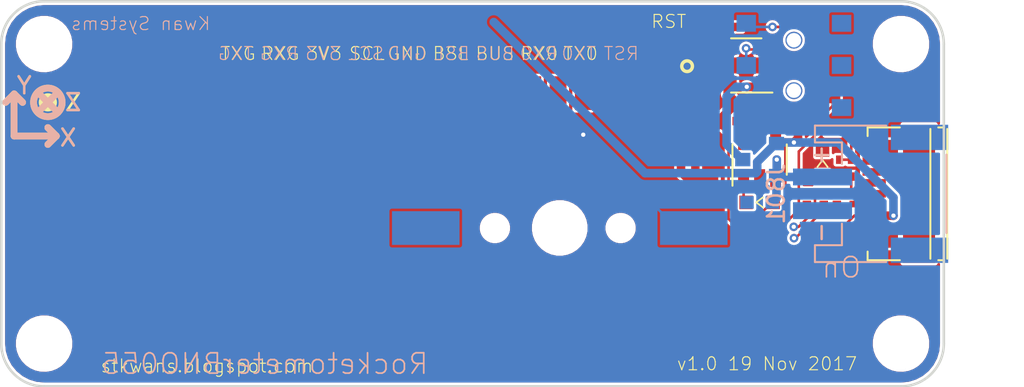
<source format=kicad_pcb>
(kicad_pcb (version 20170123) (host pcbnew no-vcs-found-84f1c8e~59~ubuntu17.04.1)

  (general
    (thickness 1.6)
    (drawings 33)
    (tracks 158)
    (zones 0)
    (modules 31)
    (nets 29)
  )

  (page A4)
  (layers
    (0 Top signal)
    (31 Bottom signal)
    (32 B.Adhes user hide)
    (33 F.Adhes user hide)
    (34 B.Paste user hide)
    (35 F.Paste user hide)
    (36 B.SilkS user)
    (37 F.SilkS user)
    (38 B.Mask user hide)
    (39 F.Mask user hide)
    (40 Dwgs.User user hide)
    (41 Cmts.User user hide)
    (42 Eco1.User user hide)
    (43 Eco2.User user hide)
    (44 Edge.Cuts user)
    (45 Margin user hide)
    (46 B.CrtYd user)
    (47 F.CrtYd user)
    (48 B.Fab user)
    (49 F.Fab user)
  )

  (setup
    (last_trace_width 0.1524)
    (user_trace_width 0.254)
    (user_trace_width 0.508)
    (trace_clearance 0.1524)
    (zone_clearance 0.1524)
    (zone_45_only no)
    (trace_min 0.1524)
    (segment_width 0.2)
    (edge_width 0.15)
    (via_size 0.508)
    (via_drill 0.254)
    (via_min_size 0.508)
    (via_min_drill 0.254)
    (uvia_size 0.3)
    (uvia_drill 0.1)
    (uvias_allowed no)
    (uvia_min_size 0)
    (uvia_min_drill 0)
    (pcb_text_width 0.3)
    (pcb_text_size 1.5 1.5)
    (mod_edge_width 0.15)
    (mod_text_size 1 1)
    (mod_text_width 0.15)
    (pad_size 1 1.25)
    (pad_drill 0)
    (pad_to_mask_clearance 0)
    (aux_axis_origin 0 0)
    (visible_elements 7FFFFF7F)
    (pcbplotparams
      (layerselection 0x00030_ffffffff)
      (usegerberextensions false)
      (excludeedgelayer true)
      (linewidth 0.100000)
      (plotframeref false)
      (viasonmask false)
      (mode 1)
      (useauxorigin false)
      (hpglpennumber 1)
      (hpglpenspeed 20)
      (hpglpendiameter 15)
      (psnegative false)
      (psa4output false)
      (plotreference true)
      (plotvalue true)
      (plotinvisibletext false)
      (padsonsilk false)
      (subtractmaskfromsilk false)
      (outputformat 1)
      (mirror false)
      (drillshape 1)
      (scaleselection 1)
      (outputdirectory ""))
  )

  (net 0 "")
  (net 1 GND)
  (net 2 VCC)
  (net 3 /Regulator/BYP)
  (net 4 /Regulator/PWR_EN)
  (net 5 /GND)
  (net 6 /VLIPO)
  (net 7 /STAT+)
  (net 8 /STAT-)
  (net 9 /PROG)
  (net 10 /VBUS)
  (net 11 /VRAW)
  (net 12 /D+)
  (net 13 /D-)
  (net 14 /USB_LIGHT-)
  (net 15 /CONN_D-)
  (net 16 /CONN_D+)
  (net 17 /CONNECT)
  (net 18 /USB_LIGHT+)
  (net 19 /ON)
  (net 20 /VBACKUP)
  (net 21 /VGPS)
  (net 22 /ANT)
  (net 23 "Net-(U501-Pad14)")
  (net 24 /PPS)
  (net 25 /RX)
  (net 26 /TX)
  (net 27 /FIX)
  (net 28 "Net-(U501-Pad2)")

  (net_class Default "This is the default net class."
    (clearance 0.1524)
    (trace_width 0.1524)
    (via_dia 0.508)
    (via_drill 0.254)
    (uvia_dia 0.3)
    (uvia_drill 0.1)
    (add_net /ANT)
    (add_net /CONNECT)
    (add_net /CONN_D+)
    (add_net /CONN_D-)
    (add_net /D+)
    (add_net /D-)
    (add_net /FIX)
    (add_net /GND)
    (add_net /ON)
    (add_net /PPS)
    (add_net /PROG)
    (add_net /RX)
    (add_net /Regulator/BYP)
    (add_net /Regulator/PWR_EN)
    (add_net /STAT+)
    (add_net /STAT-)
    (add_net /TX)
    (add_net /USB_LIGHT+)
    (add_net /USB_LIGHT-)
    (add_net /VBACKUP)
    (add_net /VBUS)
    (add_net /VGPS)
    (add_net /VLIPO)
    (add_net /VRAW)
    (add_net GND)
    (add_net "Net-(U501-Pad14)")
    (add_net "Net-(U501-Pad2)")
    (add_net VCC)
  )

  (module KwanSystems:SPARKFUN_JST_POWER (layer Bottom) (tedit 59905C57) (tstamp 59905B74)
    (at 178.562 90.17 270)
    (descr "JST PH series connector, S2B-PH-SM4-TB, side entry type, surface mount, Datasheet: http://www.jst-mfg.com/product/pdf/eng/ePH.pdf")
    (tags "connector jst ph")
    (path /598BF231)
    (attr smd)
    (fp_text reference J801 (at 0 5.625 270) (layer B.SilkS)
      (effects (font (size 1 1) (thickness 0.15)) (justify mirror))
    )
    (fp_text value "JST 2mm" (at 0 -5.375 270) (layer B.Fab)
      (effects (font (size 1 1) (thickness 0.15)) (justify mirror))
    )
    (fp_text user - (at 2.3 3 270) (layer B.SilkS)
      (effects (font (size 1 1) (thickness 0.15)) (justify mirror))
    )
    (fp_text user + (at -2.3 3 270) (layer B.SilkS)
      (effects (font (size 1 1) (thickness 0.15)) (justify mirror))
    )
    (fp_line (start -3.15 1.625) (end -3.15 3.225) (layer B.Fab) (width 0.1))
    (fp_line (start -3.15 3.225) (end -3.95 3.225) (layer B.Fab) (width 0.1))
    (fp_line (start -3.95 3.225) (end -3.95 -4.375) (layer B.Fab) (width 0.1))
    (fp_line (start -3.95 -4.375) (end 3.95 -4.375) (layer B.Fab) (width 0.1))
    (fp_line (start 3.95 -4.375) (end 3.95 3.225) (layer B.Fab) (width 0.1))
    (fp_line (start 3.95 3.225) (end 3.15 3.225) (layer B.Fab) (width 0.1))
    (fp_line (start 3.15 3.225) (end 3.15 1.625) (layer B.Fab) (width 0.1))
    (fp_line (start 3.15 1.625) (end -3.15 1.625) (layer B.Fab) (width 0.1))
    (fp_line (start -1.775 1.725) (end -3.05 1.725) (layer B.SilkS) (width 0.12))
    (fp_line (start -3.05 1.725) (end -3.05 3.325) (layer B.SilkS) (width 0.12))
    (fp_line (start -3.05 3.325) (end -4.05 3.325) (layer B.SilkS) (width 0.12))
    (fp_line (start -4.05 3.325) (end -4.05 -0.9) (layer B.SilkS) (width 0.12))
    (fp_line (start 4.05 -0.9) (end 4.05 3.325) (layer B.SilkS) (width 0.12))
    (fp_line (start 4.05 3.325) (end 3.05 3.325) (layer B.SilkS) (width 0.12))
    (fp_line (start 3.05 3.325) (end 3.05 1.725) (layer B.SilkS) (width 0.12))
    (fp_line (start 3.05 1.725) (end 1.775 1.725) (layer B.SilkS) (width 0.12))
    (fp_line (start -2.325 -4.475) (end 2.325 -4.475) (layer B.SilkS) (width 0.12))
    (fp_line (start -4.6 5.13) (end -4.6 -5.07) (layer B.CrtYd) (width 0.05))
    (fp_line (start -4.6 -5.07) (end 4.6 -5.07) (layer B.CrtYd) (width 0.05))
    (fp_line (start 4.6 -5.07) (end 4.6 5.13) (layer B.CrtYd) (width 0.05))
    (fp_line (start 4.6 5.13) (end -4.6 5.13) (layer B.CrtYd) (width 0.05))
    (fp_text user %R (at 0 -1.5 270) (layer B.Fab)
      (effects (font (size 1 1) (thickness 0.15)) (justify mirror))
    )
    (pad + smd rect (at -1 2.875 270) (size 1 3.5) (layers Bottom B.Paste B.Mask)
      (net 6 /VLIPO))
    (pad - smd rect (at 1 2.875 270) (size 1 3.5) (layers Bottom B.Paste B.Mask)
      (net 5 /GND))
    (pad "" smd rect (at -3.35 -2.875 270) (size 1.5 3.4) (layers Bottom B.Paste B.Mask))
    (pad "" smd rect (at 3.35 -2.875 270) (size 1.5 3.4) (layers Bottom B.Paste B.Mask))
    (model ${KISYS3DMOD}/Connectors_JST.3dshapes/JST_PH_S2B-PH-SM4-TB_02x2.00mm_Angled.wrl
      (at (xyz 0 0 0))
      (scale (xyz 1 1 1))
      (rotate (xyz 0 0 0))
    )
  )

  (module KwanSystems:SWITCH_DPDT_AZY0202 (layer Bottom) (tedit 5990664D) (tstamp 598CA536)
    (at 173.99 82.55 270)
    (path /598E8215/598BF237)
    (fp_text reference S701 (at 0 -0.5 270) (layer B.SilkS) hide
      (effects (font (size 1 1) (thickness 0.15)) (justify mirror))
    )
    (fp_text value SPDT (at 0 0.5 270) (layer B.Fab) hide
      (effects (font (size 1 1) (thickness 0.15)) (justify mirror))
    )
    (fp_line (start -3.6 -1.75) (end -3.6 1.75) (layer B.CrtYd) (width 0.15))
    (fp_line (start 3.6 -1.75) (end -3.6 -1.75) (layer B.CrtYd) (width 0.15))
    (fp_line (start 3.6 1.75) (end 3.6 -1.75) (layer B.CrtYd) (width 0.15))
    (fp_line (start -3.6 1.75) (end 3.6 1.75) (layer B.CrtYd) (width 0.15))
    (pad "" np_thru_hole circle (at -1.5 0 270) (size 1 1) (drill 0.85) (layers *.Cu *.Mask))
    (pad 4 smd rect (at -2.5 -2.825 270) (size 1 1.15) (layers Bottom B.Paste B.Mask))
    (pad 5 smd rect (at 0 -2.825 270) (size 1 1.15) (layers Bottom B.Paste B.Mask))
    (pad 3 smd rect (at 2.5 2.825 270) (size 1 1.15) (layers Bottom B.Paste B.Mask)
      (net 1 GND))
    (pad 6 smd rect (at 2.5 -2.825 270) (size 1 1.15) (layers Bottom B.Paste B.Mask))
    (pad 2 smd rect (at 0 2.825 270) (size 1 1.15) (layers Bottom B.Paste B.Mask)
      (net 4 /Regulator/PWR_EN))
    (pad 1 smd rect (at -2.5 2.825 270) (size 1 1.15) (layers Bottom B.Paste B.Mask)
      (net 11 /VRAW))
    (pad "" np_thru_hole circle (at 1.5 0 270) (size 1 1) (drill 0.85) (layers *.Cu *.Mask))
  )

  (module STAND-OFF-TIGHT (layer Top) (tedit 598BF9B1) (tstamp 598BF1B2)
    (at 129.54 99.06)
    (descr "<b>Stand Off</b><p>\nThis is the mechanical footprint for a #4 phillips button head screw. Use the keepout ring to avoid running the screw head into surrounding components. SKU : PRT-00447")
    (fp_text reference JP1 (at 0 0) (layer F.SilkS) hide
      (effects (font (thickness 0.15)))
    )
    (fp_text value STAND-OFFTIGHT (at 0 0) (layer F.SilkS) hide
      (effects (font (thickness 0.15)))
    )
    (fp_circle (center 0 0) (end 0 0) (layer Dwgs.User) (width 0.127))
    (fp_arc (start 0 0) (end 0 0) (angle 180) (layer Dwgs.User) (width 0.2032))
    (fp_arc (start 0 0) (end 0 0) (angle -180) (layer Dwgs.User) (width 0.2032))
    (fp_arc (start 0 0) (end 0 0) (angle 180) (layer Dwgs.User) (width 0.2032))
    (fp_arc (start 0 0) (end 0 0) (angle 180) (layer Dwgs.User) (width 0.2032))
    (pad "" np_thru_hole circle (at 0 0) (size 3.048 3.048) (drill 3.048) (layers *.Cu))
  )

  (module STAND-OFF-TIGHT (layer Top) (tedit 0) (tstamp 598BF1E2)
    (at 129.54 81.28)
    (descr "<b>Stand Off</b><p>\nThis is the mechanical footprint for a #4 phillips button head screw. Use the keepout ring to avoid running the screw head into surrounding components. SKU : PRT-00447")
    (fp_text reference JP2 (at 0 0) (layer F.SilkS) hide
      (effects (font (thickness 0.15)))
    )
    (fp_text value STAND-OFFTIGHT (at 0 0) (layer F.SilkS) hide
      (effects (font (thickness 0.15)))
    )
    (fp_circle (center 0 0) (end 0 0) (layer Dwgs.User) (width 0.127))
    (fp_arc (start 0 0) (end 0 0) (angle 180) (layer Dwgs.User) (width 0.2032))
    (fp_arc (start 0 0) (end 0 0) (angle -180) (layer Dwgs.User) (width 0.2032))
    (fp_arc (start 0 0) (end 0 0) (angle 180) (layer Dwgs.User) (width 0.2032))
    (fp_arc (start 0 0) (end 0 0) (angle 180) (layer Dwgs.User) (width 0.2032))
    (pad "" np_thru_hole circle (at 0 0) (size 3.048 3.048) (drill 3.048) (layers *.Cu))
  )

  (module STAND-OFF-TIGHT (layer Top) (tedit 0) (tstamp 598BF29C)
    (at 180.34 99.06)
    (descr "<b>Stand Off</b><p>\nThis is the mechanical footprint for a #4 phillips button head screw. Use the keepout ring to avoid running the screw head into surrounding components. SKU : PRT-00447")
    (fp_text reference JP4 (at 0 0) (layer F.SilkS) hide
      (effects (font (thickness 0.15)))
    )
    (fp_text value STAND-OFFTIGHT (at 0 0) (layer F.SilkS) hide
      (effects (font (thickness 0.15)))
    )
    (fp_circle (center 0 0) (end 0 0) (layer Dwgs.User) (width 0.127))
    (fp_arc (start 0 0) (end 0 0) (angle 180) (layer Dwgs.User) (width 0.2032))
    (fp_arc (start 0 0) (end 0 0) (angle -180) (layer Dwgs.User) (width 0.2032))
    (fp_arc (start 0 0) (end 0 0) (angle 180) (layer Dwgs.User) (width 0.2032))
    (fp_arc (start 0 0) (end 0 0) (angle 180) (layer Dwgs.User) (width 0.2032))
    (pad "" np_thru_hole circle (at 0 0) (size 3.048 3.048) (drill 3.048) (layers *.Cu))
  )

  (module STAND-OFF-TIGHT (layer Top) (tedit 0) (tstamp 598BF2A5)
    (at 180.34 81.28)
    (descr "<b>Stand Off</b><p>\nThis is the mechanical footprint for a #4 phillips button head screw. Use the keepout ring to avoid running the screw head into surrounding components. SKU : PRT-00447")
    (fp_text reference JP5 (at 0 0) (layer F.SilkS) hide
      (effects (font (thickness 0.15)))
    )
    (fp_text value STAND-OFFTIGHT (at 0 0) (layer F.SilkS) hide
      (effects (font (thickness 0.15)))
    )
    (fp_circle (center 0 0) (end 0 0) (layer Dwgs.User) (width 0.127))
    (fp_arc (start 0 0) (end 0 0) (angle 180) (layer Dwgs.User) (width 0.2032))
    (fp_arc (start 0 0) (end 0 0) (angle -180) (layer Dwgs.User) (width 0.2032))
    (fp_arc (start 0 0) (end 0 0) (angle 180) (layer Dwgs.User) (width 0.2032))
    (fp_arc (start 0 0) (end 0 0) (angle 180) (layer Dwgs.User) (width 0.2032))
    (pad "" np_thru_hole circle (at 0 0) (size 3.048 3.048) (drill 3.048) (layers *.Cu))
  )

  (module KwanSystems:SMD_0402 (layer Top) (tedit 5990660F) (tstamp 598CA3F3)
    (at 173.99 82.55 180)
    (descr "Capacitor SMD 0402, reflow soldering, AVX (see smccp.pdf)")
    (tags "capacitor 0402")
    (path /598E8215/598BF239)
    (attr smd)
    (fp_text reference C704 (at 0 0 180) (layer F.Fab)
      (effects (font (size 0.2 0.2) (thickness 0.015)))
    )
    (fp_text value 1uF (at 0 -0.4 180) (layer F.Fab)
      (effects (font (size 0.127 0.127) (thickness 0.015)))
    )
    (fp_line (start 1 0.4) (end -1 0.4) (layer F.CrtYd) (width 0.05))
    (fp_line (start 1 0.4) (end 1 -0.4) (layer F.CrtYd) (width 0.05))
    (fp_line (start -1 -0.4) (end -1 0.4) (layer F.CrtYd) (width 0.05))
    (fp_line (start -1 -0.4) (end 1 -0.4) (layer F.CrtYd) (width 0.05))
    (fp_line (start -0.5 -0.25) (end 0.5 -0.25) (layer F.Fab) (width 0.1))
    (fp_line (start 0.5 -0.25) (end 0.5 0.25) (layer F.Fab) (width 0.1))
    (fp_line (start 0.5 0.25) (end -0.5 0.25) (layer F.Fab) (width 0.1))
    (fp_line (start -0.5 0.25) (end -0.5 -0.25) (layer F.Fab) (width 0.1))
    (pad 2 smd rect (at 0.55 0 180) (size 0.6 0.5) (layers Top F.Paste F.Mask)
      (net 1 GND))
    (pad 1 smd rect (at -0.55 0 180) (size 0.6 0.5) (layers Top F.Paste F.Mask)
      (net 11 /VRAW))
    (model Capacitors_SMD.3dshapes/C_0402.wrl
      (at (xyz 0 0 0))
      (scale (xyz 1 1 1))
      (rotate (xyz 0 0 0))
    )
  )

  (module KwanSystems:SMD_0402 (layer Top) (tedit 598F0BF3) (tstamp 598CA3F9)
    (at 171.196 80.264)
    (descr "Capacitor SMD 0402, reflow soldering, AVX (see smccp.pdf)")
    (tags "capacitor 0402")
    (path /598E8215/598BF23A)
    (attr smd)
    (fp_text reference C714 (at 0 0) (layer F.Fab)
      (effects (font (size 0.2 0.2) (thickness 0.015)))
    )
    (fp_text value 100nF (at 0 -0.4) (layer F.Fab)
      (effects (font (size 0.127 0.127) (thickness 0.015)))
    )
    (fp_line (start 1 0.4) (end -1 0.4) (layer F.CrtYd) (width 0.05))
    (fp_line (start 1 0.4) (end 1 -0.4) (layer F.CrtYd) (width 0.05))
    (fp_line (start -1 -0.4) (end -1 0.4) (layer F.CrtYd) (width 0.05))
    (fp_line (start -1 -0.4) (end 1 -0.4) (layer F.CrtYd) (width 0.05))
    (fp_line (start -0.5 -0.25) (end 0.5 -0.25) (layer F.Fab) (width 0.1))
    (fp_line (start 0.5 -0.25) (end 0.5 0.25) (layer F.Fab) (width 0.1))
    (fp_line (start 0.5 0.25) (end -0.5 0.25) (layer F.Fab) (width 0.1))
    (fp_line (start -0.5 0.25) (end -0.5 -0.25) (layer F.Fab) (width 0.1))
    (pad 2 smd rect (at 0.55 0) (size 0.6 0.5) (layers Top F.Paste F.Mask)
      (net 1 GND))
    (pad 1 smd rect (at -0.55 0) (size 0.6 0.5) (layers Top F.Paste F.Mask)
      (net 3 /Regulator/BYP))
    (model Capacitors_SMD.3dshapes/C_0402.wrl
      (at (xyz 0 0 0))
      (scale (xyz 1 1 1))
      (rotate (xyz 0 0 0))
    )
  )

  (module KwanSystems:SMD_0402 (layer Top) (tedit 598F0C0A) (tstamp 598CA3FF)
    (at 171.196 84.836)
    (descr "Capacitor SMD 0402, reflow soldering, AVX (see smccp.pdf)")
    (tags "capacitor 0402")
    (path /598E8215/598BF23B)
    (attr smd)
    (fp_text reference C715 (at 0 0) (layer F.Fab)
      (effects (font (size 0.2 0.2) (thickness 0.015)))
    )
    (fp_text value 4.7nF (at 0 -0.4) (layer F.Fab)
      (effects (font (size 0.127 0.127) (thickness 0.015)))
    )
    (fp_line (start 1 0.4) (end -1 0.4) (layer F.CrtYd) (width 0.05))
    (fp_line (start 1 0.4) (end 1 -0.4) (layer F.CrtYd) (width 0.05))
    (fp_line (start -1 -0.4) (end -1 0.4) (layer F.CrtYd) (width 0.05))
    (fp_line (start -1 -0.4) (end 1 -0.4) (layer F.CrtYd) (width 0.05))
    (fp_line (start -0.5 -0.25) (end 0.5 -0.25) (layer F.Fab) (width 0.1))
    (fp_line (start 0.5 -0.25) (end 0.5 0.25) (layer F.Fab) (width 0.1))
    (fp_line (start 0.5 0.25) (end -0.5 0.25) (layer F.Fab) (width 0.1))
    (fp_line (start -0.5 0.25) (end -0.5 -0.25) (layer F.Fab) (width 0.1))
    (pad 2 smd rect (at 0.55 0) (size 0.6 0.5) (layers Top F.Paste F.Mask)
      (net 1 GND))
    (pad 1 smd rect (at -0.55 0) (size 0.6 0.5) (layers Top F.Paste F.Mask)
      (net 2 VCC))
    (model Capacitors_SMD.3dshapes/C_0402.wrl
      (at (xyz 0 0 0))
      (scale (xyz 1 1 1))
      (rotate (xyz 0 0 0))
    )
  )

  (module TO_SOT_Packages_SMD:SOT-23-5 (layer Top) (tedit 59906604) (tstamp 598CA556)
    (at 171.165 82.55 180)
    (descr "5-pin SOT23 package")
    (tags SOT-23-5)
    (path /598E8215/598BF238)
    (attr smd)
    (fp_text reference U701 (at 0.477 -0.508 180) (layer F.Fab)
      (effects (font (size 0.2 0.2) (thickness 0.015)))
    )
    (fp_text value 3.3V (at 0.477 0.508 180) (layer F.Fab)
      (effects (font (size 0.2 0.2) (thickness 0.015)))
    )
    (fp_text user %R (at 0.477 -0.508) (layer F.Fab)
      (effects (font (size 0.2 0.2) (thickness 0.015)))
    )
    (fp_line (start -0.9 1.61) (end 0.9 1.61) (layer F.SilkS) (width 0.12))
    (fp_line (start 0.9 -1.61) (end -1.55 -1.61) (layer F.SilkS) (width 0.12))
    (fp_line (start -1.9 -1.8) (end 1.9 -1.8) (layer F.CrtYd) (width 0.05))
    (fp_line (start 1.9 -1.8) (end 1.9 1.8) (layer F.CrtYd) (width 0.05))
    (fp_line (start 1.9 1.8) (end -1.9 1.8) (layer F.CrtYd) (width 0.05))
    (fp_line (start -1.9 1.8) (end -1.9 -1.8) (layer F.CrtYd) (width 0.05))
    (fp_line (start -0.9 -0.9) (end -0.25 -1.55) (layer F.Fab) (width 0.1))
    (fp_line (start 0.9 -1.55) (end -0.25 -1.55) (layer F.Fab) (width 0.1))
    (fp_line (start -0.9 -0.9) (end -0.9 1.55) (layer F.Fab) (width 0.1))
    (fp_line (start 0.9 1.55) (end -0.9 1.55) (layer F.Fab) (width 0.1))
    (fp_line (start 0.9 -1.55) (end 0.9 1.55) (layer F.Fab) (width 0.1))
    (pad 1 smd rect (at -1.1 -0.95 180) (size 1.06 0.65) (layers Top F.Paste F.Mask)
      (net 11 /VRAW))
    (pad 2 smd rect (at -1.1 0 180) (size 1.06 0.65) (layers Top F.Paste F.Mask)
      (net 1 GND))
    (pad 3 smd rect (at -1.1 0.95 180) (size 1.06 0.65) (layers Top F.Paste F.Mask)
      (net 4 /Regulator/PWR_EN))
    (pad 4 smd rect (at 1.1 0.95 180) (size 1.06 0.65) (layers Top F.Paste F.Mask)
      (net 3 /Regulator/BYP))
    (pad 5 smd rect (at 1.1 -0.95 180) (size 1.06 0.65) (layers Top F.Paste F.Mask)
      (net 2 VCC))
    (model ${KISYS3DMOD}/TO_SOT_Packages_SMD.3dshapes/SOT-23-5.wrl
      (at (xyz 0 0 0))
      (scale (xyz 1 1 1))
      (rotate (xyz 0 0 0))
    )
  )

  (module KwanSystems:Axis (layer Top) (tedit 59907554) (tstamp 598CB4A0)
    (at 127.762 86.741)
    (descr "Built for the MPU-9250 using guidelines found in http://cds.linear.com/docs/en/packaging/Carsem%20MLP%20users%20guide.pdf")
    (path /591017B7)
    (fp_text reference U599 (at -1.3 1.5) (layer F.Fab) hide
      (effects (font (size 0.77216 0.77216) (thickness 0.065024)) (justify left bottom))
    )
    (fp_text value FGPMMOPA6H (at -1.8 2.75) (layer F.SilkS) hide
      (effects (font (size 0.77216 0.77216) (thickness 0.065024)) (justify left bottom))
    )
    (fp_line (start -0.5 -2) (end 0 -2.5) (layer F.SilkS) (width 0.4))
    (fp_line (start 0 -2.5) (end 0.5 -2) (layer F.SilkS) (width 0.4))
    (fp_line (start 0.5 -2) (end 0 -2.5) (layer F.SilkS) (width 0.4))
    (fp_line (start 0 -2.5) (end 0 0) (layer F.SilkS) (width 0.4))
    (fp_line (start 0 0) (end 2.5 0) (layer F.SilkS) (width 0.4))
    (fp_line (start 2.5 0) (end 2 -0.5) (layer F.SilkS) (width 0.4))
    (fp_line (start 2 -0.5) (end 2.5 0) (layer F.SilkS) (width 0.4))
    (fp_line (start 2.5 0) (end 2 0.5) (layer F.SilkS) (width 0.4))
    (fp_text user Y (at 0.6 -3) (layer F.SilkS)
      (effects (font (size 1 1) (thickness 0.15)))
    )
    (fp_text user X (at 3.2 0.1) (layer F.SilkS)
      (effects (font (size 1 1) (thickness 0.15)))
    )
    (fp_circle (center 2 -2) (end 2.6 -1.4) (layer F.SilkS) (width 0.4))
    (fp_circle (center 2 -2) (end 2.1 -1.9) (layer F.SilkS) (width 0.4))
    (fp_text user Z (at 3.5 -2) (layer F.SilkS)
      (effects (font (size 1 1) (thickness 0.15)))
    )
    (fp_line (start -0.5 -2) (end 0 -2.5) (layer B.SilkS) (width 0.4))
    (fp_line (start 0 -2.5) (end 0.5 -2) (layer B.SilkS) (width 0.4))
    (fp_line (start 0.5 -2) (end 0 -2.5) (layer B.SilkS) (width 0.4))
    (fp_line (start 0 -2.5) (end 0 0) (layer B.SilkS) (width 0.4))
    (fp_line (start 0 0) (end 2.5 0) (layer B.SilkS) (width 0.4))
    (fp_line (start 2.5 0) (end 2 -0.5) (layer B.SilkS) (width 0.4))
    (fp_line (start 2 -0.5) (end 2.5 0) (layer B.SilkS) (width 0.4))
    (fp_line (start 2.5 0) (end 2 0.5) (layer B.SilkS) (width 0.4))
    (fp_text user X (at 3.2 0.1) (layer B.SilkS)
      (effects (font (size 1 1) (thickness 0.15)) (justify mirror))
    )
    (fp_text user Y (at 0.6 -3) (layer B.SilkS)
      (effects (font (size 1 1) (thickness 0.15)) (justify mirror))
    )
    (fp_text user Z (at 3.5 -2) (layer B.SilkS)
      (effects (font (size 1 1) (thickness 0.15)) (justify mirror))
    )
    (fp_circle (center 2 -2) (end 2.6 -1.4) (layer B.SilkS) (width 0.4))
    (fp_line (start 1.4 -2.6) (end 2.6 -1.4) (layer B.SilkS) (width 0.4))
    (fp_line (start 2.6 -2.6) (end 1.4 -1.4) (layer B.SilkS) (width 0.4))
  )

  (module KwanSystems:SMD_0603 (layer Top) (tedit 590965EB) (tstamp 59905B22)
    (at 173.482 85.852 180)
    (descr "Capacitor SMD 0603, reflow soldering, AVX (see smccp.pdf)")
    (tags "capacitor 0603")
    (path /598BF22C)
    (attr smd)
    (fp_text reference C802 (at 0 -0.2 180) (layer F.Fab)
      (effects (font (size 0.2 0.2) (thickness 0.015)))
    )
    (fp_text value 4.7uF (at 0 0.2 180) (layer F.Fab)
      (effects (font (size 0.2 0.2) (thickness 0.015)))
    )
    (fp_line (start -0.8 0.4) (end -0.8 -0.4) (layer F.Fab) (width 0.1))
    (fp_line (start 0.8 0.4) (end -0.8 0.4) (layer F.Fab) (width 0.1))
    (fp_line (start 0.8 -0.4) (end 0.8 0.4) (layer F.Fab) (width 0.1))
    (fp_line (start -0.8 -0.4) (end 0.8 -0.4) (layer F.Fab) (width 0.1))
    (fp_line (start -1.4 -0.65) (end 1.4 -0.65) (layer F.CrtYd) (width 0.05))
    (fp_line (start -1.4 -0.65) (end -1.4 0.65) (layer F.CrtYd) (width 0.05))
    (fp_line (start 1.4 0.65) (end 1.4 -0.65) (layer F.CrtYd) (width 0.05))
    (fp_line (start 1.4 0.65) (end -1.4 0.65) (layer F.CrtYd) (width 0.05))
    (pad 1 smd rect (at -0.75 0 180) (size 0.8 0.75) (layers Top F.Paste F.Mask)
      (net 10 /VBUS))
    (pad 2 smd rect (at 0.75 0 180) (size 0.8 0.75) (layers Top F.Paste F.Mask)
      (net 5 /GND))
    (model Capacitors_SMD.3dshapes/C_0603.wrl
      (at (xyz 0 0 0))
      (scale (xyz 1 1 1))
      (rotate (xyz 0 0 0))
    )
  )

  (module KwanSystems:SMD_0603 (layer Bottom) (tedit 590965EB) (tstamp 59905B30)
    (at 171.958 90.678 180)
    (descr "Capacitor SMD 0603, reflow soldering, AVX (see smccp.pdf)")
    (tags "capacitor 0603")
    (path /598BF232)
    (attr smd)
    (fp_text reference C803 (at 0 0.2 180) (layer B.Fab)
      (effects (font (size 0.2 0.2) (thickness 0.015)) (justify mirror))
    )
    (fp_text value 4.7uF (at 0 -0.2 180) (layer B.Fab)
      (effects (font (size 0.2 0.2) (thickness 0.015)) (justify mirror))
    )
    (fp_line (start 1.4 -0.65) (end -1.4 -0.65) (layer B.CrtYd) (width 0.05))
    (fp_line (start 1.4 -0.65) (end 1.4 0.65) (layer B.CrtYd) (width 0.05))
    (fp_line (start -1.4 0.65) (end -1.4 -0.65) (layer B.CrtYd) (width 0.05))
    (fp_line (start -1.4 0.65) (end 1.4 0.65) (layer B.CrtYd) (width 0.05))
    (fp_line (start -0.8 0.4) (end 0.8 0.4) (layer B.Fab) (width 0.1))
    (fp_line (start 0.8 0.4) (end 0.8 -0.4) (layer B.Fab) (width 0.1))
    (fp_line (start 0.8 -0.4) (end -0.8 -0.4) (layer B.Fab) (width 0.1))
    (fp_line (start -0.8 -0.4) (end -0.8 0.4) (layer B.Fab) (width 0.1))
    (pad 2 smd rect (at 0.75 0 180) (size 0.8 0.75) (layers Bottom B.Paste B.Mask)
      (net 5 /GND))
    (pad 1 smd rect (at -0.75 0 180) (size 0.8 0.75) (layers Bottom B.Paste B.Mask)
      (net 6 /VLIPO))
    (model Capacitors_SMD.3dshapes/C_0603.wrl
      (at (xyz 0 0 0))
      (scale (xyz 1 1 1))
      (rotate (xyz 0 0 0))
    )
  )

  (module KwanSystems:D_0603 (layer Top) (tedit 59096247) (tstamp 59905B40)
    (at 171.958 90.678)
    (descr "LED 0603 smd package")
    (tags "LED led 0603 SMD smd SMT smt smdled SMDLED smtled SMTLED")
    (path /598BF22E)
    (attr smd)
    (fp_text reference D801 (at 1.2 -0.5) (layer F.Fab)
      (effects (font (size 0.2 0.2) (thickness 0.015)))
    )
    (fp_text value YELLOW (at 1.1 0.5) (layer F.Fab)
      (effects (font (size 0.2 0.2) (thickness 0.015)))
    )
    (fp_line (start -0.2 0) (end 0.2 -0.3) (layer F.SilkS) (width 0.1))
    (fp_line (start 0.2 0.3) (end -0.2 0) (layer F.SilkS) (width 0.1))
    (fp_line (start 0.8 0.4) (end -0.8 0.4) (layer F.Fab) (width 0.1))
    (fp_line (start 0.8 -0.4) (end 0.8 0.4) (layer F.Fab) (width 0.1))
    (fp_line (start -0.8 -0.4) (end 0.8 -0.4) (layer F.Fab) (width 0.1))
    (fp_line (start -0.8 0.4) (end -0.8 -0.4) (layer F.Fab) (width 0.1))
    (fp_line (start 1.45 -0.65) (end 1.45 0.65) (layer F.CrtYd) (width 0.05))
    (fp_line (start 1.45 0.65) (end -1.45 0.65) (layer F.CrtYd) (width 0.05))
    (fp_line (start -1.45 0.65) (end -1.45 -0.65) (layer F.CrtYd) (width 0.05))
    (fp_line (start -1.45 -0.65) (end 1.45 -0.65) (layer F.CrtYd) (width 0.05))
    (pad 2 smd rect (at 0.8 0 180) (size 0.8 0.8) (layers Top F.Paste F.Mask)
      (net 7 /STAT+))
    (pad 1 smd rect (at -0.8 0 180) (size 0.8 0.8) (layers Top F.Paste F.Mask)
      (net 8 /STAT-))
    (model LEDs.3dshapes/LED_0603.wrl
      (at (xyz 0 0 0))
      (scale (xyz 1 1 1))
      (rotate (xyz 0 0 180))
    )
  )

  (module KwanSystems:SOT-23 (layer Bottom) (tedit 59742048) (tstamp 59905B53)
    (at 171.958 88.138 180)
    (descr "SOT-23, Standard")
    (tags SOT-23)
    (path /598BF233)
    (attr smd)
    (fp_text reference D802 (at 0 0 90) (layer B.SilkS) hide
      (effects (font (size 0.5 0.5) (thickness 0.075)) (justify mirror))
    )
    (fp_text value DCC (at -0.90424 0.01016 90) (layer B.Fab)
      (effects (font (size 0.2 0.2) (thickness 0.015)) (justify mirror))
    )
    (fp_text user D (at 0.4 0 90) (layer B.Fab)
      (effects (font (size 0.2 0.2) (thickness 0.015)) (justify mirror))
    )
    (fp_text user %R (at 0 0 90) (layer B.Fab)
      (effects (font (size 0.5 0.5) (thickness 0.075)) (justify mirror))
    )
    (fp_line (start -0.7 1.5) (end -0.7 -1.5) (layer B.Fab) (width 0.1))
    (fp_line (start -0.7 1.52) (end 0.7 1.52) (layer B.Fab) (width 0.1))
    (fp_line (start 0.7 1.52) (end 0.7 -1.52) (layer B.Fab) (width 0.1))
    (fp_line (start -0.7 -1.52) (end 0.7 -1.52) (layer B.Fab) (width 0.1))
    (fp_line (start -1.7 1.75) (end 1.7 1.75) (layer B.CrtYd) (width 0.05))
    (fp_line (start 1.7 1.75) (end 1.7 -1.75) (layer B.CrtYd) (width 0.05))
    (fp_line (start 1.7 -1.75) (end -1.7 -1.75) (layer B.CrtYd) (width 0.05))
    (fp_line (start -1.7 -1.75) (end -1.7 1.75) (layer B.CrtYd) (width 0.05))
    (fp_text user S (at -0.4 -1 90) (layer B.Fab)
      (effects (font (size 0.2 0.2) (thickness 0.015)) (justify mirror))
    )
    (fp_text user G (at -0.4 1 90) (layer B.Fab)
      (effects (font (size 0.2 0.2) (thickness 0.015)) (justify mirror))
    )
    (pad 1 smd rect (at -1 0.95 180) (size 0.9 0.8) (layers Bottom B.Paste B.Mask)
      (net 10 /VBUS))
    (pad 2 smd rect (at -1 -0.95 180) (size 0.9 0.8) (layers Bottom B.Paste B.Mask)
      (net 6 /VLIPO))
    (pad 3 smd rect (at 1 0 180) (size 0.9 0.8) (layers Bottom B.Paste B.Mask)
      (net 11 /VRAW))
    (model ${KISYS3DMOD}/TO_SOT_Packages_SMD.3dshapes/SOT-23.wrl
      (at (xyz 0 0 0))
      (scale (xyz 1 1 1))
      (rotate (xyz 0 0 90))
    )
  )

  (module KwanSystems:SMD_0402 (layer Top) (tedit 59095EAF) (tstamp 59905B82)
    (at 171.196 85.852 180)
    (descr "Capacitor SMD 0402, reflow soldering, AVX (see smccp.pdf)")
    (tags "capacitor 0402")
    (path /598BF230)
    (attr smd)
    (fp_text reference R801 (at 0 0 180) (layer F.Fab)
      (effects (font (size 0.2 0.2) (thickness 0.015)))
    )
    (fp_text value 10k (at 0 -0.4 180) (layer F.Fab)
      (effects (font (size 0.127 0.127) (thickness 0.015)))
    )
    (fp_line (start -0.5 0.25) (end -0.5 -0.25) (layer F.Fab) (width 0.1))
    (fp_line (start 0.5 0.25) (end -0.5 0.25) (layer F.Fab) (width 0.1))
    (fp_line (start 0.5 -0.25) (end 0.5 0.25) (layer F.Fab) (width 0.1))
    (fp_line (start -0.5 -0.25) (end 0.5 -0.25) (layer F.Fab) (width 0.1))
    (fp_line (start -1 -0.4) (end 1 -0.4) (layer F.CrtYd) (width 0.05))
    (fp_line (start -1 -0.4) (end -1 0.4) (layer F.CrtYd) (width 0.05))
    (fp_line (start 1 0.4) (end 1 -0.4) (layer F.CrtYd) (width 0.05))
    (fp_line (start 1 0.4) (end -1 0.4) (layer F.CrtYd) (width 0.05))
    (pad 1 smd rect (at -0.55 0 180) (size 0.6 0.5) (layers Top F.Paste F.Mask)
      (net 5 /GND))
    (pad 2 smd rect (at 0.55 0 180) (size 0.6 0.5) (layers Top F.Paste F.Mask)
      (net 9 /PROG))
    (model Capacitors_SMD.3dshapes/C_0402.wrl
      (at (xyz 0 0 0))
      (scale (xyz 1 1 1))
      (rotate (xyz 0 0 0))
    )
  )

  (module KwanSystems:SMD_0402 (layer Top) (tedit 59095EAF) (tstamp 59905B90)
    (at 171.916 91.948 180)
    (descr "Capacitor SMD 0402, reflow soldering, AVX (see smccp.pdf)")
    (tags "capacitor 0402")
    (path /598BF22D)
    (attr smd)
    (fp_text reference R804 (at 0 0 180) (layer F.Fab)
      (effects (font (size 0.2 0.2) (thickness 0.015)))
    )
    (fp_text value 1.5k (at 0 -0.4 180) (layer F.Fab)
      (effects (font (size 0.127 0.127) (thickness 0.015)))
    )
    (fp_line (start 1 0.4) (end -1 0.4) (layer F.CrtYd) (width 0.05))
    (fp_line (start 1 0.4) (end 1 -0.4) (layer F.CrtYd) (width 0.05))
    (fp_line (start -1 -0.4) (end -1 0.4) (layer F.CrtYd) (width 0.05))
    (fp_line (start -1 -0.4) (end 1 -0.4) (layer F.CrtYd) (width 0.05))
    (fp_line (start -0.5 -0.25) (end 0.5 -0.25) (layer F.Fab) (width 0.1))
    (fp_line (start 0.5 -0.25) (end 0.5 0.25) (layer F.Fab) (width 0.1))
    (fp_line (start 0.5 0.25) (end -0.5 0.25) (layer F.Fab) (width 0.1))
    (fp_line (start -0.5 0.25) (end -0.5 -0.25) (layer F.Fab) (width 0.1))
    (pad 2 smd rect (at 0.55 0 180) (size 0.6 0.5) (layers Top F.Paste F.Mask)
      (net 7 /STAT+))
    (pad 1 smd rect (at -0.55 0 180) (size 0.6 0.5) (layers Top F.Paste F.Mask)
      (net 10 /VBUS))
    (model Capacitors_SMD.3dshapes/C_0402.wrl
      (at (xyz 0 0 0))
      (scale (xyz 1 1 1))
      (rotate (xyz 0 0 0))
    )
  )

  (module TO_SOT_Packages_SMD:SOT-23-5 (layer Top) (tedit 59906369) (tstamp 59905BA5)
    (at 171.958 88.138 90)
    (descr "5-pin SOT23 package")
    (tags SOT-23-5)
    (path /598BF22F)
    (attr smd)
    (fp_text reference U801 (at 0 -2.9 90) (layer F.SilkS) hide
      (effects (font (size 1 1) (thickness 0.15)))
    )
    (fp_text value MCP73831 (at 0 2.9 90) (layer F.Fab)
      (effects (font (size 1 1) (thickness 0.15)))
    )
    (fp_line (start 0.9 -1.55) (end 0.9 1.55) (layer F.Fab) (width 0.1))
    (fp_line (start 0.9 1.55) (end -0.9 1.55) (layer F.Fab) (width 0.1))
    (fp_line (start -0.9 -0.9) (end -0.9 1.55) (layer F.Fab) (width 0.1))
    (fp_line (start 0.9 -1.55) (end -0.25 -1.55) (layer F.Fab) (width 0.1))
    (fp_line (start -0.9 -0.9) (end -0.25 -1.55) (layer F.Fab) (width 0.1))
    (fp_line (start -1.9 1.8) (end -1.9 -1.8) (layer F.CrtYd) (width 0.05))
    (fp_line (start 1.9 1.8) (end -1.9 1.8) (layer F.CrtYd) (width 0.05))
    (fp_line (start 1.9 -1.8) (end 1.9 1.8) (layer F.CrtYd) (width 0.05))
    (fp_line (start -1.9 -1.8) (end 1.9 -1.8) (layer F.CrtYd) (width 0.05))
    (fp_line (start 0.9 -1.61) (end -1.55 -1.61) (layer F.SilkS) (width 0.12))
    (fp_line (start -0.9 1.61) (end 0.9 1.61) (layer F.SilkS) (width 0.12))
    (fp_text user %R (at 0 0 180) (layer F.Fab)
      (effects (font (size 0.5 0.5) (thickness 0.075)))
    )
    (pad 5 smd rect (at 1.1 -0.95 90) (size 1.06 0.65) (layers Top F.Paste F.Mask)
      (net 9 /PROG))
    (pad 4 smd rect (at 1.1 0.95 90) (size 1.06 0.65) (layers Top F.Paste F.Mask)
      (net 10 /VBUS))
    (pad 3 smd rect (at -1.1 0.95 90) (size 1.06 0.65) (layers Top F.Paste F.Mask)
      (net 6 /VLIPO))
    (pad 2 smd rect (at -1.1 0 90) (size 1.06 0.65) (layers Top F.Paste F.Mask)
      (net 5 /GND))
    (pad 1 smd rect (at -1.1 -0.95 90) (size 1.06 0.65) (layers Top F.Paste F.Mask)
      (net 8 /STAT-))
    (model ${KISYS3DMOD}/TO_SOT_Packages_SMD.3dshapes/SOT-23-5.wrl
      (at (xyz 0 0 0))
      (scale (xyz 1 1 1))
      (rotate (xyz 0 0 0))
    )
  )

  (module KwanSystems:R_Array_Convex_2x0402 (layer Top) (tedit 59096677) (tstamp 59906945)
    (at 175.26 90.424 180)
    (descr "Chip Resistor Network, ROHM MNR02 (see mnr_g.pdf)")
    (tags "resistor array")
    (path /598E6BE6)
    (attr smd)
    (fp_text reference C623 (at 0 -0.5 180) (layer F.Fab)
      (effects (font (size 0.2 0.2) (thickness 0.015)))
    )
    (fp_text value 22pF (at 0 0.5 180) (layer F.Fab)
      (effects (font (size 0.2 0.2) (thickness 0.015)))
    )
    (fp_line (start 1 0.95) (end -1 0.95) (layer F.CrtYd) (width 0.05))
    (fp_line (start 1 0.95) (end 1 -0.95) (layer F.CrtYd) (width 0.05))
    (fp_line (start -1 -0.95) (end -1 0.95) (layer F.CrtYd) (width 0.05))
    (fp_line (start -1 -0.95) (end 1 -0.95) (layer F.CrtYd) (width 0.05))
    (fp_line (start -0.5 0.7) (end 0.5 0.7) (layer F.Fab) (width 0.1))
    (fp_line (start -0.5 -0.7) (end -0.5 0.7) (layer F.Fab) (width 0.1))
    (fp_line (start 0.5 -0.7) (end -0.5 -0.7) (layer F.Fab) (width 0.1))
    (fp_line (start 0.5 0.7) (end 0.5 -0.7) (layer F.Fab) (width 0.1))
    (pad 4 smd rect (at 0.5 -0.35 180) (size 0.5 0.4) (layers Top F.Paste F.Mask)
      (net 5 /GND))
    (pad 3 smd rect (at 0.5 0.35 180) (size 0.5 0.4) (layers Top F.Paste F.Mask)
      (net 5 /GND))
    (pad 2 smd rect (at -0.5 0.35 180) (size 0.5 0.4) (layers Top F.Paste F.Mask)
      (net 12 /D+))
    (pad 1 smd rect (at -0.5 -0.35 180) (size 0.5 0.4) (layers Top F.Paste F.Mask)
      (net 13 /D-))
    (model ${KISYS3DMOD}/Resistors_SMD.3dshapes/R_Array_Convex_2x0402.wrl
      (at (xyz 0 0 0))
      (scale (xyz 1 1 1))
      (rotate (xyz 0 0 0))
    )
  )

  (module KwanSystems:D_0603 (layer Top) (tedit 59096247) (tstamp 59906955)
    (at 175.687 88.37 270)
    (descr "LED 0603 smd package")
    (tags "LED led 0603 SMD smd SMT smt smdled SMDLED smtled SMTLED")
    (path /598BF227)
    (attr smd)
    (fp_text reference D650 (at 1.2 -0.5 270) (layer F.Fab)
      (effects (font (size 0.2 0.2) (thickness 0.015)))
    )
    (fp_text value BLUE (at 1.1 0.5 270) (layer F.Fab)
      (effects (font (size 0.2 0.2) (thickness 0.015)))
    )
    (fp_line (start -0.2 0) (end 0.2 -0.3) (layer F.SilkS) (width 0.1))
    (fp_line (start 0.2 0.3) (end -0.2 0) (layer F.SilkS) (width 0.1))
    (fp_line (start 0.8 0.4) (end -0.8 0.4) (layer F.Fab) (width 0.1))
    (fp_line (start 0.8 -0.4) (end 0.8 0.4) (layer F.Fab) (width 0.1))
    (fp_line (start -0.8 -0.4) (end 0.8 -0.4) (layer F.Fab) (width 0.1))
    (fp_line (start -0.8 0.4) (end -0.8 -0.4) (layer F.Fab) (width 0.1))
    (fp_line (start 1.45 -0.65) (end 1.45 0.65) (layer F.CrtYd) (width 0.05))
    (fp_line (start 1.45 0.65) (end -1.45 0.65) (layer F.CrtYd) (width 0.05))
    (fp_line (start -1.45 0.65) (end -1.45 -0.65) (layer F.CrtYd) (width 0.05))
    (fp_line (start -1.45 -0.65) (end 1.45 -0.65) (layer F.CrtYd) (width 0.05))
    (pad 2 smd rect (at 0.8 0 90) (size 0.8 0.8) (layers Top F.Paste F.Mask)
      (net 14 /USB_LIGHT-))
    (pad 1 smd rect (at -0.8 0 90) (size 0.8 0.8) (layers Top F.Paste F.Mask)
      (net 5 /GND))
    (model LEDs.3dshapes/LED_0603.wrl
      (at (xyz 0 0 0))
      (scale (xyz 1 1 1))
      (rotate (xyz 0 0 180))
    )
  )

  (module KwanSystems:SOT-23 (layer Top) (tedit 59742048) (tstamp 59906981)
    (at 177.292 85.344)
    (descr "SOT-23, Standard")
    (tags SOT-23)
    (path /598BF226)
    (attr smd)
    (fp_text reference Q650 (at 0 0 90) (layer F.SilkS) hide
      (effects (font (size 0.5 0.5) (thickness 0.075)))
    )
    (fp_text value PMOS (at -0.90424 -0.01016 90) (layer F.Fab)
      (effects (font (size 0.2 0.2) (thickness 0.015)))
    )
    (fp_text user D (at 0.4 0 90) (layer F.Fab)
      (effects (font (size 0.2 0.2) (thickness 0.015)))
    )
    (fp_text user %R (at 0 0 90) (layer F.Fab)
      (effects (font (size 0.5 0.5) (thickness 0.075)))
    )
    (fp_line (start -0.7 -1.5) (end -0.7 1.5) (layer F.Fab) (width 0.1))
    (fp_line (start -0.7 -1.52) (end 0.7 -1.52) (layer F.Fab) (width 0.1))
    (fp_line (start 0.7 -1.52) (end 0.7 1.52) (layer F.Fab) (width 0.1))
    (fp_line (start -0.7 1.52) (end 0.7 1.52) (layer F.Fab) (width 0.1))
    (fp_line (start -1.7 -1.75) (end 1.7 -1.75) (layer F.CrtYd) (width 0.05))
    (fp_line (start 1.7 -1.75) (end 1.7 1.75) (layer F.CrtYd) (width 0.05))
    (fp_line (start 1.7 1.75) (end -1.7 1.75) (layer F.CrtYd) (width 0.05))
    (fp_line (start -1.7 1.75) (end -1.7 -1.75) (layer F.CrtYd) (width 0.05))
    (fp_text user S (at -0.4 1 90) (layer F.Fab)
      (effects (font (size 0.2 0.2) (thickness 0.015)))
    )
    (fp_text user G (at -0.4 -1 90) (layer F.Fab)
      (effects (font (size 0.2 0.2) (thickness 0.015)))
    )
    (pad 1 smd rect (at -1 -0.95) (size 0.9 0.8) (layers Top F.Paste F.Mask)
      (net 17 /CONNECT))
    (pad 2 smd rect (at -1 0.95) (size 0.9 0.8) (layers Top F.Paste F.Mask))
    (pad 3 smd rect (at 1 0) (size 0.9 0.8) (layers Top F.Paste F.Mask)
      (net 18 /USB_LIGHT+))
    (model ${KISYS3DMOD}/TO_SOT_Packages_SMD.3dshapes/SOT-23.wrl
      (at (xyz 0 0 0))
      (scale (xyz 1 1 1))
      (rotate (xyz 0 0 90))
    )
  )

  (module KwanSystems:SMD_0402 (layer Top) (tedit 59095EAF) (tstamp 5990698F)
    (at 177.292 93.218 270)
    (descr "Capacitor SMD 0402, reflow soldering, AVX (see smccp.pdf)")
    (tags "capacitor 0402")
    (path /598BF240)
    (attr smd)
    (fp_text reference R611 (at 0 0 270) (layer F.Fab)
      (effects (font (size 0.2 0.2) (thickness 0.015)))
    )
    (fp_text value 22k (at 0 -0.4 270) (layer F.Fab)
      (effects (font (size 0.127 0.127) (thickness 0.015)))
    )
    (fp_line (start 1 0.4) (end -1 0.4) (layer F.CrtYd) (width 0.05))
    (fp_line (start 1 0.4) (end 1 -0.4) (layer F.CrtYd) (width 0.05))
    (fp_line (start -1 -0.4) (end -1 0.4) (layer F.CrtYd) (width 0.05))
    (fp_line (start -1 -0.4) (end 1 -0.4) (layer F.CrtYd) (width 0.05))
    (fp_line (start -0.5 -0.25) (end 0.5 -0.25) (layer F.Fab) (width 0.1))
    (fp_line (start 0.5 -0.25) (end 0.5 0.25) (layer F.Fab) (width 0.1))
    (fp_line (start 0.5 0.25) (end -0.5 0.25) (layer F.Fab) (width 0.1))
    (fp_line (start -0.5 0.25) (end -0.5 -0.25) (layer F.Fab) (width 0.1))
    (pad 2 smd rect (at 0.55 0 270) (size 0.6 0.5) (layers Top F.Paste F.Mask)
      (net 19 /ON))
    (pad 1 smd rect (at -0.55 0 270) (size 0.6 0.5) (layers Top F.Paste F.Mask)
      (net 5 /GND))
    (model Capacitors_SMD.3dshapes/C_0402.wrl
      (at (xyz 0 0 0))
      (scale (xyz 1 1 1))
      (rotate (xyz 0 0 0))
    )
  )

  (module KwanSystems:R_Array_Convex_2x0402 (layer Top) (tedit 59096677) (tstamp 5990699F)
    (at 177.038 90.424)
    (descr "Chip Resistor Network, ROHM MNR02 (see mnr_g.pdf)")
    (tags "resistor array")
    (path /598E5E89)
    (attr smd)
    (fp_text reference R623 (at 0 -0.5) (layer F.Fab)
      (effects (font (size 0.2 0.2) (thickness 0.015)))
    )
    (fp_text value 33 (at 0 0.5) (layer F.Fab)
      (effects (font (size 0.2 0.2) (thickness 0.015)))
    )
    (fp_line (start 0.5 0.7) (end 0.5 -0.7) (layer F.Fab) (width 0.1))
    (fp_line (start 0.5 -0.7) (end -0.5 -0.7) (layer F.Fab) (width 0.1))
    (fp_line (start -0.5 -0.7) (end -0.5 0.7) (layer F.Fab) (width 0.1))
    (fp_line (start -0.5 0.7) (end 0.5 0.7) (layer F.Fab) (width 0.1))
    (fp_line (start -1 -0.95) (end 1 -0.95) (layer F.CrtYd) (width 0.05))
    (fp_line (start -1 -0.95) (end -1 0.95) (layer F.CrtYd) (width 0.05))
    (fp_line (start 1 0.95) (end 1 -0.95) (layer F.CrtYd) (width 0.05))
    (fp_line (start 1 0.95) (end -1 0.95) (layer F.CrtYd) (width 0.05))
    (pad 1 smd rect (at -0.5 -0.35) (size 0.5 0.4) (layers Top F.Paste F.Mask)
      (net 12 /D+))
    (pad 2 smd rect (at -0.5 0.35) (size 0.5 0.4) (layers Top F.Paste F.Mask)
      (net 13 /D-))
    (pad 3 smd rect (at 0.5 0.35) (size 0.5 0.4) (layers Top F.Paste F.Mask)
      (net 15 /CONN_D-))
    (pad 4 smd rect (at 0.5 -0.35) (size 0.5 0.4) (layers Top F.Paste F.Mask)
      (net 16 /CONN_D+))
    (model ${KISYS3DMOD}/Resistors_SMD.3dshapes/R_Array_Convex_2x0402.wrl
      (at (xyz 0 0 0))
      (scale (xyz 1 1 1))
      (rotate (xyz 0 0 0))
    )
  )

  (module KwanSystems:R_Array_Convex_2x0402 (layer Top) (tedit 59096677) (tstamp 599069AF)
    (at 177.038 88.646 270)
    (descr "Chip Resistor Network, ROHM MNR02 (see mnr_g.pdf)")
    (tags "resistor array")
    (path /598E3053)
    (attr smd)
    (fp_text reference R650 (at 0 -0.5 270) (layer F.Fab)
      (effects (font (size 0.2 0.2) (thickness 0.015)))
    )
    (fp_text value 1.5k (at 0 0.5 270) (layer F.Fab)
      (effects (font (size 0.2 0.2) (thickness 0.015)))
    )
    (fp_line (start 1 0.95) (end -1 0.95) (layer F.CrtYd) (width 0.05))
    (fp_line (start 1 0.95) (end 1 -0.95) (layer F.CrtYd) (width 0.05))
    (fp_line (start -1 -0.95) (end -1 0.95) (layer F.CrtYd) (width 0.05))
    (fp_line (start -1 -0.95) (end 1 -0.95) (layer F.CrtYd) (width 0.05))
    (fp_line (start -0.5 0.7) (end 0.5 0.7) (layer F.Fab) (width 0.1))
    (fp_line (start -0.5 -0.7) (end -0.5 0.7) (layer F.Fab) (width 0.1))
    (fp_line (start 0.5 -0.7) (end -0.5 -0.7) (layer F.Fab) (width 0.1))
    (fp_line (start 0.5 0.7) (end 0.5 -0.7) (layer F.Fab) (width 0.1))
    (pad 4 smd rect (at 0.5 -0.35 270) (size 0.5 0.4) (layers Top F.Paste F.Mask)
      (net 16 /CONN_D+))
    (pad 3 smd rect (at 0.5 0.35 270) (size 0.5 0.4) (layers Top F.Paste F.Mask)
      (net 14 /USB_LIGHT-))
    (pad 2 smd rect (at -0.5 0.35 270) (size 0.5 0.4) (layers Top F.Paste F.Mask)
      (net 18 /USB_LIGHT+))
    (pad 1 smd rect (at -0.5 -0.35 270) (size 0.5 0.4) (layers Top F.Paste F.Mask)
      (net 18 /USB_LIGHT+))
    (model ${KISYS3DMOD}/Resistors_SMD.3dshapes/R_Array_Convex_2x0402.wrl
      (at (xyz 0 0 0))
      (scale (xyz 1 1 1))
      (rotate (xyz 0 0 0))
    )
  )

  (module KwanSystems:R_Array_Convex_2x0402 (layer Top) (tedit 5990727D) (tstamp 599069BF)
    (at 176.022 93.218 90)
    (descr "Chip Resistor Network, ROHM MNR02 (see mnr_g.pdf)")
    (tags "resistor array")
    (path /598D6DCE)
    (attr smd)
    (fp_text reference R651 (at 0 -0.5 90) (layer F.Fab)
      (effects (font (size 0.2 0.2) (thickness 0.015)))
    )
    (fp_text value 10k (at 0 0.5 90) (layer F.Fab)
      (effects (font (size 0.2 0.2) (thickness 0.015)))
    )
    (fp_line (start 0.5 0.7) (end 0.5 -0.7) (layer F.Fab) (width 0.1))
    (fp_line (start 0.5 -0.7) (end -0.5 -0.7) (layer F.Fab) (width 0.1))
    (fp_line (start -0.5 -0.7) (end -0.5 0.7) (layer F.Fab) (width 0.1))
    (fp_line (start -0.5 0.7) (end 0.5 0.7) (layer F.Fab) (width 0.1))
    (fp_line (start -1 -0.95) (end 1 -0.95) (layer F.CrtYd) (width 0.05))
    (fp_line (start -1 -0.95) (end -1 0.95) (layer F.CrtYd) (width 0.05))
    (fp_line (start 1 0.95) (end 1 -0.95) (layer F.CrtYd) (width 0.05))
    (fp_line (start 1 0.95) (end -1 0.95) (layer F.CrtYd) (width 0.05))
    (pad 1 smd rect (at -0.5 -0.35 90) (size 0.5 0.4) (layers Top F.Paste F.Mask)
      (net 2 VCC))
    (pad 2 smd rect (at -0.5 0.35 90) (size 0.5 0.4) (layers Top F.Paste F.Mask)
      (net 19 /ON))
    (pad 3 smd rect (at 0.5 0.35 90) (size 0.5 0.4) (layers Top F.Paste F.Mask)
      (net 10 /VBUS))
    (pad 4 smd rect (at 0.5 -0.35 90) (size 0.5 0.4) (layers Top F.Paste F.Mask)
      (net 17 /CONNECT))
    (model ${KISYS3DMOD}/Resistors_SMD.3dshapes/R_Array_Convex_2x0402.wrl
      (at (xyz 0 0 0))
      (scale (xyz 1 1 1))
      (rotate (xyz 0 0 0))
    )
  )

  (module KwanSystems:USB_Micro-B_Molex_47346-0001 (layer Top) (tedit 598CA3D5) (tstamp 599070E5)
    (at 182.88 90.17 180)
    (descr http://www.molex.com/pdm_docs/sd/473460001_sd.pdf)
    (tags "Micro-USB SMD")
    (path /598BF225)
    (attr smd)
    (fp_text reference J601 (at 2.87 5.84) (layer F.Fab)
      (effects (font (size 1 1) (thickness 0.15)))
    )
    (fp_text value USB_MICROB (at 0.07 -5.97 180) (layer F.Fab)
      (effects (font (size 1 1) (thickness 0.15)))
    )
    (fp_text user "PCB Front Edge" (at -0.05 7.62 270) (layer Dwgs.User)
      (effects (font (size 0.4 0.4) (thickness 0.04)))
    )
    (fp_line (start 4.52 3.94) (end 4.52 3.43) (layer F.SilkS) (width 0.12))
    (fp_line (start -0.94 4.6) (end -0.94 -4.6) (layer F.CrtYd) (width 0.05))
    (fp_line (start 5.32 4.6) (end -0.94 4.6) (layer F.CrtYd) (width 0.05))
    (fp_line (start 5.32 -4.6) (end 5.32 4.6) (layer F.CrtYd) (width 0.05))
    (fp_line (start -0.94 -4.6) (end 5.32 -4.6) (layer F.CrtYd) (width 0.05))
    (fp_line (start -0.68 3.75) (end -0.68 -3.75) (layer F.Fab) (width 0.1))
    (fp_line (start 4.32 3.75) (end -0.68 3.75) (layer F.Fab) (width 0.1))
    (fp_line (start 4.32 -3.75) (end 4.32 3.75) (layer F.Fab) (width 0.1))
    (fp_line (start -0.68 -3.75) (end 4.32 -3.75) (layer F.Fab) (width 0.1))
    (fp_line (start 0.33 3.94) (end 0.07 3.94) (layer F.SilkS) (width 0.12))
    (fp_line (start 4.52 3.94) (end 2.61 3.94) (layer F.SilkS) (width 0.12))
    (fp_line (start 4.52 -3.94) (end 4.52 -3.43) (layer F.SilkS) (width 0.12))
    (fp_line (start 2.61 -3.94) (end 4.52 -3.94) (layer F.SilkS) (width 0.12))
    (fp_line (start 0.07 -3.94) (end 0.33 -3.94) (layer F.SilkS) (width 0.12))
    (fp_line (start 0.02 -5) (end 0.02 5) (layer Dwgs.User) (width 0.15))
    (fp_line (start 0 -5.5) (end 0 5.5) (layer F.Fab) (width 0.01))
    (fp_line (start 0.8 -3.85) (end 0.8 3.85) (layer F.SilkS) (width 0.12))
    (fp_line (start -0.2 -3.85) (end -0.2 3.85) (layer F.SilkS) (width 0.12))
    (pad 1 smd rect (at 4.13 -1.3 180) (size 1.38 0.45) (layers Top F.Paste F.Mask)
      (net 10 /VBUS))
    (pad 2 smd rect (at 4.13 -0.65 180) (size 1.38 0.45) (layers Top F.Paste F.Mask)
      (net 15 /CONN_D-))
    (pad 3 smd rect (at 4.13 0 180) (size 1.38 0.45) (layers Top F.Paste F.Mask)
      (net 16 /CONN_D+))
    (pad 4 smd rect (at 4.13 0.65 180) (size 1.38 0.45) (layers Top F.Paste F.Mask))
    (pad 5 smd rect (at 4.13 1.3 180) (size 1.38 0.45) (layers Top F.Paste F.Mask)
      (net 5 /GND))
    (pad 6 smd rect (at 3.77 -2.4625 180) (size 2.1 1.475) (layers Top F.Paste F.Mask)
      (net 5 /GND))
    (pad 6 smd rect (at 3.77 2.4625 180) (size 2.1 1.475) (layers Top F.Paste F.Mask)
      (net 5 /GND))
    (pad 6 smd rect (at 1.47 -2.91 180) (size 1.9 2.375) (layers Top F.Paste F.Mask)
      (net 5 /GND))
    (pad 6 smd rect (at 1.47 2.91 180) (size 1.9 2.375) (layers Top F.Paste F.Mask)
      (net 5 /GND))
    (pad 6 smd rect (at 1.47 -0.84 180) (size 1.9 1.175) (layers Top F.Paste F.Mask)
      (net 5 /GND))
    (pad 6 smd rect (at 1.47 0.84 180) (size 1.9 1.175) (layers Top F.Paste F.Mask)
      (net 5 /GND))
    (model ../KwanSystems.pretty/Molex_47346_0001.wrl
      (at (xyz -0.03937 0 0))
      (scale (xyz 0.3937 0.3937 0.3937))
      (rotate (xyz -90 0 90))
    )
  )

  (module KwanSystems:CR1220-2 (layer Bottom) (tedit 596649B6) (tstamp 59907AB2)
    (at 159.766 92.202)
    (path /5911D6E9)
    (fp_text reference B504 (at -1.602 0.14) (layer B.Fab)
      (effects (font (size 0.77216 0.77216) (thickness 0.138988)) (justify left bottom mirror))
    )
    (fp_text value Coin_Cell (at -1.602 -0.868) (layer B.Fab)
      (effects (font (size 0.77216 0.77216) (thickness 0.077216)) (justify left bottom mirror))
    )
    (fp_circle (center 0.2 0) (end 7.59 0) (layer Dwgs.User) (width 0.3048))
    (fp_circle (center 0.2 0) (end 6.7 0) (layer Dwgs.User) (width 0.3048))
    (fp_line (start -7.4 1.6) (end -7.2 2.5) (layer B.Fab) (width 0.3048))
    (fp_line (start -7.2 2.5) (end -6.8 3.5) (layer B.Fab) (width 0.3048))
    (fp_line (start -6.8 3.5) (end -6.3 4.5) (layer B.Fab) (width 0.3048))
    (fp_line (start -6.3 4.5) (end -5.4 5.5) (layer B.Fab) (width 0.3048))
    (fp_line (start -5.4 5.5) (end -4.5 6.3) (layer B.Fab) (width 0.3048))
    (fp_line (start -4.5 6.3) (end -3.3 7) (layer B.Fab) (width 0.3048))
    (fp_line (start -3.3 7) (end -2.3 7.5) (layer B.Fab) (width 0.3048))
    (fp_line (start -2.3 7.5) (end -0.8 7.9) (layer B.Fab) (width 0.3048))
    (fp_line (start -0.8 7.9) (end 0.7 7.9) (layer B.Fab) (width 0.3048))
    (fp_line (start 0.7 7.9) (end 2 7.7) (layer B.Fab) (width 0.3048))
    (fp_line (start -7.6 -1.5) (end -7.2 -2.9) (layer B.Fab) (width 0.3048))
    (fp_line (start -7.2 -2.9) (end -6.5 -4.2) (layer B.Fab) (width 0.3048))
    (fp_line (start -6.5 -4.2) (end -5.7 -5.3) (layer B.Fab) (width 0.3048))
    (fp_line (start -5.7 -5.3) (end -4.9 -6.1) (layer B.Fab) (width 0.3048))
    (fp_line (start -4.9 -6.1) (end -3.9 -6.8) (layer B.Fab) (width 0.3048))
    (fp_line (start -3.9 -6.8) (end -2.7 -7.4) (layer B.Fab) (width 0.3048))
    (fp_line (start -2.7 -7.4) (end -1.3 -7.8) (layer B.Fab) (width 0.3048))
    (fp_line (start -1.3 -7.8) (end 0 -8) (layer B.Fab) (width 0.3048))
    (fp_line (start 0 -8) (end 1.2 -7.9) (layer B.Fab) (width 0.3048))
    (fp_line (start 1.2 -7.9) (end 2.5 -7.6) (layer B.Fab) (width 0.3048))
    (fp_line (start 3.95 7.1) (end 7.1 7.1) (layer B.Fab) (width 0.3048))
    (fp_line (start 3.95 -7.1) (end 7.1 -7.1) (layer B.Fab) (width 0.3048))
    (fp_line (start 7.1 7.1) (end 7.1 3.8) (layer B.Fab) (width 0.3048))
    (fp_line (start 7.1 3.8) (end 7.6 2.9) (layer B.Fab) (width 0.3048))
    (fp_line (start 7.6 2.9) (end 7.9 2) (layer B.Fab) (width 0.3048))
    (fp_line (start 7.9 2) (end 7.9 1.6) (layer B.Fab) (width 0.3048))
    (fp_line (start 7.1 -7.1) (end 7.1 -3.9) (layer B.Fab) (width 0.3048))
    (fp_line (start 7.1 -3.9) (end 7.6 -2.9) (layer B.Fab) (width 0.3048))
    (fp_line (start 7.6 -2.9) (end 7.9 -1.7) (layer B.Fab) (width 0.3048))
    (fp_line (start 2.4 -7.6) (end 3.9 -7.1) (layer B.Fab) (width 0.3048))
    (fp_line (start 2 7.7) (end 3.9 7.1) (layer B.Fab) (width 0.3048))
    (pad "" np_thru_hole circle (at 3.95 0) (size 1.5 1.5) (drill 1.5) (layers *.Cu))
    (pad "" np_thru_hole circle (at -3.5 0) (size 1.5 1.5) (drill 1.5) (layers *.Cu))
    (pad - smd rect (at -7.6 0) (size 4 2) (layers Bottom B.Paste B.Mask)
      (net 5 /GND))
    (pad + smd rect (at 8.29 0) (size 4 2) (layers Bottom B.Paste B.Mask)
      (net 20 /VBACKUP))
    (model ../KwanSystems.pretty/wrl/Harwin_S841.wrl
      (at (xyz -0.03 0 0))
      (scale (xyz 0.3937 0.3937 0.3937))
      (rotate (xyz 90 180 90))
    )
  )

  (module KwanSystems:SMD_0402 (layer Top) (tedit 59095EAF) (tstamp 59907AC0)
    (at 168.148 87.884 90)
    (descr "Capacitor SMD 0402, reflow soldering, AVX (see smccp.pdf)")
    (tags "capacitor 0402")
    (path /591017E4)
    (attr smd)
    (fp_text reference C501 (at 0 0 90) (layer F.Fab)
      (effects (font (size 0.2 0.2) (thickness 0.015)))
    )
    (fp_text value 100nF (at 0 -0.4 90) (layer F.Fab)
      (effects (font (size 0.127 0.127) (thickness 0.015)))
    )
    (fp_line (start 1 0.4) (end -1 0.4) (layer F.CrtYd) (width 0.05))
    (fp_line (start 1 0.4) (end 1 -0.4) (layer F.CrtYd) (width 0.05))
    (fp_line (start -1 -0.4) (end -1 0.4) (layer F.CrtYd) (width 0.05))
    (fp_line (start -1 -0.4) (end 1 -0.4) (layer F.CrtYd) (width 0.05))
    (fp_line (start -0.5 -0.25) (end 0.5 -0.25) (layer F.Fab) (width 0.1))
    (fp_line (start 0.5 -0.25) (end 0.5 0.25) (layer F.Fab) (width 0.1))
    (fp_line (start 0.5 0.25) (end -0.5 0.25) (layer F.Fab) (width 0.1))
    (fp_line (start -0.5 0.25) (end -0.5 -0.25) (layer F.Fab) (width 0.1))
    (pad 2 smd rect (at 0.55 0 90) (size 0.6 0.5) (layers Top F.Paste F.Mask)
      (net 21 /VGPS))
    (pad 1 smd rect (at -0.55 0 90) (size 0.6 0.5) (layers Top F.Paste F.Mask)
      (net 5 /GND))
    (model Capacitors_SMD.3dshapes/C_0402.wrl
      (at (xyz 0 0 0))
      (scale (xyz 1 1 1))
      (rotate (xyz 0 0 0))
    )
  )

  (module KwanSystems:SMD_1206 (layer Top) (tedit 5974E59C) (tstamp 59907ACF)
    (at 168.656 90.932 90)
    (descr "Resistor SMD 1206, reflow soldering, Vishay (see dcrcw.pdf)")
    (tags "resistor 1206")
    (path /591017DC)
    (attr smd)
    (fp_text reference C503 (at 0.6 0.6 90) (layer F.SilkS) hide
      (effects (font (size 0.2 0.2) (thickness 0.015)))
    )
    (fp_text value 10uF (at 0.65 -0.6 90) (layer F.Fab)
      (effects (font (size 0.2 0.2) (thickness 0.015)))
    )
    (fp_line (start 2.15 1.1) (end -2.15 1.1) (layer F.CrtYd) (width 0.05))
    (fp_line (start 2.15 1.1) (end 2.15 -1.11) (layer F.CrtYd) (width 0.05))
    (fp_line (start -2.15 -1.11) (end -2.15 1.1) (layer F.CrtYd) (width 0.05))
    (fp_line (start -2.15 -1.11) (end 2.15 -1.11) (layer F.CrtYd) (width 0.05))
    (fp_line (start -1.6 -0.8) (end 1.6 -0.8) (layer F.Fab) (width 0.1))
    (fp_line (start 1.6 -0.8) (end 1.6 0.8) (layer F.Fab) (width 0.1))
    (fp_line (start 1.6 0.8) (end -1.6 0.8) (layer F.Fab) (width 0.1))
    (fp_line (start -1.6 0.8) (end -1.6 -0.8) (layer F.Fab) (width 0.1))
    (fp_text user %R (at 0.6 0.6 90) (layer F.Fab)
      (effects (font (size 0.2 0.2) (thickness 0.015)))
    )
    (pad 2 smd rect (at 1.45 0 90) (size 0.9 1.7) (layers Top F.Paste F.Mask)
      (net 21 /VGPS))
    (pad 1 smd rect (at -1.45 0 90) (size 0.9 1.7) (layers Top F.Paste F.Mask)
      (net 5 /GND))
    (model ${KISYS3DMOD}/Resistors_SMD.3dshapes/R_1206.wrl
      (at (xyz 0 0 0))
      (scale (xyz 1 1 1))
      (rotate (xyz 0 0 0))
    )
  )

  (module KwanSystems:SMD_0805 (layer Top) (tedit 59907834) (tstamp 59907ADD)
    (at 168.402 85.09 90)
    (descr "Capacitor SMD 0805, reflow soldering, AVX (see smccp.pdf)")
    (tags "capacitor 0805")
    (path /591017CE)
    (attr smd)
    (fp_text reference L501 (at 0 -0.4 90) (layer F.Fab)
      (effects (font (size 0.2 0.2) (thickness 0.015)))
    )
    (fp_text value Ferrite (at 0 0.4 90) (layer F.Fab)
      (effects (font (size 0.2 0.2) (thickness 0.015)))
    )
    (fp_line (start -1 0.62) (end -1 -0.62) (layer F.Fab) (width 0.1))
    (fp_line (start 1 0.62) (end -1 0.62) (layer F.Fab) (width 0.1))
    (fp_line (start 1 -0.62) (end 1 0.62) (layer F.Fab) (width 0.1))
    (fp_line (start -1 -0.62) (end 1 -0.62) (layer F.Fab) (width 0.1))
    (fp_line (start -1.75 -0.88) (end 1.75 -0.88) (layer F.CrtYd) (width 0.05))
    (fp_line (start -1.75 -0.88) (end -1.75 0.87) (layer F.CrtYd) (width 0.05))
    (fp_line (start 1.75 0.87) (end 1.75 -0.88) (layer F.CrtYd) (width 0.05))
    (fp_line (start 1.75 0.87) (end -1.75 0.87) (layer F.CrtYd) (width 0.05))
    (pad 1 smd rect (at -1 0 90) (size 1 1.25) (layers Top F.Paste F.Mask)
      (net 2 VCC))
    (pad 2 smd rect (at 1 0 90) (size 1 1.25) (layers Top F.Paste F.Mask)
      (net 21 /VGPS))
    (model Capacitors_SMD.3dshapes/C_0805.wrl
      (at (xyz 0 0 0))
      (scale (xyz 1 1 1))
      (rotate (xyz 0 0 0))
    )
  )

  (module KwanSystems:FGPMMOPA6H (layer Top) (tedit 59657D24) (tstamp 59907AFC)
    (at 159.258 91.694 270)
    (path /591017B7)
    (fp_text reference U501 (at -8 -8.5 180) (layer F.SilkS) hide
      (effects (font (size 0.9652 0.9652) (thickness 0.077216)) (justify left bottom))
    )
    (fp_text value FGPMMOPA6H (at -8 9.5 180) (layer F.SilkS) hide
      (effects (font (size 0.77216 0.77216) (thickness 0.061772)) (justify left bottom))
    )
    (fp_circle (center -9.1 -8.4) (end -8.7838 -8.4) (layer F.SilkS) (width 0.2032))
    (fp_circle (center 0.5 -0.85) (end 1 -0.85) (layer Dwgs.User) (width 0.8128))
    (fp_line (start -8 8) (end -8 -8) (layer Dwgs.User) (width 0.2032))
    (fp_line (start 8 8) (end -8 8) (layer Dwgs.User) (width 0.2032))
    (fp_line (start 8 -8) (end 8 8) (layer Dwgs.User) (width 0.127))
    (fp_line (start -8 -8) (end 8 -8) (layer Dwgs.User) (width 0.2032))
    (pad "" np_thru_hole circle (at 0.5 -0.85 270) (size 3 3) (drill 3) (layers *.Cu))
    (pad 20 smd rect (at 7.5 -6.75 90) (size 2 1) (layers Top F.Paste F.Mask))
    (pad 19 smd rect (at 7.5 -5.25 90) (size 2 1) (layers Top F.Paste F.Mask)
      (net 5 /GND))
    (pad 18 smd rect (at 7.5 -3.75 90) (size 2 1) (layers Top F.Paste F.Mask))
    (pad 17 smd rect (at 7.5 -2.25 90) (size 2 1) (layers Top F.Paste F.Mask))
    (pad 16 smd rect (at 7.5 -0.75 90) (size 2 1) (layers Top F.Paste F.Mask))
    (pad 15 smd rect (at 7.5 0.75 90) (size 2 1) (layers Top F.Paste F.Mask))
    (pad 14 smd rect (at 7.5 2.25 90) (size 2 1) (layers Top F.Paste F.Mask)
      (net 23 "Net-(U501-Pad14)"))
    (pad 13 smd rect (at 7.5 3.75 90) (size 2 1) (layers Top F.Paste F.Mask)
      (net 24 /PPS))
    (pad 12 smd rect (at 7.5 5.25 90) (size 2 1) (layers Top F.Paste F.Mask)
      (net 5 /GND))
    (pad 11 smd rect (at 7.5 6.75 90) (size 2 1) (layers Top F.Paste F.Mask)
      (net 22 /ANT))
    (pad 10 smd rect (at -7.5 6.75 270) (size 2 1) (layers Top F.Paste F.Mask)
      (net 25 /RX))
    (pad 9 smd rect (at -7.5 5.25 270) (size 2 1) (layers Top F.Paste F.Mask)
      (net 26 /TX))
    (pad 8 smd rect (at -7.5 3.75 270) (size 2 1) (layers Top F.Paste F.Mask)
      (net 5 /GND))
    (pad 7 smd rect (at -7.5 2.25 270) (size 2 1) (layers Top F.Paste F.Mask))
    (pad 6 smd rect (at -7.5 0.75 270) (size 2 1) (layers Top F.Paste F.Mask))
    (pad 5 smd rect (at -7.5 -0.75 270) (size 2 1) (layers Top F.Paste F.Mask)
      (net 27 /FIX))
    (pad 4 smd rect (at -7.5 -2.25 270) (size 2 1) (layers Top F.Paste F.Mask)
      (net 20 /VBACKUP))
    (pad 3 smd rect (at -7.5 -3.75 270) (size 2 1) (layers Top F.Paste F.Mask)
      (net 5 /GND))
    (pad 2 smd rect (at -7.5 -5.25 270) (size 2 1) (layers Top F.Paste F.Mask)
      (net 28 "Net-(U501-Pad2)"))
    (pad 1 smd rect (at -7.5 -6.75 270) (size 2 1) (layers Top F.Paste F.Mask)
      (net 21 /VGPS))
    (model ../KwanSystems.pretty/wrl/GTOP50.wrl
      (at (xyz 0 0 0))
      (scale (xyz 0.3937 0.3937 0.3937))
      (rotate (xyz 0 0 0))
    )
  )

  (gr_text RST (at 164.846 82.296) (layer B.SilkS) (tstamp 598E860F)
    (effects (font (size 0.77216 0.77216) (thickness 0.065024)) (justify left bottom mirror))
  )
  (gr_text TX0 (at 162.306 82.296) (layer B.SilkS) (tstamp 598E860B)
    (effects (font (size 0.77216 0.77216) (thickness 0.065024)) (justify left bottom mirror))
  )
  (gr_text RX0 (at 160.02 82.296) (layer B.SilkS) (tstamp 598E8607)
    (effects (font (size 0.77216 0.77216) (thickness 0.065024)) (justify left bottom mirror))
  )
  (gr_text BUS (at 157.48 82.296) (layer B.SilkS) (tstamp 598E8603)
    (effects (font (size 0.77216 0.77216) (thickness 0.065024)) (justify left bottom mirror))
  )
  (gr_text BSL (at 154.813 82.296) (layer B.SilkS) (tstamp 598E85FF)
    (effects (font (size 0.77216 0.77216) (thickness 0.065024)) (justify left bottom mirror))
  )
  (gr_text GND (at 152.273 82.296) (layer B.SilkS) (tstamp 598E85FB)
    (effects (font (size 0.77216 0.77216) (thickness 0.065024)) (justify left bottom mirror))
  )
  (gr_text SCL (at 149.733 82.296) (layer B.SilkS) (tstamp 598E856F)
    (effects (font (size 0.77216 0.77216) (thickness 0.065024)) (justify left bottom mirror))
  )
  (gr_text 3V3 (at 147.193 82.296) (layer B.SilkS) (tstamp 598E8569)
    (effects (font (size 0.77216 0.77216) (thickness 0.065024)) (justify left bottom mirror))
  )
  (gr_text RXG (at 144.653 82.296) (layer B.SilkS) (tstamp 598E8563)
    (effects (font (size 0.77216 0.77216) (thickness 0.065024)) (justify left bottom mirror))
  )
  (gr_text TXG (at 141.986 82.296) (layer B.SilkS) (tstamp 598E8539)
    (effects (font (size 0.77216 0.77216) (thickness 0.065024)) (justify left bottom mirror))
  )
  (gr_text TXG (at 139.954 82.296) (layer F.SilkS) (tstamp 598E8530)
    (effects (font (size 0.77216 0.77216) (thickness 0.065024)) (justify left bottom))
  )
  (gr_text RXG (at 142.367 82.296) (layer F.SilkS) (tstamp 598E851B)
    (effects (font (size 0.77216 0.77216) (thickness 0.065024)) (justify left bottom))
  )
  (gr_text RST (at 165.481 80.391) (layer F.SilkS) (tstamp 598E84C8)
    (effects (font (size 0.77216 0.77216) (thickness 0.065024)) (justify left bottom))
  )
  (gr_text TX0 (at 160.274 82.296) (layer F.SilkS) (tstamp 7FFFFFFF)
    (effects (font (size 0.77216 0.77216) (thickness 0.065024)) (justify left bottom))
  )
  (gr_line (start 129.54 78.74) (end 180.34 78.74) (layer Edge.Cuts) (width 0.15) (tstamp 7FFFFFFF))
  (gr_line (start 182.88 81.28) (end 182.88 99.06) (layer Edge.Cuts) (width 0.15) (tstamp 7FFFFFFF))
  (gr_arc (start 180.34 99.06) (end 182.88 99.06) (angle 90) (layer Edge.Cuts) (width 0.15) (tstamp 7FFFFFFF))
  (gr_line (start 180.34 101.6) (end 129.54 101.6) (layer Edge.Cuts) (width 0.15) (tstamp 7FFFFFFF))
  (gr_arc (start 129.54 99.06) (end 129.54 101.6) (angle 90) (layer Edge.Cuts) (width 0.15) (tstamp 7FFFFFFF))
  (gr_line (start 127 99.06) (end 127 81.28) (layer Edge.Cuts) (width 0.15) (tstamp 7FFFFFFF))
  (gr_arc (start 129.54 81.28) (end 127 81.28) (angle 90) (layer Edge.Cuts) (width 0.15) (tstamp 7FFFFFFF))
  (gr_text On (at 178.054 95.25) (layer B.SilkS) (tstamp 7FFFFFFF)
    (effects (font (size 1.2065 1.2065) (thickness 0.1016)) (justify left bottom mirror))
  )
  (gr_text BSL (at 152.527 82.296) (layer F.SilkS) (tstamp 7FFFFFFF)
    (effects (font (size 0.77216 0.77216) (thickness 0.065024)) (justify left bottom))
  )
  (gr_text RX0 (at 157.734 82.296) (layer F.SilkS) (tstamp 7FFFFFFF)
    (effects (font (size 0.77216 0.77216) (thickness 0.065024)) (justify left bottom))
  )
  (gr_text GND (at 149.86 82.296) (layer F.SilkS) (tstamp 7FFFFFFF)
    (effects (font (size 0.77216 0.77216) (thickness 0.065024)) (justify left bottom))
  )
  (gr_text RocketometerBNO055 (at 152.4 100.965) (layer B.SilkS) (tstamp 7FFFFFFF)
    (effects (font (size 1.2065 1.2065) (thickness 0.1016)) (justify left bottom mirror))
  )
  (gr_text "v1.0 19 Nov 2017" (at 167.005 100.711) (layer F.SilkS) (tstamp 7FFFFFFF)
    (effects (font (size 0.77216 0.77216) (thickness 0.065024)) (justify left bottom))
  )
  (gr_text "Kwan Systems" (at 139.446 80.518) (layer B.SilkS) (tstamp 7FFFFFFF)
    (effects (font (size 0.77216 0.77216) (thickness 0.065024)) (justify left bottom mirror))
  )
  (gr_text stkwans.blogspot.com (at 132.842 100.838) (layer F.SilkS) (tstamp 7FFFFFFF)
    (effects (font (size 0.77216 0.77216) (thickness 0.065024)) (justify left bottom))
  )
  (gr_text SCL (at 147.574 82.296) (layer F.SilkS) (tstamp 7FFFFFFF)
    (effects (font (size 0.77216 0.77216) (thickness 0.065024)) (justify left bottom))
  )
  (gr_text BUS (at 155.067 82.296) (layer F.SilkS) (tstamp 7FFFFFFF)
    (effects (font (size 0.77216 0.77216) (thickness 0.065024)) (justify left bottom))
  )
  (gr_text 3V3 (at 145.034 82.296) (layer F.SilkS) (tstamp 7FFFFFFF)
    (effects (font (size 0.77216 0.77216) (thickness 0.065024)) (justify left bottom))
  )
  (gr_arc (start 180.34 81.28) (end 180.34 78.74) (angle 90) (layer Edge.Cuts) (width 0.15) (tstamp 7FFFFFFF))

  (segment (start 169.535 86.09) (end 170.117399 86.672399) (width 0.1524) (layer Top) (net 2))
  (segment (start 170.117399 86.672399) (end 170.117399 91.660881) (width 0.1524) (layer Top) (net 2))
  (segment (start 169.541853 85.817864) (end 169.541853 86.083147) (width 0.508) (layer Top) (net 2))
  (segment (start 169.541853 86.083147) (end 169.535 86.09) (width 0.508) (layer Top) (net 2))
  (segment (start 169.535 86.09) (end 168.402 86.09) (width 0.508) (layer Top) (net 2))
  (segment (start 170.523717 84.836) (end 169.541853 85.817864) (width 0.508) (layer Top) (net 2))
  (segment (start 170.646 84.836) (end 170.523717 84.836) (width 0.508) (layer Top) (net 2))
  (segment (start 170.646 84.836) (end 170.596 84.836) (width 0.1524) (layer Top) (net 2))
  (segment (start 172.226842 93.770324) (end 175.352041 93.770324) (width 0.1524) (layer Top) (net 2))
  (segment (start 175.352647 93.77093) (end 175.61907 93.77093) (width 0.1524) (layer Top) (net 2))
  (segment (start 170.117399 91.660881) (end 172.226842 93.770324) (width 0.1524) (layer Top) (net 2))
  (segment (start 175.352041 93.770324) (end 175.352647 93.77093) (width 0.1524) (layer Top) (net 2))
  (segment (start 175.61907 93.77093) (end 175.672 93.718) (width 0.1524) (layer Top) (net 2))
  (segment (start 170.065 83.5) (end 170.065 84.255) (width 0.508) (layer Top) (net 2))
  (segment (start 170.065 84.255) (end 170.646 84.836) (width 0.508) (layer Top) (net 2))
  (segment (start 165.165094 88.944401) (end 156.196563 79.97587) (width 0.508) (layer Bottom) (net 10))
  (segment (start 172.958 87.188) (end 172.908 87.188) (width 0.508) (layer Bottom) (net 10))
  (segment (start 172.908 87.188) (end 171.814401 88.281599) (width 0.508) (layer Bottom) (net 10))
  (segment (start 171.814401 88.281599) (end 171.814401 88.863121) (width 0.508) (layer Bottom) (net 10))
  (segment (start 171.814401 88.863121) (end 171.733121 88.944401) (width 0.508) (layer Bottom) (net 10))
  (segment (start 171.733121 88.944401) (end 165.165094 88.944401) (width 0.508) (layer Bottom) (net 10))
  (segment (start 179.891491 91.465778) (end 179.891491 90.392969) (width 0.508) (layer Bottom) (net 10))
  (segment (start 179.891491 90.392969) (end 176.620522 87.122) (width 0.508) (layer Bottom) (net 10))
  (segment (start 178.75 91.47) (end 179.887269 91.47) (width 0.508) (layer Top) (net 10))
  (segment (start 179.887269 91.47) (end 179.891491 91.465778) (width 0.508) (layer Top) (net 10))
  (via (at 179.891491 91.465778) (size 0.508) (drill 0.254) (layers Top Bottom) (net 10))
  (segment (start 178.75 91.47) (end 177.57 91.47) (width 0.1524) (layer Top) (net 10))
  (segment (start 177.57 91.47) (end 176.372 92.668) (width 0.1524) (layer Top) (net 10))
  (segment (start 176.372 92.668) (end 176.372 92.718) (width 0.1524) (layer Top) (net 10))
  (segment (start 176.620522 87.122) (end 174.34921 87.122) (width 0.508) (layer Bottom) (net 10))
  (segment (start 174.34921 87.122) (end 173.99 87.122) (width 0.508) (layer Bottom) (net 10))
  (segment (start 172.466 91.948) (end 172.9184 91.948) (width 0.1524) (layer Top) (net 10))
  (segment (start 172.9184 91.948) (end 173.482 91.3844) (width 0.1524) (layer Top) (net 10))
  (segment (start 173.482 91.3844) (end 173.482 87.122) (width 0.1524) (layer Top) (net 10))
  (segment (start 174.54 82.55) (end 174.54 82.1476) (width 0.1524) (layer Top) (net 11))
  (segment (start 174.54 82.1476) (end 174.718601 81.968999) (width 0.1524) (layer Top) (net 11))
  (segment (start 174.718601 81.968999) (end 174.718601 80.700271) (width 0.1524) (layer Top) (net 11))
  (segment (start 174.718601 80.700271) (end 174.28233 80.264) (width 0.1524) (layer Top) (net 11))
  (segment (start 174.28233 80.264) (end 173.07921 80.264) (width 0.1524) (layer Top) (net 11))
  (segment (start 173.07921 80.264) (end 172.72 80.264) (width 0.1524) (layer Top) (net 11))
  (segment (start 172.265 83.5) (end 172.265 83.666474) (width 0.508) (layer Top) (net 11))
  (segment (start 174.54 83.308) (end 174.54 82.55) (width 0.508) (layer Top) (net 11))
  (segment (start 172.265 83.666474) (end 173.554927 84.956401) (width 0.508) (layer Top) (net 11))
  (segment (start 173.554927 84.956401) (end 174.425073 84.956401) (width 0.508) (layer Top) (net 11))
  (segment (start 174.896401 83.664401) (end 174.54 83.308) (width 0.508) (layer Top) (net 11))
  (segment (start 174.425073 84.956401) (end 174.896401 84.485073) (width 0.508) (layer Top) (net 11))
  (segment (start 174.896401 84.485073) (end 174.896401 83.664401) (width 0.508) (layer Top) (net 11))
  (segment (start 171.196 83.82) (end 170.588478 83.82) (width 0.508) (layer Bottom) (net 11))
  (segment (start 170.588478 83.82) (end 170 84.408478) (width 0.508) (layer Bottom) (net 11))
  (segment (start 170 84.408478) (end 170 87.23) (width 0.508) (layer Bottom) (net 11))
  (segment (start 170 87.23) (end 170.908 88.138) (width 0.508) (layer Bottom) (net 11))
  (segment (start 170.908 88.138) (end 170.958 88.138) (width 0.508) (layer Bottom) (net 11))
  (segment (start 171.196 83.82) (end 171.945 83.82) (width 0.508) (layer Top) (net 11))
  (segment (start 171.945 83.82) (end 172.265 83.5) (width 0.508) (layer Top) (net 11))
  (via (at 171.196 83.82) (size 0.508) (drill 0.254) (layers Top Bottom) (net 11))
  (segment (start 173.99 87.122) (end 173.482 87.122) (width 0.508) (layer Top) (net 10))
  (segment (start 173.482 87.122) (end 172.992 87.122) (width 0.508) (layer Top) (net 10))
  (segment (start 174.232 85.852) (end 174.232 86.88) (width 0.508) (layer Top) (net 10))
  (segment (start 174.232 86.88) (end 173.99 87.122) (width 0.508) (layer Top) (net 10))
  (segment (start 172.908 87.243) (end 172.908 87.038) (width 0.508) (layer Top) (net 10))
  (segment (start 173.99 87.122) (end 173.024 87.122) (width 0.508) (layer Bottom) (net 10))
  (segment (start 173.024 87.122) (end 172.958 87.188) (width 0.508) (layer Bottom) (net 10))
  (segment (start 172.992 87.122) (end 172.908 87.038) (width 0.508) (layer Top) (net 10))
  (segment (start 172.993576 87.123576) (end 172.908 87.038) (width 0.508) (layer Top) (net 10))
  (via (at 173.99 87.122) (size 0.508) (drill 0.254) (layers Top Bottom) (net 10))
  (segment (start 172.72 80.264) (end 171.379 80.264) (width 0.1524) (layer Bottom) (net 11))
  (segment (start 171.379 80.264) (end 171.165 80.05) (width 0.1524) (layer Bottom) (net 11))
  (via (at 172.72 80.264) (size 0.508) (drill 0.254) (layers Top Bottom) (net 11))
  (segment (start 170.065 81.6) (end 170.065 80.795) (width 0.1524) (layer Top) (net 3))
  (segment (start 170.065 80.795) (end 170.596 80.264) (width 0.1524) (layer Top) (net 3))
  (segment (start 170.596 80.264) (end 170.646 80.264) (width 0.1524) (layer Top) (net 3))
  (segment (start 172.265 81.6) (end 171.222013 81.6) (width 0.1524) (layer Top) (net 4))
  (segment (start 171.222013 81.6) (end 171.156013 81.534) (width 0.1524) (layer Top) (net 4))
  (segment (start 171.165 82.55) (end 171.165 81.542987) (width 0.1524) (layer Bottom) (net 4))
  (segment (start 171.165 81.542987) (end 171.156013 81.534) (width 0.1524) (layer Bottom) (net 4))
  (via (at 171.156013 81.534) (size 0.508) (drill 0.254) (layers Top Bottom) (net 4))
  (segment (start 171.958 88.921518) (end 171.958 89.238) (width 0.1524) (layer Top) (net 5))
  (segment (start 172.708 90.678) (end 172.683 90.678) (width 0.508) (layer Bottom) (net 6))
  (segment (start 172.958 89.088) (end 172.958 90.428) (width 0.508) (layer Bottom) (net 6))
  (segment (start 172.958 90.428) (end 172.708 90.678) (width 0.508) (layer Bottom) (net 6))
  (segment (start 172.758 90.678) (end 172.686 90.678) (width 0.1524) (layer Top) (net 7))
  (segment (start 172.686 90.678) (end 171.416 91.948) (width 0.1524) (layer Top) (net 7))
  (segment (start 171.416 91.948) (end 171.366 91.948) (width 0.1524) (layer Top) (net 7))
  (segment (start 172.908 90.478) (end 172.708 90.678) (width 0.508) (layer Top) (net 7))
  (segment (start 172.974 88.138) (end 172.974 89.172) (width 0.508) (layer Top) (net 6))
  (segment (start 172.974 89.172) (end 172.908 89.238) (width 0.508) (layer Top) (net 6))
  (segment (start 172.974 88.138) (end 172.974 89.072) (width 0.508) (layer Bottom) (net 6))
  (segment (start 172.974 89.072) (end 172.958 89.088) (width 0.508) (layer Bottom) (net 6))
  (via (at 172.974 88.138) (size 0.508) (drill 0.254) (layers Top Bottom) (net 6))
  (segment (start 175.687 89.17) (end 173.04 89.17) (width 0.508) (layer Bottom) (net 6))
  (segment (start 173.04 89.17) (end 172.958 89.088) (width 0.508) (layer Bottom) (net 6))
  (segment (start 171.008 89.238) (end 171.008 90.528) (width 0.1524) (layer Top) (net 8))
  (segment (start 171.008 90.528) (end 171.158 90.678) (width 0.1524) (layer Top) (net 8))
  (segment (start 171.008 89.443) (end 171.008 89.238) (width 0.1524) (layer Top) (net 8))
  (segment (start 171.008 87.038) (end 171.008 86.214) (width 0.1524) (layer Top) (net 9))
  (segment (start 171.008 86.214) (end 170.646 85.852) (width 0.1524) (layer Top) (net 9))
  (segment (start 175.76 90.074) (end 175.3576 90.074) (width 0.1524) (layer Top) (net 12))
  (segment (start 175.3576 90.074) (end 175.239534 90.192066) (width 0.1524) (layer Top) (net 12))
  (segment (start 175.239534 90.192066) (end 175.239534 91.155948) (width 0.1524) (layer Top) (net 12))
  (segment (start 174.267781 92.127701) (end 173.979832 92.127701) (width 0.1524) (layer Top) (net 12))
  (segment (start 175.239534 91.155948) (end 174.267781 92.127701) (width 0.1524) (layer Top) (net 12))
  (via (at 173.979832 92.127701) (size 0.508) (drill 0.254) (layers Top Bottom) (net 12))
  (segment (start 175.76 90.074) (end 175.71 90.074) (width 0.1524) (layer Top) (net 12))
  (segment (start 175.76 90.074) (end 176.538 90.074) (width 0.1524) (layer Top) (net 12))
  (segment (start 175.76 90.774) (end 175.76 91.1264) (width 0.1524) (layer Top) (net 13))
  (segment (start 175.76 91.1264) (end 174.085781 92.800619) (width 0.1524) (layer Top) (net 13))
  (segment (start 174.085781 92.800619) (end 173.995512 92.800619) (width 0.1524) (layer Top) (net 13))
  (via (at 173.995512 92.800619) (size 0.508) (drill 0.254) (layers Top Bottom) (net 13))
  (segment (start 175.76 90.774) (end 176.538 90.774) (width 0.1524) (layer Top) (net 13))
  (segment (start 176.688 89.146) (end 175.711 89.146) (width 0.1524) (layer Top) (net 14))
  (segment (start 175.711 89.146) (end 175.687 89.17) (width 0.1524) (layer Top) (net 14))
  (segment (start 177.538 90.774) (end 178.704 90.774) (width 0.1524) (layer Top) (net 15))
  (segment (start 178.704 90.774) (end 178.75 90.82) (width 0.1524) (layer Top) (net 15))
  (segment (start 177.388 89.146) (end 177.388 89.924) (width 0.1524) (layer Top) (net 16))
  (segment (start 177.388 89.924) (end 177.538 90.074) (width 0.1524) (layer Top) (net 16))
  (segment (start 177.538 90.074) (end 178.654 90.074) (width 0.1524) (layer Top) (net 16))
  (segment (start 178.654 90.074) (end 178.75 90.17) (width 0.1524) (layer Top) (net 16))
  (segment (start 173.429272 93.091843) (end 173.429272 91.964009) (width 0.1524) (layer Top) (net 17))
  (segment (start 173.429272 91.964009) (end 174.281399 91.111882) (width 0.1524) (layer Top) (net 17))
  (segment (start 173.777595 93.440166) (end 173.429272 93.091843) (width 0.1524) (layer Top) (net 17))
  (segment (start 174.597434 93.440166) (end 173.777595 93.440166) (width 0.1524) (layer Top) (net 17))
  (segment (start 175.672 92.718) (end 175.3196 92.718) (width 0.1524) (layer Top) (net 17))
  (segment (start 175.3196 92.718) (end 174.597434 93.440166) (width 0.1524) (layer Top) (net 17))
  (segment (start 176.292 84.9464) (end 176.292 84.394) (width 0.1524) (layer Top) (net 17))
  (segment (start 175.613399 85.625001) (end 176.292 84.9464) (width 0.1524) (layer Top) (net 17))
  (segment (start 175.613399 86.326595) (end 175.613399 85.625001) (width 0.1524) (layer Top) (net 17))
  (segment (start 174.281399 87.658595) (end 175.613399 86.326595) (width 0.1524) (layer Top) (net 17))
  (segment (start 174.281399 91.111882) (end 174.281399 87.658595) (width 0.1524) (layer Top) (net 17))
  (segment (start 177.388 88.146) (end 177.388 86.198) (width 0.1524) (layer Top) (net 18))
  (segment (start 177.388 86.198) (end 178.242 85.344) (width 0.1524) (layer Top) (net 18))
  (segment (start 178.242 85.344) (end 178.292 85.344) (width 0.1524) (layer Top) (net 18))
  (segment (start 176.688 88.146) (end 177.388 88.146) (width 0.1524) (layer Top) (net 18))
  (segment (start 176.372 93.718) (end 177.242 93.718) (width 0.1524) (layer Top) (net 19))
  (segment (start 177.242 93.718) (end 177.292 93.768) (width 0.1524) (layer Top) (net 19))
  (segment (start 161.501683 86.661062) (end 161.501683 84.200317) (width 0.1524) (layer Top) (net 20))
  (segment (start 161.501683 84.200317) (end 161.508 84.194) (width 0.1524) (layer Top) (net 20))
  (segment (start 168.056 92.202) (end 167.056 92.202) (width 0.1524) (layer Bottom) (net 20))
  (via (at 161.501683 86.661062) (size 0.508) (drill 0.254) (layers Top Bottom) (net 20))
  (segment (start 167.056 92.202) (end 161.515062 86.661062) (width 0.1524) (layer Bottom) (net 20))
  (segment (start 161.515062 86.661062) (end 161.501683 86.661062) (width 0.1524) (layer Bottom) (net 20))
  (segment (start 168.656 89.482) (end 167.914478 89.482) (width 0.508) (layer Top) (net 21))
  (segment (start 167.914478 89.482) (end 167.298 88.865522) (width 0.508) (layer Top) (net 21))
  (segment (start 167.298 88.865522) (end 167.298 87.45) (width 0.508) (layer Top) (net 21))
  (segment (start 167.298 87.45) (end 166.716 86.868) (width 0.508) (layer Top) (net 21))
  (segment (start 166.716 86.868) (end 166.008 86.16) (width 0.508) (layer Top) (net 21))
  (segment (start 168.148 87.334) (end 167.39 87.334) (width 0.508) (layer Top) (net 21))
  (segment (start 166.008 86.16) (end 166.008 85.702) (width 0.508) (layer Top) (net 21))
  (segment (start 166.008 85.702) (end 166.008 84.194) (width 0.508) (layer Top) (net 21))
  (segment (start 168.402 84.09) (end 166.112 84.09) (width 0.508) (layer Top) (net 21))
  (segment (start 166.112 84.09) (end 166.008 84.194) (width 0.508) (layer Top) (net 21))
  (segment (start 156.708668 82.05493) (end 158.792852 79.970746) (width 0.1524) (layer Top) (net 25))
  (segment (start 153.49467 82.05493) (end 156.708668 82.05493) (width 0.1524) (layer Top) (net 25))
  (segment (start 152.508 84.194) (end 152.508 83.0416) (width 0.1524) (layer Top) (net 25))
  (segment (start 152.508 83.0416) (end 153.49467 82.05493) (width 0.1524) (layer Top) (net 25))
  (segment (start 161.29979 82.555199) (end 161.29979 80.032391) (width 0.1524) (layer Top) (net 26))
  (segment (start 154.494401 82.555199) (end 161.29979 82.555199) (width 0.1524) (layer Top) (net 26))
  (segment (start 154.008 84.194) (end 154.008 83.0416) (width 0.1524) (layer Top) (net 26))
  (segment (start 154.008 83.0416) (end 154.494401 82.555199) (width 0.1524) (layer Top) (net 26))

  (zone (net 1) (net_name GND) (layer Bottom) (tstamp 7FFFFFFF) (hatch edge 0.508)
    (priority 6)
    (connect_pads yes (clearance 0.1524))
    (min_thickness 0.1524)
    (fill yes (arc_segments 32) (thermal_gap 0) (thermal_bridge_width 0))
    (polygon
      (pts
        (xy 182.88 78.74) (xy 182.88 101.6) (xy 127 101.6) (xy 127 78.74)
      )
    )
    (filled_polygon
      (pts
        (xy 180.774104 79.08762) (xy 181.191668 79.21369) (xy 181.576802 79.418469) (xy 181.914817 79.694147) (xy 182.192853 80.030236)
        (xy 182.400313 80.413926) (xy 182.529295 80.8306) (xy 182.576394 81.278711) (xy 182.5764 81.280489) (xy 182.5764 85.840294)
        (xy 179.737 85.840294) (xy 179.692187 85.844708) (xy 179.649095 85.857779) (xy 179.609382 85.879006) (xy 179.574573 85.907573)
        (xy 179.546006 85.942382) (xy 179.524779 85.982095) (xy 179.511708 86.025187) (xy 179.507294 86.07) (xy 179.507294 87.57)
        (xy 179.511708 87.614813) (xy 179.524779 87.657905) (xy 179.546006 87.697618) (xy 179.574573 87.732427) (xy 179.609382 87.760994)
        (xy 179.649095 87.782221) (xy 179.692187 87.795292) (xy 179.737 87.799706) (xy 182.5764 87.799706) (xy 182.5764 92.540294)
        (xy 179.737 92.540294) (xy 179.692187 92.544708) (xy 179.649095 92.557779) (xy 179.609382 92.579006) (xy 179.574573 92.607573)
        (xy 179.546006 92.642382) (xy 179.524779 92.682095) (xy 179.511708 92.725187) (xy 179.507294 92.77) (xy 179.507294 94.27)
        (xy 179.511708 94.314813) (xy 179.524779 94.357905) (xy 179.546006 94.397618) (xy 179.574573 94.432427) (xy 179.609382 94.460994)
        (xy 179.649095 94.482221) (xy 179.692187 94.495292) (xy 179.737 94.499706) (xy 182.5764 94.499706) (xy 182.5764 99.045152)
        (xy 182.53238 99.494104) (xy 182.406309 99.911671) (xy 182.201531 100.296802) (xy 181.925853 100.634817) (xy 181.589762 100.912854)
        (xy 181.206078 101.120311) (xy 180.7894 101.249295) (xy 180.341289 101.296394) (xy 180.33951 101.2964) (xy 129.554848 101.2964)
        (xy 129.105896 101.25238) (xy 128.688329 101.126309) (xy 128.303198 100.921531) (xy 127.965183 100.645853) (xy 127.687146 100.309762)
        (xy 127.479689 99.926078) (xy 127.350705 99.5094) (xy 127.31896 99.207363) (xy 127.785096 99.207363) (xy 127.847141 99.545419)
        (xy 127.973667 99.864986) (xy 128.159853 100.153891) (xy 128.398609 100.40113) (xy 128.68084 100.597286) (xy 128.995796 100.734887)
        (xy 129.331481 100.808692) (xy 129.675108 100.81589) (xy 130.013589 100.756206) (xy 130.334031 100.631915) (xy 130.624229 100.44775)
        (xy 130.873129 100.210726) (xy 131.07125 99.929871) (xy 131.211047 99.615883) (xy 131.287193 99.280722) (xy 131.288217 99.207363)
        (xy 178.585096 99.207363) (xy 178.647141 99.545419) (xy 178.773667 99.864986) (xy 178.959853 100.153891) (xy 179.198609 100.40113)
        (xy 179.48084 100.597286) (xy 179.795796 100.734887) (xy 180.131481 100.808692) (xy 180.475108 100.81589) (xy 180.813589 100.756206)
        (xy 181.134031 100.631915) (xy 181.424229 100.44775) (xy 181.673129 100.210726) (xy 181.87125 99.929871) (xy 182.011047 99.615883)
        (xy 182.087193 99.280722) (xy 182.092675 98.888149) (xy 182.025916 98.550992) (xy 181.894941 98.233223) (xy 181.704739 97.946946)
        (xy 181.462555 97.703065) (xy 181.177612 97.510868) (xy 180.860766 97.377678) (xy 180.524083 97.308567) (xy 180.180389 97.306168)
        (xy 179.842774 97.370571) (xy 179.524099 97.499325) (xy 179.236501 97.687523) (xy 178.990934 97.928) (xy 178.796754 98.211593)
        (xy 178.661355 98.527502) (xy 178.589895 98.863694) (xy 178.585096 99.207363) (xy 131.288217 99.207363) (xy 131.292675 98.888149)
        (xy 131.225916 98.550992) (xy 131.094941 98.233223) (xy 130.904739 97.946946) (xy 130.662555 97.703065) (xy 130.377612 97.510868)
        (xy 130.060766 97.377678) (xy 129.724083 97.308567) (xy 129.380389 97.306168) (xy 129.042774 97.370571) (xy 128.724099 97.499325)
        (xy 128.436501 97.687523) (xy 128.190934 97.928) (xy 127.996754 98.211593) (xy 127.861355 98.527502) (xy 127.789895 98.863694)
        (xy 127.785096 99.207363) (xy 127.31896 99.207363) (xy 127.303606 99.061289) (xy 127.3036 99.05951) (xy 127.3036 91.202)
        (xy 149.936294 91.202) (xy 149.936294 93.202) (xy 149.940708 93.246813) (xy 149.953779 93.289905) (xy 149.975006 93.329618)
        (xy 150.003573 93.364427) (xy 150.038382 93.392994) (xy 150.078095 93.414221) (xy 150.121187 93.427292) (xy 150.166 93.431706)
        (xy 154.166 93.431706) (xy 154.210813 93.427292) (xy 154.253905 93.414221) (xy 154.293618 93.392994) (xy 154.328427 93.364427)
        (xy 154.356994 93.329618) (xy 154.378221 93.289905) (xy 154.391292 93.246813) (xy 154.395706 93.202) (xy 154.395706 92.284283)
        (xy 155.286114 92.284283) (xy 155.320758 92.473044) (xy 155.391406 92.65148) (xy 155.495367 92.812796) (xy 155.628681 92.950847)
        (xy 155.786271 93.060375) (xy 155.962133 93.137207) (xy 156.149569 93.178418) (xy 156.341441 93.182437) (xy 156.530438 93.149111)
        (xy 156.709364 93.079711) (xy 156.871401 92.976879) (xy 157.01038 92.844531) (xy 157.121005 92.68771) (xy 157.199063 92.512389)
        (xy 157.238377 92.339345) (xy 158.377128 92.339345) (xy 158.438323 92.672772) (xy 158.563116 92.987963) (xy 158.746753 93.272911)
        (xy 158.982239 93.516765) (xy 159.260605 93.710234) (xy 159.571249 93.845951) (xy 159.902337 93.918745) (xy 160.241258 93.925845)
        (xy 160.575104 93.866979) (xy 160.891158 93.744389) (xy 161.177382 93.562746) (xy 161.422873 93.328968) (xy 161.618281 93.051959)
        (xy 161.756163 92.742271) (xy 161.831268 92.411699) (xy 161.833046 92.284283) (xy 162.736114 92.284283) (xy 162.770758 92.473044)
        (xy 162.841406 92.65148) (xy 162.945367 92.812796) (xy 163.078681 92.950847) (xy 163.236271 93.060375) (xy 163.412133 93.137207)
        (xy 163.599569 93.178418) (xy 163.791441 93.182437) (xy 163.980438 93.149111) (xy 164.159364 93.079711) (xy 164.321401 92.976879)
        (xy 164.46038 92.844531) (xy 164.571005 92.68771) (xy 164.649063 92.512389) (xy 164.691581 92.325245) (xy 164.694642 92.106043)
        (xy 164.657366 91.917785) (xy 164.584233 91.740352) (xy 164.47803 91.580503) (xy 164.342801 91.444327) (xy 164.183698 91.337011)
        (xy 164.00678 91.262641) (xy 163.818786 91.224052) (xy 163.626878 91.222712) (xy 163.438364 91.258673) (xy 163.260425 91.330565)
        (xy 163.099839 91.43565) (xy 162.962722 91.569924) (xy 162.854297 91.728275) (xy 162.778694 91.904669) (xy 162.738793 92.092389)
        (xy 162.736114 92.284283) (xy 161.833046 92.284283) (xy 161.836674 92.024502) (xy 161.77083 91.691962) (xy 161.641648 91.378545)
        (xy 161.524353 91.202) (xy 165.826294 91.202) (xy 165.826294 93.202) (xy 165.830708 93.246813) (xy 165.843779 93.289905)
        (xy 165.865006 93.329618) (xy 165.893573 93.364427) (xy 165.928382 93.392994) (xy 165.968095 93.414221) (xy 166.011187 93.427292)
        (xy 166.056 93.431706) (xy 170.056 93.431706) (xy 170.100813 93.427292) (xy 170.143905 93.414221) (xy 170.183618 93.392994)
        (xy 170.218427 93.364427) (xy 170.246994 93.329618) (xy 170.268221 93.289905) (xy 170.281292 93.246813) (xy 170.285706 93.202)
        (xy 170.285706 92.168279) (xy 173.496598 92.168279) (xy 173.513683 92.261367) (xy 173.548523 92.349364) (xy 173.599792 92.428917)
        (xy 173.641348 92.47195) (xy 173.62403 92.488909) (xy 173.57056 92.567) (xy 173.533276 92.653989) (xy 173.513599 92.746564)
        (xy 173.512278 92.841197) (xy 173.529363 92.934285) (xy 173.564203 93.022282) (xy 173.615472 93.101835) (xy 173.681216 93.169916)
        (xy 173.758932 93.223929) (xy 173.845659 93.26182) (xy 173.938094 93.282143) (xy 174.032716 93.284125) (xy 174.125921 93.26769)
        (xy 174.214158 93.233465) (xy 174.294068 93.182753) (xy 174.362605 93.117486) (xy 174.417161 93.040149) (xy 174.455655 92.953688)
        (xy 174.476623 92.861397) (xy 174.478133 92.753298) (xy 174.45975 92.660457) (xy 174.423684 92.572956) (xy 174.37131 92.494126)
        (xy 174.334164 92.45672) (xy 174.346925 92.444568) (xy 174.401481 92.367231) (xy 174.439975 92.28077) (xy 174.460943 92.188479)
        (xy 174.462453 92.08038) (xy 174.44407 91.987539) (xy 174.408004 91.900038) (xy 174.407783 91.899706) (xy 177.437 91.899706)
        (xy 177.481813 91.895292) (xy 177.524905 91.882221) (xy 177.564618 91.860994) (xy 177.599427 91.832427) (xy 177.627994 91.797618)
        (xy 177.649221 91.757905) (xy 177.662292 91.714813) (xy 177.666706 91.67) (xy 177.666706 90.67) (xy 177.662292 90.625187)
        (xy 177.649221 90.582095) (xy 177.627994 90.542382) (xy 177.599427 90.507573) (xy 177.564618 90.479006) (xy 177.524905 90.457779)
        (xy 177.481813 90.444708) (xy 177.437 90.440294) (xy 173.937 90.440294) (xy 173.892187 90.444708) (xy 173.849095 90.457779)
        (xy 173.809382 90.479006) (xy 173.774573 90.507573) (xy 173.746006 90.542382) (xy 173.724779 90.582095) (xy 173.711708 90.625187)
        (xy 173.707294 90.67) (xy 173.707294 91.67) (xy 173.711708 91.714813) (xy 173.714637 91.72447) (xy 173.67597 91.749773)
        (xy 173.60835 91.815991) (xy 173.55488 91.894082) (xy 173.517596 91.981071) (xy 173.497919 92.073646) (xy 173.496598 92.168279)
        (xy 170.285706 92.168279) (xy 170.285706 91.202) (xy 170.281292 91.157187) (xy 170.268221 91.114095) (xy 170.246994 91.074382)
        (xy 170.218427 91.039573) (xy 170.183618 91.011006) (xy 170.143905 90.989779) (xy 170.100813 90.976708) (xy 170.056 90.972294)
        (xy 166.056 90.972294) (xy 166.011187 90.976708) (xy 165.968095 90.989779) (xy 165.928382 91.011006) (xy 165.893573 91.039573)
        (xy 165.865006 91.074382) (xy 165.843779 91.114095) (xy 165.830708 91.157187) (xy 165.826294 91.202) (xy 161.524353 91.202)
        (xy 161.454051 91.096188) (xy 161.215183 90.855646) (xy 160.934142 90.666082) (xy 160.621634 90.534716) (xy 160.289562 90.466551)
        (xy 159.950574 90.464185) (xy 159.617583 90.527706) (xy 159.303271 90.654696) (xy 159.019612 90.840318) (xy 158.777408 91.077501)
        (xy 158.585887 91.357211) (xy 158.452342 91.668794) (xy 158.381861 92.000382) (xy 158.377128 92.339345) (xy 157.238377 92.339345)
        (xy 157.241581 92.325245) (xy 157.244642 92.106043) (xy 157.207366 91.917785) (xy 157.134233 91.740352) (xy 157.02803 91.580503)
        (xy 156.892801 91.444327) (xy 156.733698 91.337011) (xy 156.55678 91.262641) (xy 156.368786 91.224052) (xy 156.176878 91.222712)
        (xy 155.988364 91.258673) (xy 155.810425 91.330565) (xy 155.649839 91.43565) (xy 155.512722 91.569924) (xy 155.404297 91.728275)
        (xy 155.328694 91.904669) (xy 155.288793 92.092389) (xy 155.286114 92.284283) (xy 154.395706 92.284283) (xy 154.395706 91.202)
        (xy 154.391292 91.157187) (xy 154.378221 91.114095) (xy 154.356994 91.074382) (xy 154.328427 91.039573) (xy 154.293618 91.011006)
        (xy 154.253905 90.989779) (xy 154.210813 90.976708) (xy 154.166 90.972294) (xy 150.166 90.972294) (xy 150.121187 90.976708)
        (xy 150.078095 90.989779) (xy 150.038382 91.011006) (xy 150.003573 91.039573) (xy 149.975006 91.074382) (xy 149.953779 91.114095)
        (xy 149.940708 91.157187) (xy 149.936294 91.202) (xy 127.3036 91.202) (xy 127.3036 90.303) (xy 170.578294 90.303)
        (xy 170.578294 91.053) (xy 170.582708 91.097813) (xy 170.595779 91.140905) (xy 170.617006 91.180618) (xy 170.645573 91.215427)
        (xy 170.680382 91.243994) (xy 170.720095 91.265221) (xy 170.763187 91.278292) (xy 170.808 91.282706) (xy 171.608 91.282706)
        (xy 171.652813 91.278292) (xy 171.695905 91.265221) (xy 171.735618 91.243994) (xy 171.770427 91.215427) (xy 171.798994 91.180618)
        (xy 171.820221 91.140905) (xy 171.833292 91.097813) (xy 171.837706 91.053) (xy 171.837706 90.303) (xy 171.833292 90.258187)
        (xy 171.820221 90.215095) (xy 171.798994 90.175382) (xy 171.770427 90.140573) (xy 171.735618 90.112006) (xy 171.695905 90.090779)
        (xy 171.652813 90.077708) (xy 171.608 90.073294) (xy 170.808 90.073294) (xy 170.763187 90.077708) (xy 170.720095 90.090779)
        (xy 170.680382 90.112006) (xy 170.645573 90.140573) (xy 170.617006 90.175382) (xy 170.595779 90.215095) (xy 170.582708 90.258187)
        (xy 170.578294 90.303) (xy 127.3036 90.303) (xy 127.3036 81.427363) (xy 127.785096 81.427363) (xy 127.847141 81.765419)
        (xy 127.973667 82.084986) (xy 128.159853 82.373891) (xy 128.398609 82.62113) (xy 128.68084 82.817286) (xy 128.995796 82.954887)
        (xy 129.331481 83.028692) (xy 129.675108 83.03589) (xy 130.013589 82.976206) (xy 130.334031 82.851915) (xy 130.624229 82.66775)
        (xy 130.873129 82.430726) (xy 131.07125 82.149871) (xy 131.211047 81.835883) (xy 131.287193 81.500722) (xy 131.292675 81.108149)
        (xy 131.225916 80.770992) (xy 131.094941 80.453223) (xy 130.904739 80.166946) (xy 130.709974 79.970816) (xy 155.713989 79.970816)
        (xy 155.722198 80.064645) (xy 155.748476 80.155093) (xy 155.791821 80.238713) (xy 155.850582 80.312322) (xy 155.855313 80.31712)
        (xy 164.823844 89.285651) (xy 164.858291 89.313946) (xy 164.892441 89.342601) (xy 164.894664 89.343823) (xy 164.896625 89.345434)
        (xy 164.935907 89.366497) (xy 164.974978 89.387976) (xy 164.977398 89.388744) (xy 164.979633 89.389942) (xy 165.022263 89.402976)
        (xy 165.064756 89.416455) (xy 165.067276 89.416738) (xy 165.069704 89.41748) (xy 165.114065 89.421986) (xy 165.158356 89.426954)
        (xy 165.163316 89.426989) (xy 165.163409 89.426998) (xy 165.163495 89.42699) (xy 165.165094 89.427001) (xy 171.733121 89.427001)
        (xy 171.777447 89.422655) (xy 171.821896 89.418766) (xy 171.824335 89.418057) (xy 171.826858 89.41781) (xy 171.869521 89.404929)
        (xy 171.912344 89.392488) (xy 171.914596 89.391321) (xy 171.917026 89.390587) (xy 171.956416 89.369643) (xy 171.995964 89.349143)
        (xy 171.997945 89.347562) (xy 172.000188 89.346369) (xy 172.034746 89.318184) (xy 172.069573 89.290382) (xy 172.073109 89.286896)
        (xy 172.073177 89.28684) (xy 172.073229 89.286777) (xy 172.074371 89.285651) (xy 172.155651 89.204371) (xy 172.183946 89.169924)
        (xy 172.212601 89.135774) (xy 172.213823 89.133551) (xy 172.215434 89.13159) (xy 172.236497 89.092308) (xy 172.257976 89.053237)
        (xy 172.258744 89.050817) (xy 172.259942 89.048582) (xy 172.272976 89.005952) (xy 172.278294 88.989186) (xy 172.278294 89.488)
        (xy 172.282708 89.532813) (xy 172.295779 89.575905) (xy 172.317006 89.615618) (xy 172.345573 89.650427) (xy 172.380382 89.678994)
        (xy 172.420095 89.700221) (xy 172.463187 89.713292) (xy 172.4754 89.714495) (xy 172.4754 90.073294) (xy 172.308 90.073294)
        (xy 172.263187 90.077708) (xy 172.220095 90.090779) (xy 172.180382 90.112006) (xy 172.145573 90.140573) (xy 172.117006 90.175382)
        (xy 172.095779 90.215095) (xy 172.082708 90.258187) (xy 172.078294 90.303) (xy 172.078294 91.053) (xy 172.082708 91.097813)
        (xy 172.095779 91.140905) (xy 172.117006 91.180618) (xy 172.145573 91.215427) (xy 172.180382 91.243994) (xy 172.220095 91.265221)
        (xy 172.263187 91.278292) (xy 172.308 91.282706) (xy 173.108 91.282706) (xy 173.152813 91.278292) (xy 173.195905 91.265221)
        (xy 173.235618 91.243994) (xy 173.270427 91.215427) (xy 173.298994 91.180618) (xy 173.320221 91.140905) (xy 173.333292 91.097813)
        (xy 173.337706 91.053) (xy 173.337706 90.722694) (xy 173.3562 90.700653) (xy 173.357422 90.69843) (xy 173.359033 90.696469)
        (xy 173.380096 90.657187) (xy 173.401575 90.618116) (xy 173.402343 90.615696) (xy 173.403541 90.613461) (xy 173.416575 90.570831)
        (xy 173.430054 90.528338) (xy 173.430337 90.525818) (xy 173.431079 90.52339) (xy 173.435585 90.479029) (xy 173.440553 90.434738)
        (xy 173.440588 90.429778) (xy 173.440597 90.429685) (xy 173.440589 90.429599) (xy 173.4406 90.428) (xy 173.4406 89.714495)
        (xy 173.452813 89.713292) (xy 173.495905 89.700221) (xy 173.535618 89.678994) (xy 173.567779 89.6526) (xy 173.707294 89.6526)
        (xy 173.707294 89.67) (xy 173.711708 89.714813) (xy 173.724779 89.757905) (xy 173.746006 89.797618) (xy 173.774573 89.832427)
        (xy 173.809382 89.860994) (xy 173.849095 89.882221) (xy 173.892187 89.895292) (xy 173.937 89.899706) (xy 177.437 89.899706)
        (xy 177.481813 89.895292) (xy 177.524905 89.882221) (xy 177.564618 89.860994) (xy 177.599427 89.832427) (xy 177.627994 89.797618)
        (xy 177.649221 89.757905) (xy 177.662292 89.714813) (xy 177.666706 89.67) (xy 177.666706 88.850684) (xy 179.408891 90.592869)
        (xy 179.408891 91.460938) (xy 179.408257 91.506356) (xy 179.425342 91.599444) (xy 179.460182 91.687441) (xy 179.511451 91.766994)
        (xy 179.577195 91.835075) (xy 179.654911 91.889088) (xy 179.741638 91.926979) (xy 179.834073 91.947302) (xy 179.928695 91.949284)
        (xy 180.0219 91.932849) (xy 180.110137 91.898624) (xy 180.190047 91.847912) (xy 180.258584 91.782645) (xy 180.31314 91.705308)
        (xy 180.351634 91.618847) (xy 180.372602 91.526556) (xy 180.373259 91.479513) (xy 180.374044 91.472516) (xy 180.374091 91.465778)
        (xy 180.374091 91.41996) (xy 180.374112 91.418457) (xy 180.374091 91.418351) (xy 180.374091 90.392969) (xy 180.369745 90.348643)
        (xy 180.365856 90.304194) (xy 180.365147 90.301755) (xy 180.3649 90.299232) (xy 180.352015 90.256556) (xy 180.339578 90.213747)
        (xy 180.338411 90.211496) (xy 180.337677 90.209064) (xy 180.316723 90.169656) (xy 180.296233 90.130126) (xy 180.294652 90.128145)
        (xy 180.293459 90.125902) (xy 180.265274 90.091344) (xy 180.237472 90.056517) (xy 180.233986 90.052981) (xy 180.23393 90.052913)
        (xy 180.233867 90.052861) (xy 180.232741 90.051719) (xy 176.961772 86.78075) (xy 176.927325 86.752455) (xy 176.893175 86.7238)
        (xy 176.890952 86.722578) (xy 176.888991 86.720967) (xy 176.849674 86.699885) (xy 176.810638 86.678425) (xy 176.808222 86.677659)
        (xy 176.805983 86.676458) (xy 176.76332 86.663415) (xy 176.72086 86.649946) (xy 176.718339 86.649663) (xy 176.715911 86.648921)
        (xy 176.671556 86.644416) (xy 176.62726 86.639447) (xy 176.6223 86.639412) (xy 176.622207 86.639403) (xy 176.622121 86.639411)
        (xy 176.620522 86.6394) (xy 173.994587 86.6394) (xy 173.946049 86.639061) (xy 173.944272 86.6394) (xy 173.581775 86.6394)
        (xy 173.570427 86.625573) (xy 173.535618 86.597006) (xy 173.495905 86.575779) (xy 173.452813 86.562708) (xy 173.408 86.558294)
        (xy 172.508 86.558294) (xy 172.463187 86.562708) (xy 172.420095 86.575779) (xy 172.380382 86.597006) (xy 172.345573 86.625573)
        (xy 172.317006 86.660382) (xy 172.295779 86.700095) (xy 172.282708 86.743187) (xy 172.278294 86.788) (xy 172.278294 87.135207)
        (xy 171.637706 87.775794) (xy 171.637706 87.738) (xy 171.633292 87.693187) (xy 171.620221 87.650095) (xy 171.598994 87.610382)
        (xy 171.570427 87.575573) (xy 171.535618 87.547006) (xy 171.495905 87.525779) (xy 171.452813 87.512708) (xy 171.408 87.508294)
        (xy 170.960794 87.508294) (xy 170.4826 87.0301) (xy 170.4826 84.608378) (xy 170.788377 84.3026) (xy 171.189951 84.3026)
        (xy 171.233204 84.303506) (xy 171.326409 84.287071) (xy 171.414646 84.252846) (xy 171.494556 84.202134) (xy 171.563093 84.136867)
        (xy 171.581154 84.111263) (xy 173.260443 84.111263) (xy 173.286236 84.251801) (xy 173.338836 84.384653) (xy 173.416238 84.504758)
        (xy 173.515495 84.607541) (xy 173.632826 84.689088) (xy 173.763761 84.746292) (xy 173.903313 84.776975) (xy 174.046168 84.779967)
        (xy 174.186883 84.755155) (xy 174.320099 84.703484) (xy 174.440741 84.626922) (xy 174.521517 84.55) (xy 176.010294 84.55)
        (xy 176.010294 85.55) (xy 176.014708 85.594813) (xy 176.027779 85.637905) (xy 176.049006 85.677618) (xy 176.077573 85.712427)
        (xy 176.112382 85.740994) (xy 176.152095 85.762221) (xy 176.195187 85.775292) (xy 176.24 85.779706) (xy 177.39 85.779706)
        (xy 177.434813 85.775292) (xy 177.477905 85.762221) (xy 177.517618 85.740994) (xy 177.552427 85.712427) (xy 177.580994 85.677618)
        (xy 177.602221 85.637905) (xy 177.615292 85.594813) (xy 177.619706 85.55) (xy 177.619706 84.55) (xy 177.615292 84.505187)
        (xy 177.602221 84.462095) (xy 177.580994 84.422382) (xy 177.552427 84.387573) (xy 177.517618 84.359006) (xy 177.477905 84.337779)
        (xy 177.434813 84.324708) (xy 177.39 84.320294) (xy 176.24 84.320294) (xy 176.195187 84.324708) (xy 176.152095 84.337779)
        (xy 176.112382 84.359006) (xy 176.077573 84.387573) (xy 176.049006 84.422382) (xy 176.027779 84.462095) (xy 176.014708 84.505187)
        (xy 176.010294 84.55) (xy 174.521517 84.55) (xy 174.544215 84.528386) (xy 174.626579 84.411627) (xy 174.684696 84.281095)
        (xy 174.716352 84.14176) (xy 174.718631 83.978557) (xy 174.690878 83.838393) (xy 174.636428 83.706288) (xy 174.557356 83.587276)
        (xy 174.456674 83.485888) (xy 174.338216 83.405987) (xy 174.206495 83.350617) (xy 174.066528 83.321886) (xy 173.923646 83.320888)
        (xy 173.783291 83.347662) (xy 173.650809 83.401188) (xy 173.531248 83.479427) (xy 173.42916 83.579399) (xy 173.348434 83.697296)
        (xy 173.292145 83.828627) (xy 173.262438 83.968391) (xy 173.260443 84.111263) (xy 171.581154 84.111263) (xy 171.617649 84.05953)
        (xy 171.656143 83.973069) (xy 171.677111 83.880778) (xy 171.677809 83.830777) (xy 171.678588 83.823369) (xy 171.678003 83.816938)
        (xy 171.678621 83.772679) (xy 171.660238 83.679838) (xy 171.624172 83.592337) (xy 171.571798 83.513507) (xy 171.505109 83.446351)
        (xy 171.426647 83.393428) (xy 171.339399 83.356752) (xy 171.24669 83.337722) (xy 171.152049 83.337061) (xy 171.150272 83.3374)
        (xy 170.588478 83.3374) (xy 170.544197 83.341742) (xy 170.499703 83.345635) (xy 170.497264 83.346344) (xy 170.494741 83.346591)
        (xy 170.452111 83.359462) (xy 170.409256 83.371912) (xy 170.407001 83.373081) (xy 170.404573 83.373814) (xy 170.36524 83.394728)
        (xy 170.325635 83.415257) (xy 170.32365 83.416841) (xy 170.321411 83.418032) (xy 170.286881 83.446195) (xy 170.252026 83.474019)
        (xy 170.248495 83.477502) (xy 170.248422 83.477561) (xy 170.248366 83.477628) (xy 170.247229 83.47875) (xy 169.65875 84.067228)
        (xy 169.630455 84.101675) (xy 169.6018 84.135825) (xy 169.600578 84.138048) (xy 169.598967 84.140009) (xy 169.577885 84.179326)
        (xy 169.556425 84.218362) (xy 169.555659 84.220778) (xy 169.554458 84.223017) (xy 169.541415 84.26568) (xy 169.527946 84.30814)
        (xy 169.527663 84.310661) (xy 169.526921 84.313089) (xy 169.522416 84.357444) (xy 169.517447 84.40174) (xy 169.517412 84.4067)
        (xy 169.517403 84.406793) (xy 169.517411 84.406879) (xy 169.5174 84.408478) (xy 169.5174 87.23) (xy 169.521746 87.274326)
        (xy 169.525635 87.318775) (xy 169.526344 87.321214) (xy 169.526591 87.323737) (xy 169.539472 87.3664) (xy 169.551913 87.409223)
        (xy 169.55308 87.411475) (xy 169.553814 87.413905) (xy 169.574758 87.453295) (xy 169.595258 87.492843) (xy 169.596839 87.494824)
        (xy 169.598032 87.497067) (xy 169.626217 87.531625) (xy 169.654019 87.566452) (xy 169.657505 87.569988) (xy 169.657561 87.570056)
        (xy 169.657624 87.570108) (xy 169.65875 87.57125) (xy 170.278294 88.190794) (xy 170.278294 88.461801) (xy 165.364994 88.461801)
        (xy 158.953193 82.05) (xy 170.360294 82.05) (xy 170.360294 83.05) (xy 170.364708 83.094813) (xy 170.377779 83.137905)
        (xy 170.399006 83.177618) (xy 170.427573 83.212427) (xy 170.462382 83.240994) (xy 170.502095 83.262221) (xy 170.545187 83.275292)
        (xy 170.59 83.279706) (xy 171.74 83.279706) (xy 171.784813 83.275292) (xy 171.827905 83.262221) (xy 171.867618 83.240994)
        (xy 171.902427 83.212427) (xy 171.930994 83.177618) (xy 171.952221 83.137905) (xy 171.965292 83.094813) (xy 171.969706 83.05)
        (xy 171.969706 82.05) (xy 176.010294 82.05) (xy 176.010294 83.05) (xy 176.014708 83.094813) (xy 176.027779 83.137905)
        (xy 176.049006 83.177618) (xy 176.077573 83.212427) (xy 176.112382 83.240994) (xy 176.152095 83.262221) (xy 176.195187 83.275292)
        (xy 176.24 83.279706) (xy 177.39 83.279706) (xy 177.434813 83.275292) (xy 177.477905 83.262221) (xy 177.517618 83.240994)
        (xy 177.552427 83.212427) (xy 177.580994 83.177618) (xy 177.602221 83.137905) (xy 177.615292 83.094813) (xy 177.619706 83.05)
        (xy 177.619706 82.05) (xy 177.615292 82.005187) (xy 177.602221 81.962095) (xy 177.580994 81.922382) (xy 177.552427 81.887573)
        (xy 177.517618 81.859006) (xy 177.477905 81.837779) (xy 177.434813 81.824708) (xy 177.39 81.820294) (xy 176.24 81.820294)
        (xy 176.195187 81.824708) (xy 176.152095 81.837779) (xy 176.112382 81.859006) (xy 176.077573 81.887573) (xy 176.049006 81.922382)
        (xy 176.027779 81.962095) (xy 176.014708 82.005187) (xy 176.010294 82.05) (xy 171.969706 82.05) (xy 171.965292 82.005187)
        (xy 171.952221 81.962095) (xy 171.930994 81.922382) (xy 171.902427 81.887573) (xy 171.867618 81.859006) (xy 171.827905 81.837779)
        (xy 171.784813 81.824708) (xy 171.74 81.820294) (xy 171.544673 81.820294) (xy 171.577662 81.77353) (xy 171.616156 81.687069)
        (xy 171.637124 81.594778) (xy 171.638634 81.486679) (xy 171.620251 81.393838) (xy 171.584185 81.306337) (xy 171.531811 81.227507)
        (xy 171.465122 81.160351) (xy 171.392346 81.111263) (xy 173.260443 81.111263) (xy 173.286236 81.251801) (xy 173.338836 81.384653)
        (xy 173.416238 81.504758) (xy 173.515495 81.607541) (xy 173.632826 81.689088) (xy 173.763761 81.746292) (xy 173.903313 81.776975)
        (xy 174.046168 81.779967) (xy 174.186883 81.755155) (xy 174.320099 81.703484) (xy 174.440741 81.626922) (xy 174.544215 81.528386)
        (xy 174.615478 81.427363) (xy 178.585096 81.427363) (xy 178.647141 81.765419) (xy 178.773667 82.084986) (xy 178.959853 82.373891)
        (xy 179.198609 82.62113) (xy 179.48084 82.817286) (xy 179.795796 82.954887) (xy 180.131481 83.028692) (xy 180.475108 83.03589)
        (xy 180.813589 82.976206) (xy 181.134031 82.851915) (xy 181.424229 82.66775) (xy 181.673129 82.430726) (xy 181.87125 82.149871)
        (xy 182.011047 81.835883) (xy 182.087193 81.500722) (xy 182.092675 81.108149) (xy 182.025916 80.770992) (xy 181.894941 80.453223)
        (xy 181.704739 80.166946) (xy 181.462555 79.923065) (xy 181.177612 79.730868) (xy 180.860766 79.597678) (xy 180.524083 79.528567)
        (xy 180.180389 79.526168) (xy 179.842774 79.590571) (xy 179.524099 79.719325) (xy 179.236501 79.907523) (xy 178.990934 80.148)
        (xy 178.796754 80.431593) (xy 178.661355 80.747502) (xy 178.589895 81.083694) (xy 178.585096 81.427363) (xy 174.615478 81.427363)
        (xy 174.626579 81.411627) (xy 174.684696 81.281095) (xy 174.716352 81.14176) (xy 174.718631 80.978557) (xy 174.690878 80.838393)
        (xy 174.636428 80.706288) (xy 174.557356 80.587276) (xy 174.456674 80.485888) (xy 174.338216 80.405987) (xy 174.206495 80.350617)
        (xy 174.066528 80.321886) (xy 173.923646 80.320888) (xy 173.783291 80.347662) (xy 173.650809 80.401188) (xy 173.531248 80.479427)
        (xy 173.42916 80.579399) (xy 173.348434 80.697296) (xy 173.292145 80.828627) (xy 173.262438 80.968391) (xy 173.260443 81.111263)
        (xy 171.392346 81.111263) (xy 171.38666 81.107428) (xy 171.299412 81.070752) (xy 171.206703 81.051722) (xy 171.112062 81.051061)
        (xy 171.019096 81.068795) (xy 170.931345 81.104249) (xy 170.852151 81.156072) (xy 170.784531 81.22229) (xy 170.731061 81.300381)
        (xy 170.693777 81.38737) (xy 170.6741 81.479945) (xy 170.672779 81.574578) (xy 170.689864 81.667666) (xy 170.724704 81.755663)
        (xy 170.766356 81.820294) (xy 170.59 81.820294) (xy 170.545187 81.824708) (xy 170.502095 81.837779) (xy 170.462382 81.859006)
        (xy 170.427573 81.887573) (xy 170.399006 81.922382) (xy 170.377779 81.962095) (xy 170.364708 82.005187) (xy 170.360294 82.05)
        (xy 158.953193 82.05) (xy 156.537813 79.63462) (xy 156.465032 79.574837) (xy 156.418712 79.55) (xy 170.360294 79.55)
        (xy 170.360294 80.55) (xy 170.364708 80.594813) (xy 170.377779 80.637905) (xy 170.399006 80.677618) (xy 170.427573 80.712427)
        (xy 170.462382 80.740994) (xy 170.502095 80.762221) (xy 170.545187 80.775292) (xy 170.59 80.779706) (xy 171.74 80.779706)
        (xy 171.784813 80.775292) (xy 171.827905 80.762221) (xy 171.867618 80.740994) (xy 171.902427 80.712427) (xy 171.930994 80.677618)
        (xy 171.952221 80.637905) (xy 171.965292 80.594813) (xy 171.967854 80.5688) (xy 172.343421 80.5688) (xy 172.405704 80.633297)
        (xy 172.48342 80.68731) (xy 172.570147 80.725201) (xy 172.662582 80.745524) (xy 172.757204 80.747506) (xy 172.850409 80.731071)
        (xy 172.938646 80.696846) (xy 173.018556 80.646134) (xy 173.087093 80.580867) (xy 173.141649 80.50353) (xy 173.180143 80.417069)
        (xy 173.201111 80.324778) (xy 173.202621 80.216679) (xy 173.184238 80.123838) (xy 173.148172 80.036337) (xy 173.095798 79.957507)
        (xy 173.029109 79.890351) (xy 172.950647 79.837428) (xy 172.863399 79.800752) (xy 172.77069 79.781722) (xy 172.676049 79.781061)
        (xy 172.583083 79.798795) (xy 172.495332 79.834249) (xy 172.416138 79.886072) (xy 172.348518 79.95229) (xy 172.343787 79.9592)
        (xy 171.969706 79.9592) (xy 171.969706 79.55) (xy 176.010294 79.55) (xy 176.010294 80.55) (xy 176.014708 80.594813)
        (xy 176.027779 80.637905) (xy 176.049006 80.677618) (xy 176.077573 80.712427) (xy 176.112382 80.740994) (xy 176.152095 80.762221)
        (xy 176.195187 80.775292) (xy 176.24 80.779706) (xy 177.39 80.779706) (xy 177.434813 80.775292) (xy 177.477905 80.762221)
        (xy 177.517618 80.740994) (xy 177.552427 80.712427) (xy 177.580994 80.677618) (xy 177.602221 80.637905) (xy 177.615292 80.594813)
        (xy 177.619706 80.55) (xy 177.619706 79.55) (xy 177.615292 79.505187) (xy 177.602221 79.462095) (xy 177.580994 79.422382)
        (xy 177.552427 79.387573) (xy 177.517618 79.359006) (xy 177.477905 79.337779) (xy 177.434813 79.324708) (xy 177.39 79.320294)
        (xy 176.24 79.320294) (xy 176.195187 79.324708) (xy 176.152095 79.337779) (xy 176.112382 79.359006) (xy 176.077573 79.387573)
        (xy 176.049006 79.422382) (xy 176.027779 79.462095) (xy 176.014708 79.505187) (xy 176.010294 79.55) (xy 171.969706 79.55)
        (xy 171.965292 79.505187) (xy 171.952221 79.462095) (xy 171.930994 79.422382) (xy 171.902427 79.387573) (xy 171.867618 79.359006)
        (xy 171.827905 79.337779) (xy 171.784813 79.324708) (xy 171.74 79.320294) (xy 170.59 79.320294) (xy 170.545187 79.324708)
        (xy 170.502095 79.337779) (xy 170.462382 79.359006) (xy 170.427573 79.387573) (xy 170.399006 79.422382) (xy 170.377779 79.462095)
        (xy 170.364708 79.505187) (xy 170.360294 79.55) (xy 156.418712 79.55) (xy 156.382024 79.530328) (xy 156.291952 79.502791)
        (xy 156.198248 79.493273) (xy 156.104478 79.502137) (xy 156.014217 79.529045) (xy 155.930901 79.572973) (xy 155.857704 79.632247)
        (xy 155.797414 79.704608) (xy 155.752327 79.787303) (xy 155.724162 79.877181) (xy 155.713989 79.970816) (xy 130.709974 79.970816)
        (xy 130.662555 79.923065) (xy 130.377612 79.730868) (xy 130.060766 79.597678) (xy 129.724083 79.528567) (xy 129.380389 79.526168)
        (xy 129.042774 79.590571) (xy 128.724099 79.719325) (xy 128.436501 79.907523) (xy 128.190934 80.148) (xy 127.996754 80.431593)
        (xy 127.861355 80.747502) (xy 127.789895 81.083694) (xy 127.785096 81.427363) (xy 127.3036 81.427363) (xy 127.3036 81.294848)
        (xy 127.34762 80.845896) (xy 127.47369 80.428332) (xy 127.678469 80.043198) (xy 127.954147 79.705183) (xy 128.290236 79.427147)
        (xy 128.673926 79.219687) (xy 129.0906 79.090705) (xy 129.538711 79.043606) (xy 129.540489 79.0436) (xy 180.325152 79.0436)
      )
    )
  )
  (zone (net 1) (net_name GND) (layer Top) (tstamp 7FFFFFFF) (hatch edge 0.508)
    (priority 6)
    (connect_pads yes (clearance 0.1524))
    (min_thickness 0.1524)
    (fill yes (arc_segments 32) (thermal_gap 0) (thermal_bridge_width 0))
    (polygon
      (pts
        (xy 182.88 78.74) (xy 182.88 101.6) (xy 127 101.6) (xy 127 78.74)
      )
    )
    (filled_polygon
      (pts
        (xy 180.774104 79.08762) (xy 181.191668 79.21369) (xy 181.576802 79.418469) (xy 181.914817 79.694147) (xy 182.192853 80.030236)
        (xy 182.400313 80.413926) (xy 182.529295 80.8306) (xy 182.576394 81.278711) (xy 182.5764 81.280489) (xy 182.5764 85.998372)
        (xy 182.572221 85.984595) (xy 182.550994 85.944882) (xy 182.522427 85.910073) (xy 182.487618 85.881506) (xy 182.447905 85.860279)
        (xy 182.404813 85.847208) (xy 182.36 85.842794) (xy 180.46 85.842794) (xy 180.415187 85.847208) (xy 180.372095 85.860279)
        (xy 180.332382 85.881506) (xy 180.297573 85.910073) (xy 180.269006 85.944882) (xy 180.247779 85.984595) (xy 180.234708 86.027687)
        (xy 180.230294 86.0725) (xy 180.230294 86.752437) (xy 180.204813 86.744708) (xy 180.16 86.740294) (xy 178.06 86.740294)
        (xy 178.015187 86.744708) (xy 177.972095 86.757779) (xy 177.932382 86.779006) (xy 177.897573 86.807573) (xy 177.869006 86.842382)
        (xy 177.847779 86.882095) (xy 177.834708 86.925187) (xy 177.830294 86.97) (xy 177.830294 88.445) (xy 177.834708 88.489813)
        (xy 177.847779 88.532905) (xy 177.854244 88.545) (xy 177.847779 88.557095) (xy 177.834708 88.600187) (xy 177.830294 88.645)
        (xy 177.830294 89.095) (xy 177.834708 89.139813) (xy 177.847779 89.182905) (xy 177.854244 89.195) (xy 177.847779 89.207095)
        (xy 177.834708 89.250187) (xy 177.830294 89.295) (xy 177.830294 89.64846) (xy 177.788 89.644294) (xy 177.6928 89.644294)
        (xy 177.6928 89.59919) (xy 177.715618 89.586994) (xy 177.750427 89.558427) (xy 177.778994 89.523618) (xy 177.800221 89.483905)
        (xy 177.813292 89.440813) (xy 177.817706 89.396) (xy 177.817706 88.896) (xy 177.813292 88.851187) (xy 177.800221 88.808095)
        (xy 177.778994 88.768382) (xy 177.750427 88.733573) (xy 177.715618 88.705006) (xy 177.675905 88.683779) (xy 177.632813 88.670708)
        (xy 177.588 88.666294) (xy 177.188 88.666294) (xy 177.143187 88.670708) (xy 177.100095 88.683779) (xy 177.060382 88.705006)
        (xy 177.038 88.723374) (xy 177.015618 88.705006) (xy 176.975905 88.683779) (xy 176.932813 88.670708) (xy 176.888 88.666294)
        (xy 176.488 88.666294) (xy 176.443187 88.670708) (xy 176.400095 88.683779) (xy 176.360382 88.705006) (xy 176.325573 88.733573)
        (xy 176.314453 88.747123) (xy 176.312292 88.725187) (xy 176.299221 88.682095) (xy 176.277994 88.642382) (xy 176.249427 88.607573)
        (xy 176.214618 88.579006) (xy 176.174905 88.557779) (xy 176.131813 88.544708) (xy 176.087 88.540294) (xy 175.287 88.540294)
        (xy 175.242187 88.544708) (xy 175.199095 88.557779) (xy 175.159382 88.579006) (xy 175.124573 88.607573) (xy 175.096006 88.642382)
        (xy 175.074779 88.682095) (xy 175.061708 88.725187) (xy 175.057294 88.77) (xy 175.057294 89.57) (xy 175.061708 89.614813)
        (xy 175.07373 89.654446) (xy 175.054813 89.648708) (xy 175.01 89.644294) (xy 174.586199 89.644294) (xy 174.586199 87.784847)
        (xy 175.057294 87.313752) (xy 175.057294 87.97) (xy 175.061708 88.014813) (xy 175.074779 88.057905) (xy 175.096006 88.097618)
        (xy 175.124573 88.132427) (xy 175.159382 88.160994) (xy 175.199095 88.182221) (xy 175.242187 88.195292) (xy 175.287 88.199706)
        (xy 176.087 88.199706) (xy 176.131813 88.195292) (xy 176.174905 88.182221) (xy 176.214618 88.160994) (xy 176.249427 88.132427)
        (xy 176.258294 88.121623) (xy 176.258294 88.396) (xy 176.262708 88.440813) (xy 176.275779 88.483905) (xy 176.297006 88.523618)
        (xy 176.325573 88.558427) (xy 176.360382 88.586994) (xy 176.400095 88.608221) (xy 176.443187 88.621292) (xy 176.488 88.625706)
        (xy 176.888 88.625706) (xy 176.932813 88.621292) (xy 176.975905 88.608221) (xy 177.015618 88.586994) (xy 177.038 88.568626)
        (xy 177.060382 88.586994) (xy 177.100095 88.608221) (xy 177.143187 88.621292) (xy 177.188 88.625706) (xy 177.588 88.625706)
        (xy 177.632813 88.621292) (xy 177.675905 88.608221) (xy 177.715618 88.586994) (xy 177.750427 88.558427) (xy 177.778994 88.523618)
        (xy 177.800221 88.483905) (xy 177.813292 88.440813) (xy 177.817706 88.396) (xy 177.817706 87.896) (xy 177.813292 87.851187)
        (xy 177.800221 87.808095) (xy 177.778994 87.768382) (xy 177.750427 87.733573) (xy 177.715618 87.705006) (xy 177.6928 87.69281)
        (xy 177.6928 86.324252) (xy 178.043346 85.973706) (xy 178.742 85.973706) (xy 178.786813 85.969292) (xy 178.829905 85.956221)
        (xy 178.869618 85.934994) (xy 178.904427 85.906427) (xy 178.932994 85.871618) (xy 178.954221 85.831905) (xy 178.967292 85.788813)
        (xy 178.971706 85.744) (xy 178.971706 84.944) (xy 178.967292 84.899187) (xy 178.954221 84.856095) (xy 178.932994 84.816382)
        (xy 178.904427 84.781573) (xy 178.869618 84.753006) (xy 178.829905 84.731779) (xy 178.786813 84.718708) (xy 178.742 84.714294)
        (xy 177.842 84.714294) (xy 177.797187 84.718708) (xy 177.754095 84.731779) (xy 177.714382 84.753006) (xy 177.679573 84.781573)
        (xy 177.651006 84.816382) (xy 177.629779 84.856095) (xy 177.616708 84.899187) (xy 177.612294 84.944) (xy 177.612294 85.542654)
        (xy 177.172474 85.982474) (xy 177.154607 86.004225) (xy 177.136505 86.025798) (xy 177.135732 86.027204) (xy 177.134716 86.028441)
        (xy 177.121386 86.0533) (xy 177.107848 86.077927) (xy 177.107366 86.079447) (xy 177.106605 86.080866) (xy 177.098347 86.107879)
        (xy 177.089861 86.134629) (xy 177.089683 86.136219) (xy 177.089213 86.137755) (xy 177.086365 86.165799) (xy 177.08323 86.193744)
        (xy 177.083208 86.196879) (xy 177.083202 86.196937) (xy 177.083207 86.196991) (xy 177.0832 86.198) (xy 177.0832 87.69281)
        (xy 177.060382 87.705006) (xy 177.038 87.723374) (xy 177.015618 87.705006) (xy 176.975905 87.683779) (xy 176.932813 87.670708)
        (xy 176.888 87.666294) (xy 176.488 87.666294) (xy 176.443187 87.670708) (xy 176.400095 87.683779) (xy 176.360382 87.705006)
        (xy 176.325573 87.733573) (xy 176.316706 87.744377) (xy 176.316706 87.17) (xy 176.312292 87.125187) (xy 176.299221 87.082095)
        (xy 176.277994 87.042382) (xy 176.249427 87.007573) (xy 176.214618 86.979006) (xy 176.174905 86.957779) (xy 176.131813 86.944708)
        (xy 176.087 86.940294) (xy 175.430752 86.940294) (xy 175.620321 86.750725) (xy 175.629779 86.781905) (xy 175.651006 86.821618)
        (xy 175.679573 86.856427) (xy 175.714382 86.884994) (xy 175.754095 86.906221) (xy 175.797187 86.919292) (xy 175.842 86.923706)
        (xy 176.742 86.923706) (xy 176.786813 86.919292) (xy 176.829905 86.906221) (xy 176.869618 86.884994) (xy 176.904427 86.856427)
        (xy 176.932994 86.821618) (xy 176.954221 86.781905) (xy 176.967292 86.738813) (xy 176.971706 86.694) (xy 176.971706 85.894)
        (xy 176.967292 85.849187) (xy 176.954221 85.806095) (xy 176.932994 85.766382) (xy 176.904427 85.731573) (xy 176.869618 85.703006)
        (xy 176.829905 85.681779) (xy 176.786813 85.668708) (xy 176.742 85.664294) (xy 176.005158 85.664294) (xy 176.507526 85.161926)
        (xy 176.525375 85.140196) (xy 176.543495 85.118602) (xy 176.54427 85.117193) (xy 176.545284 85.115958) (xy 176.558592 85.09114)
        (xy 176.572152 85.066473) (xy 176.572635 85.06495) (xy 176.573395 85.063533) (xy 176.581649 85.036535) (xy 176.585719 85.023706)
        (xy 176.742 85.023706) (xy 176.786813 85.019292) (xy 176.829905 85.006221) (xy 176.869618 84.984994) (xy 176.904427 84.956427)
        (xy 176.932994 84.921618) (xy 176.954221 84.881905) (xy 176.967292 84.838813) (xy 176.971706 84.794) (xy 176.971706 83.994)
        (xy 176.967292 83.949187) (xy 176.954221 83.906095) (xy 176.932994 83.866382) (xy 176.904427 83.831573) (xy 176.869618 83.803006)
        (xy 176.829905 83.781779) (xy 176.786813 83.768708) (xy 176.742 83.764294) (xy 175.842 83.764294) (xy 175.797187 83.768708)
        (xy 175.754095 83.781779) (xy 175.714382 83.803006) (xy 175.679573 83.831573) (xy 175.651006 83.866382) (xy 175.629779 83.906095)
        (xy 175.616708 83.949187) (xy 175.612294 83.994) (xy 175.612294 84.794) (xy 175.616708 84.838813) (xy 175.629779 84.881905)
        (xy 175.651006 84.921618) (xy 175.679573 84.956427) (xy 175.714382 84.984994) (xy 175.754095 85.006221) (xy 175.790181 85.017167)
        (xy 175.397873 85.409475) (xy 175.380006 85.431226) (xy 175.361904 85.452799) (xy 175.361131 85.454205) (xy 175.360115 85.455442)
        (xy 175.346785 85.480301) (xy 175.333247 85.504928) (xy 175.332765 85.506448) (xy 175.332004 85.507867) (xy 175.323746 85.53488)
        (xy 175.31526 85.56163) (xy 175.315082 85.56322) (xy 175.314612 85.564756) (xy 175.311764 85.5928) (xy 175.308629 85.620745)
        (xy 175.308607 85.62388) (xy 175.308601 85.623938) (xy 175.308606 85.623992) (xy 175.308599 85.625001) (xy 175.308599 86.200343)
        (xy 174.7146 86.794342) (xy 174.7146 86.44083) (xy 174.719905 86.439221) (xy 174.759618 86.417994) (xy 174.794427 86.389427)
        (xy 174.822994 86.354618) (xy 174.844221 86.314905) (xy 174.857292 86.271813) (xy 174.861706 86.227) (xy 174.861706 85.477)
        (xy 174.857292 85.432187) (xy 174.844221 85.389095) (xy 174.822994 85.349382) (xy 174.794427 85.314573) (xy 174.769697 85.294277)
        (xy 175.23765 84.826323) (xy 175.265899 84.791932) (xy 175.294601 84.757726) (xy 175.295825 84.7555) (xy 175.297433 84.753542)
        (xy 175.318478 84.714294) (xy 175.339976 84.675189) (xy 175.340744 84.672769) (xy 175.341942 84.670534) (xy 175.354976 84.627904)
        (xy 175.368455 84.585411) (xy 175.368738 84.582891) (xy 175.36948 84.580463) (xy 175.373986 84.536102) (xy 175.378954 84.491811)
        (xy 175.378989 84.486851) (xy 175.378998 84.486758) (xy 175.37899 84.486672) (xy 175.379001 84.485073) (xy 175.379001 83.664401)
        (xy 175.374655 83.620075) (xy 175.370766 83.575626) (xy 175.370057 83.573187) (xy 175.36981 83.570664) (xy 175.356929 83.528001)
        (xy 175.344488 83.485178) (xy 175.343321 83.482926) (xy 175.342587 83.480496) (xy 175.321643 83.441106) (xy 175.301143 83.401558)
        (xy 175.299562 83.399577) (xy 175.298369 83.397334) (xy 175.270184 83.362776) (xy 175.242382 83.327949) (xy 175.238896 83.324413)
        (xy 175.23884 83.324345) (xy 175.238777 83.324293) (xy 175.237651 83.323151) (xy 175.0226 83.1081) (xy 175.0226 82.937846)
        (xy 175.030994 82.927618) (xy 175.052221 82.887905) (xy 175.065292 82.844813) (xy 175.069706 82.8) (xy 175.069706 82.3)
        (xy 175.065292 82.255187) (xy 175.052221 82.212095) (xy 175.030994 82.172382) (xy 175.002427 82.137573) (xy 174.981585 82.120468)
        (xy 174.985215 82.113699) (xy 174.998753 82.089072) (xy 174.999235 82.087552) (xy 174.999996 82.086133) (xy 175.008254 82.05912)
        (xy 175.01674 82.03237) (xy 175.016918 82.03078) (xy 175.017388 82.029244) (xy 175.020236 82.0012) (xy 175.023371 81.973255)
        (xy 175.023393 81.97012) (xy 175.023399 81.970062) (xy 175.023394 81.970008) (xy 175.023401 81.968999) (xy 175.023401 81.427363)
        (xy 178.585096 81.427363) (xy 178.647141 81.765419) (xy 178.773667 82.084986) (xy 178.959853 82.373891) (xy 179.198609 82.62113)
        (xy 179.48084 82.817286) (xy 179.795796 82.954887) (xy 180.131481 83.028692) (xy 180.475108 83.03589) (xy 180.813589 82.976206)
        (xy 181.134031 82.851915) (xy 181.424229 82.66775) (xy 181.673129 82.430726) (xy 181.87125 82.149871) (xy 182.011047 81.835883)
        (xy 182.087193 81.500722) (xy 182.092675 81.108149) (xy 182.025916 80.770992) (xy 181.894941 80.453223) (xy 181.704739 80.166946)
        (xy 181.462555 79.923065) (xy 181.177612 79.730868) (xy 180.860766 79.597678) (xy 180.524083 79.528567) (xy 180.180389 79.526168)
        (xy 179.842774 79.590571) (xy 179.524099 79.719325) (xy 179.236501 79.907523) (xy 178.990934 80.148) (xy 178.796754 80.431593)
        (xy 178.661355 80.747502) (xy 178.589895 81.083694) (xy 178.585096 81.427363) (xy 175.023401 81.427363) (xy 175.023401 80.700271)
        (xy 175.020654 80.672259) (xy 175.0182 80.644202) (xy 175.017752 80.642661) (xy 175.017596 80.641068) (xy 175.009455 80.614103)
        (xy 175.001603 80.587078) (xy 175.000867 80.585658) (xy 175.000403 80.584121) (xy 174.98716 80.559215) (xy 174.974227 80.534265)
        (xy 174.973229 80.533014) (xy 174.972475 80.531597) (xy 174.954655 80.509748) (xy 174.937115 80.487775) (xy 174.934918 80.485547)
        (xy 174.934878 80.485498) (xy 174.934832 80.48546) (xy 174.934127 80.484745) (xy 174.497856 80.048474) (xy 174.476105 80.030607)
        (xy 174.454532 80.012505) (xy 174.453126 80.011732) (xy 174.451889 80.010716) (xy 174.42703 79.997386) (xy 174.402403 79.983848)
        (xy 174.400883 79.983366) (xy 174.399464 79.982605) (xy 174.372451 79.974347) (xy 174.345701 79.965861) (xy 174.344111 79.965683)
        (xy 174.342575 79.965213) (xy 174.314531 79.962365) (xy 174.286586 79.95923) (xy 174.283451 79.959208) (xy 174.283393 79.959202)
        (xy 174.283339 79.959207) (xy 174.28233 79.9592) (xy 173.096923 79.9592) (xy 173.095798 79.957507) (xy 173.029109 79.890351)
        (xy 172.950647 79.837428) (xy 172.863399 79.800752) (xy 172.77069 79.781722) (xy 172.676049 79.781061) (xy 172.583083 79.798795)
        (xy 172.495332 79.834249) (xy 172.416138 79.886072) (xy 172.348518 79.95229) (xy 172.295048 80.030381) (xy 172.257764 80.11737)
        (xy 172.238087 80.209945) (xy 172.236766 80.304578) (xy 172.253851 80.397666) (xy 172.288691 80.485663) (xy 172.33996 80.565216)
        (xy 172.405704 80.633297) (xy 172.48342 80.68731) (xy 172.570147 80.725201) (xy 172.662582 80.745524) (xy 172.757204 80.747506)
        (xy 172.850409 80.731071) (xy 172.938646 80.696846) (xy 173.018556 80.646134) (xy 173.087093 80.580867) (xy 173.095605 80.5688)
        (xy 173.439983 80.5688) (xy 173.42916 80.579399) (xy 173.348434 80.697296) (xy 173.292145 80.828627) (xy 173.262438 80.968391)
        (xy 173.260443 81.111263) (xy 173.286236 81.251801) (xy 173.338836 81.384653) (xy 173.416238 81.504758) (xy 173.515495 81.607541)
        (xy 173.632826 81.689088) (xy 173.763761 81.746292) (xy 173.903313 81.776975) (xy 174.046168 81.779967) (xy 174.186883 81.755155)
        (xy 174.320099 81.703484) (xy 174.413801 81.644019) (xy 174.413801 81.842747) (xy 174.324474 81.932074) (xy 174.306607 81.953825)
        (xy 174.288505 81.975398) (xy 174.287732 81.976804) (xy 174.286716 81.978041) (xy 174.273386 82.0029) (xy 174.259848 82.027527)
        (xy 174.259366 82.029047) (xy 174.258605 82.030466) (xy 174.250347 82.057479) (xy 174.246281 82.070294) (xy 174.24 82.070294)
        (xy 174.195187 82.074708) (xy 174.152095 82.087779) (xy 174.112382 82.109006) (xy 174.077573 82.137573) (xy 174.049006 82.172382)
        (xy 174.027779 82.212095) (xy 174.014708 82.255187) (xy 174.010294 82.3) (xy 174.010294 82.8) (xy 174.014708 82.844813)
        (xy 174.027779 82.887905) (xy 174.049006 82.927618) (xy 174.0574 82.937846) (xy 174.0574 83.308) (xy 174.058756 83.321832)
        (xy 173.923646 83.320888) (xy 173.783291 83.347662) (xy 173.650809 83.401188) (xy 173.531248 83.479427) (xy 173.42916 83.579399)
        (xy 173.348434 83.697296) (xy 173.292145 83.828627) (xy 173.262438 83.968391) (xy 173.262259 83.981233) (xy 173.024706 83.74368)
        (xy 173.024706 83.175) (xy 173.020292 83.130187) (xy 173.007221 83.087095) (xy 172.985994 83.047382) (xy 172.957427 83.012573)
        (xy 172.922618 82.984006) (xy 172.882905 82.962779) (xy 172.839813 82.949708) (xy 172.795 82.945294) (xy 171.735 82.945294)
        (xy 171.690187 82.949708) (xy 171.647095 82.962779) (xy 171.607382 82.984006) (xy 171.572573 83.012573) (xy 171.544006 83.047382)
        (xy 171.522779 83.087095) (xy 171.509708 83.130187) (xy 171.505294 83.175) (xy 171.505294 83.3374) (xy 171.200587 83.3374)
        (xy 171.152049 83.337061) (xy 171.059083 83.354795) (xy 170.971332 83.390249) (xy 170.892138 83.442072) (xy 170.824706 83.508106)
        (xy 170.824706 83.175) (xy 170.820292 83.130187) (xy 170.807221 83.087095) (xy 170.785994 83.047382) (xy 170.757427 83.012573)
        (xy 170.722618 82.984006) (xy 170.682905 82.962779) (xy 170.639813 82.949708) (xy 170.595 82.945294) (xy 169.535 82.945294)
        (xy 169.490187 82.949708) (xy 169.447095 82.962779) (xy 169.407382 82.984006) (xy 169.372573 83.012573) (xy 169.344006 83.047382)
        (xy 169.322779 83.087095) (xy 169.309708 83.130187) (xy 169.305294 83.175) (xy 169.305294 83.825) (xy 169.309708 83.869813)
        (xy 169.322779 83.912905) (xy 169.344006 83.952618) (xy 169.372573 83.987427) (xy 169.407382 84.015994) (xy 169.447095 84.037221)
        (xy 169.490187 84.050292) (xy 169.535 84.054706) (xy 169.5824 84.054706) (xy 169.5824 84.255) (xy 169.586746 84.299326)
        (xy 169.590635 84.343775) (xy 169.591344 84.346214) (xy 169.591591 84.348737) (xy 169.604472 84.3914) (xy 169.616913 84.434223)
        (xy 169.61808 84.436475) (xy 169.618814 84.438905) (xy 169.639758 84.478295) (xy 169.660258 84.517843) (xy 169.661839 84.519824)
        (xy 169.663032 84.522067) (xy 169.691217 84.556625) (xy 169.719019 84.591452) (xy 169.722505 84.594988) (xy 169.722561 84.595056)
        (xy 169.722624 84.595108) (xy 169.72375 84.59625) (xy 169.902359 84.774859) (xy 169.21657 85.460647) (xy 169.189427 85.427573)
        (xy 169.154618 85.399006) (xy 169.114905 85.377779) (xy 169.071813 85.364708) (xy 169.027 85.360294) (xy 167.777 85.360294)
        (xy 167.732187 85.364708) (xy 167.689095 85.377779) (xy 167.649382 85.399006) (xy 167.614573 85.427573) (xy 167.586006 85.462382)
        (xy 167.564779 85.502095) (xy 167.551708 85.545187) (xy 167.547294 85.59) (xy 167.547294 86.59) (xy 167.551708 86.634813)
        (xy 167.564779 86.677905) (xy 167.586006 86.717618) (xy 167.614573 86.752427) (xy 167.649382 86.780994) (xy 167.689095 86.802221)
        (xy 167.732187 86.815292) (xy 167.777 86.819706) (xy 167.816929 86.819706) (xy 167.810095 86.821779) (xy 167.770382 86.843006)
        (xy 167.760154 86.8514) (xy 167.39 86.8514) (xy 167.382623 86.852123) (xy 166.4906 85.9601) (xy 166.4906 85.423706)
        (xy 166.508 85.423706) (xy 166.552813 85.419292) (xy 166.595905 85.406221) (xy 166.635618 85.384994) (xy 166.670427 85.356427)
        (xy 166.698994 85.321618) (xy 166.720221 85.281905) (xy 166.733292 85.238813) (xy 166.737706 85.194) (xy 166.737706 84.5726)
        (xy 167.547294 84.5726) (xy 167.547294 84.59) (xy 167.551708 84.634813) (xy 167.564779 84.677905) (xy 167.586006 84.717618)
        (xy 167.614573 84.752427) (xy 167.649382 84.780994) (xy 167.689095 84.802221) (xy 167.732187 84.815292) (xy 167.777 84.819706)
        (xy 169.027 84.819706) (xy 169.071813 84.815292) (xy 169.114905 84.802221) (xy 169.154618 84.780994) (xy 169.189427 84.752427)
        (xy 169.217994 84.717618) (xy 169.239221 84.677905) (xy 169.252292 84.634813) (xy 169.256706 84.59) (xy 169.256706 83.59)
        (xy 169.252292 83.545187) (xy 169.239221 83.502095) (xy 169.217994 83.462382) (xy 169.189427 83.427573) (xy 169.154618 83.399006)
        (xy 169.114905 83.377779) (xy 169.071813 83.364708) (xy 169.027 83.360294) (xy 167.777 83.360294) (xy 167.732187 83.364708)
        (xy 167.689095 83.377779) (xy 167.649382 83.399006) (xy 167.614573 83.427573) (xy 167.586006 83.462382) (xy 167.564779 83.502095)
        (xy 167.551708 83.545187) (xy 167.547294 83.59) (xy 167.547294 83.6074) (xy 166.737706 83.6074) (xy 166.737706 83.194)
        (xy 166.733292 83.149187) (xy 166.720221 83.106095) (xy 166.698994 83.066382) (xy 166.670427 83.031573) (xy 166.635618 83.003006)
        (xy 166.595905 82.981779) (xy 166.552813 82.968708) (xy 166.508 82.964294) (xy 165.508 82.964294) (xy 165.463187 82.968708)
        (xy 165.420095 82.981779) (xy 165.380382 83.003006) (xy 165.345573 83.031573) (xy 165.317006 83.066382) (xy 165.295779 83.106095)
        (xy 165.282708 83.149187) (xy 165.278294 83.194) (xy 165.278294 85.194) (xy 165.282708 85.238813) (xy 165.295779 85.281905)
        (xy 165.317006 85.321618) (xy 165.345573 85.356427) (xy 165.380382 85.384994) (xy 165.420095 85.406221) (xy 165.463187 85.419292)
        (xy 165.508 85.423706) (xy 165.5254 85.423706) (xy 165.5254 86.16) (xy 165.529746 86.204326) (xy 165.533635 86.248775)
        (xy 165.534344 86.251214) (xy 165.534591 86.253737) (xy 165.547472 86.2964) (xy 165.559913 86.339223) (xy 165.56108 86.341475)
        (xy 165.561814 86.343905) (xy 165.582758 86.383295) (xy 165.603258 86.422843) (xy 165.604839 86.424824) (xy 165.606032 86.427067)
        (xy 165.634217 86.461625) (xy 165.662019 86.496452) (xy 165.665505 86.499988) (xy 165.665561 86.500056) (xy 165.665624 86.500108)
        (xy 165.66675 86.50125) (xy 166.8154 87.6499) (xy 166.8154 88.865522) (xy 166.819746 88.909848) (xy 166.823635 88.954297)
        (xy 166.824344 88.956736) (xy 166.824591 88.959259) (xy 166.837472 89.001922) (xy 166.849913 89.044745) (xy 166.85108 89.046997)
        (xy 166.851814 89.049427) (xy 166.872758 89.088817) (xy 166.893258 89.128365) (xy 166.894839 89.130346) (xy 166.896032 89.132589)
        (xy 166.924217 89.167147) (xy 166.952019 89.201974) (xy 166.955505 89.20551) (xy 166.955561 89.205578) (xy 166.955624 89.20563)
        (xy 166.95675 89.206772) (xy 167.573229 89.82325) (xy 167.576294 89.825768) (xy 167.576294 89.932) (xy 167.580708 89.976813)
        (xy 167.593779 90.019905) (xy 167.615006 90.059618) (xy 167.643573 90.094427) (xy 167.678382 90.122994) (xy 167.718095 90.144221)
        (xy 167.761187 90.157292) (xy 167.806 90.161706) (xy 169.506 90.161706) (xy 169.550813 90.157292) (xy 169.593905 90.144221)
        (xy 169.633618 90.122994) (xy 169.668427 90.094427) (xy 169.696994 90.059618) (xy 169.718221 90.019905) (xy 169.731292 89.976813)
        (xy 169.735706 89.932) (xy 169.735706 89.032) (xy 169.731292 88.987187) (xy 169.718221 88.944095) (xy 169.696994 88.904382)
        (xy 169.668427 88.869573) (xy 169.633618 88.841006) (xy 169.593905 88.819779) (xy 169.550813 88.806708) (xy 169.506 88.802294)
        (xy 168.61617 88.802294) (xy 168.623292 88.778813) (xy 168.627706 88.734) (xy 168.627706 88.134) (xy 168.623292 88.089187)
        (xy 168.610221 88.046095) (xy 168.588994 88.006382) (xy 168.560427 87.971573) (xy 168.525618 87.943006) (xy 168.485905 87.921779)
        (xy 168.442813 87.908708) (xy 168.398 87.904294) (xy 167.898 87.904294) (xy 167.853187 87.908708) (xy 167.810095 87.921779)
        (xy 167.7806 87.937544) (xy 167.7806 87.830456) (xy 167.810095 87.846221) (xy 167.853187 87.859292) (xy 167.898 87.863706)
        (xy 168.398 87.863706) (xy 168.442813 87.859292) (xy 168.485905 87.846221) (xy 168.525618 87.824994) (xy 168.560427 87.796427)
        (xy 168.588994 87.761618) (xy 168.610221 87.721905) (xy 168.623292 87.678813) (xy 168.627706 87.634) (xy 168.627706 87.36479)
        (xy 168.630588 87.337369) (xy 168.627706 87.3057) (xy 168.627706 87.034) (xy 168.623292 86.989187) (xy 168.610221 86.946095)
        (xy 168.588994 86.906382) (xy 168.560427 86.871573) (xy 168.525618 86.843006) (xy 168.485905 86.821779) (xy 168.479071 86.819706)
        (xy 169.027 86.819706) (xy 169.071813 86.815292) (xy 169.114905 86.802221) (xy 169.154618 86.780994) (xy 169.189427 86.752427)
        (xy 169.217994 86.717618) (xy 169.239221 86.677905) (xy 169.252292 86.634813) (xy 169.256706 86.59) (xy 169.256706 86.5726)
        (xy 169.535 86.5726) (xy 169.579326 86.568254) (xy 169.58197 86.568022) (xy 169.812599 86.798651) (xy 169.812599 91.660881)
        (xy 169.815346 91.688893) (xy 169.8178 91.71695) (xy 169.818248 91.718491) (xy 169.818404 91.720084) (xy 169.826545 91.747049)
        (xy 169.834397 91.774074) (xy 169.835133 91.775494) (xy 169.835597 91.777031) (xy 169.84884 91.801937) (xy 169.861773 91.826887)
        (xy 169.862771 91.828138) (xy 169.863525 91.829555) (xy 169.881364 91.851429) (xy 169.898885 91.873376) (xy 169.90108 91.875603)
        (xy 169.901122 91.875654) (xy 169.901169 91.875693) (xy 169.901873 91.876407) (xy 172.011316 93.98585) (xy 172.033046 94.003699)
        (xy 172.05464 94.021819) (xy 172.056049 94.022594) (xy 172.057284 94.023608) (xy 172.082121 94.036926) (xy 172.106769 94.050476)
        (xy 172.108289 94.050958) (xy 172.109708 94.051719) (xy 172.136721 94.059977) (xy 172.163471 94.068463) (xy 172.165061 94.068641)
        (xy 172.166597 94.069111) (xy 172.194641 94.071959) (xy 172.222586 94.075094) (xy 172.225721 94.075116) (xy 172.225779 94.075122)
        (xy 172.225833 94.075117) (xy 172.226842 94.075124) (xy 175.270052 94.075124) (xy 175.281006 94.095618) (xy 175.309573 94.130427)
        (xy 175.344382 94.158994) (xy 175.384095 94.180221) (xy 175.427187 94.193292) (xy 175.472 94.197706) (xy 175.872 94.197706)
        (xy 175.916813 94.193292) (xy 175.959905 94.180221) (xy 175.999618 94.158994) (xy 176.022 94.140626) (xy 176.044382 94.158994)
        (xy 176.084095 94.180221) (xy 176.127187 94.193292) (xy 176.172 94.197706) (xy 176.572 94.197706) (xy 176.616813 94.193292)
        (xy 176.659905 94.180221) (xy 176.699618 94.158994) (xy 176.734427 94.130427) (xy 176.762994 94.095618) (xy 176.784221 94.055905)
        (xy 176.794263 94.0228) (xy 176.812294 94.0228) (xy 176.812294 94.068) (xy 176.816708 94.112813) (xy 176.829779 94.155905)
        (xy 176.851006 94.195618) (xy 176.879573 94.230427) (xy 176.914382 94.258994) (xy 176.954095 94.280221) (xy 176.997187 94.293292)
        (xy 177.042 94.297706) (xy 177.542 94.297706) (xy 177.586813 94.293292) (xy 177.629905 94.280221) (xy 177.669618 94.258994)
        (xy 177.704427 94.230427) (xy 177.732994 94.195618) (xy 177.754221 94.155905) (xy 177.767292 94.112813) (xy 177.771706 94.068)
        (xy 177.771706 93.468) (xy 177.767292 93.423187) (xy 177.754221 93.380095) (xy 177.732994 93.340382) (xy 177.704427 93.305573)
        (xy 177.669618 93.277006) (xy 177.629905 93.255779) (xy 177.586813 93.242708) (xy 177.542 93.238294) (xy 177.042 93.238294)
        (xy 176.997187 93.242708) (xy 176.954095 93.255779) (xy 176.914382 93.277006) (xy 176.879573 93.305573) (xy 176.851006 93.340382)
        (xy 176.829779 93.380095) (xy 176.819737 93.4132) (xy 176.794263 93.4132) (xy 176.784221 93.380095) (xy 176.762994 93.340382)
        (xy 176.734427 93.305573) (xy 176.699618 93.277006) (xy 176.659905 93.255779) (xy 176.616813 93.242708) (xy 176.572 93.238294)
        (xy 176.172 93.238294) (xy 176.127187 93.242708) (xy 176.084095 93.255779) (xy 176.044382 93.277006) (xy 176.022 93.295374)
        (xy 175.999618 93.277006) (xy 175.959905 93.255779) (xy 175.916813 93.242708) (xy 175.872 93.238294) (xy 175.472 93.238294)
        (xy 175.427187 93.242708) (xy 175.384095 93.255779) (xy 175.344382 93.277006) (xy 175.309573 93.305573) (xy 175.281006 93.340382)
        (xy 175.259779 93.380095) (xy 175.246708 93.423187) (xy 175.242538 93.465524) (xy 175.003128 93.465524) (xy 175.32531 93.143342)
        (xy 175.344382 93.158994) (xy 175.384095 93.180221) (xy 175.427187 93.193292) (xy 175.472 93.197706) (xy 175.872 93.197706)
        (xy 175.916813 93.193292) (xy 175.959905 93.180221) (xy 175.999618 93.158994) (xy 176.022 93.140626) (xy 176.044382 93.158994)
        (xy 176.084095 93.180221) (xy 176.127187 93.193292) (xy 176.172 93.197706) (xy 176.572 93.197706) (xy 176.616813 93.193292)
        (xy 176.659905 93.180221) (xy 176.699618 93.158994) (xy 176.734427 93.130427) (xy 176.762994 93.095618) (xy 176.784221 93.055905)
        (xy 176.797292 93.012813) (xy 176.801706 92.968) (xy 176.801706 92.669346) (xy 176.812294 92.658758) (xy 176.812294 92.968)
        (xy 176.816708 93.012813) (xy 176.829779 93.055905) (xy 176.851006 93.095618) (xy 176.879573 93.130427) (xy 176.914382 93.158994)
        (xy 176.954095 93.180221) (xy 176.997187 93.193292) (xy 177.042 93.197706) (xy 177.542 93.197706) (xy 177.586813 93.193292)
        (xy 177.629905 93.180221) (xy 177.669618 93.158994) (xy 177.704427 93.130427) (xy 177.732994 93.095618) (xy 177.754221 93.055905)
        (xy 177.767292 93.012813) (xy 177.771706 92.968) (xy 177.771706 92.368) (xy 177.767292 92.323187) (xy 177.754221 92.280095)
        (xy 177.732994 92.240382) (xy 177.704427 92.205573) (xy 177.669618 92.177006) (xy 177.629905 92.155779) (xy 177.586813 92.142708)
        (xy 177.542 92.138294) (xy 177.332758 92.138294) (xy 177.696252 91.7748) (xy 177.845321 91.7748) (xy 177.847779 91.782905)
        (xy 177.854244 91.795) (xy 177.847779 91.807095) (xy 177.834708 91.850187) (xy 177.830294 91.895) (xy 177.830294 93.37)
        (xy 177.834708 93.414813) (xy 177.847779 93.457905) (xy 177.869006 93.497618) (xy 177.897573 93.532427) (xy 177.932382 93.560994)
        (xy 177.972095 93.582221) (xy 178.015187 93.595292) (xy 178.06 93.599706) (xy 180.16 93.599706) (xy 180.204813 93.595292)
        (xy 180.230294 93.587563) (xy 180.230294 94.2675) (xy 180.234708 94.312313) (xy 180.247779 94.355405) (xy 180.269006 94.395118)
        (xy 180.297573 94.429927) (xy 180.332382 94.458494) (xy 180.372095 94.479721) (xy 180.415187 94.492792) (xy 180.46 94.497206)
        (xy 182.36 94.497206) (xy 182.404813 94.492792) (xy 182.447905 94.479721) (xy 182.487618 94.458494) (xy 182.522427 94.429927)
        (xy 182.550994 94.395118) (xy 182.572221 94.355405) (xy 182.5764 94.341628) (xy 182.5764 99.045152) (xy 182.53238 99.494104)
        (xy 182.406309 99.911671) (xy 182.201531 100.296802) (xy 181.925853 100.634817) (xy 181.589762 100.912854) (xy 181.206078 101.120311)
        (xy 180.7894 101.249295) (xy 180.341289 101.296394) (xy 180.33951 101.2964) (xy 129.554848 101.2964) (xy 129.105896 101.25238)
        (xy 128.688329 101.126309) (xy 128.303198 100.921531) (xy 127.965183 100.645853) (xy 127.687146 100.309762) (xy 127.479689 99.926078)
        (xy 127.350705 99.5094) (xy 127.31896 99.207363) (xy 127.785096 99.207363) (xy 127.847141 99.545419) (xy 127.973667 99.864986)
        (xy 128.159853 100.153891) (xy 128.398609 100.40113) (xy 128.68084 100.597286) (xy 128.995796 100.734887) (xy 129.331481 100.808692)
        (xy 129.675108 100.81589) (xy 130.013589 100.756206) (xy 130.334031 100.631915) (xy 130.624229 100.44775) (xy 130.873129 100.210726)
        (xy 131.07125 99.929871) (xy 131.211047 99.615883) (xy 131.287193 99.280722) (xy 131.292675 98.888149) (xy 131.225916 98.550992)
        (xy 131.094941 98.233223) (xy 131.068882 98.194) (xy 151.778294 98.194) (xy 151.778294 100.194) (xy 151.782708 100.238813)
        (xy 151.795779 100.281905) (xy 151.817006 100.321618) (xy 151.845573 100.356427) (xy 151.880382 100.384994) (xy 151.920095 100.406221)
        (xy 151.963187 100.419292) (xy 152.008 100.423706) (xy 153.008 100.423706) (xy 153.052813 100.419292) (xy 153.095905 100.406221)
        (xy 153.135618 100.384994) (xy 153.170427 100.356427) (xy 153.198994 100.321618) (xy 153.220221 100.281905) (xy 153.233292 100.238813)
        (xy 153.237706 100.194) (xy 153.237706 98.194) (xy 153.278294 98.194) (xy 153.278294 100.194) (xy 153.282708 100.238813)
        (xy 153.295779 100.281905) (xy 153.317006 100.321618) (xy 153.345573 100.356427) (xy 153.380382 100.384994) (xy 153.420095 100.406221)
        (xy 153.463187 100.419292) (xy 153.508 100.423706) (xy 154.508 100.423706) (xy 154.552813 100.419292) (xy 154.595905 100.406221)
        (xy 154.635618 100.384994) (xy 154.670427 100.356427) (xy 154.698994 100.321618) (xy 154.720221 100.281905) (xy 154.733292 100.238813)
        (xy 154.737706 100.194) (xy 154.737706 98.194) (xy 154.778294 98.194) (xy 154.778294 100.194) (xy 154.782708 100.238813)
        (xy 154.795779 100.281905) (xy 154.817006 100.321618) (xy 154.845573 100.356427) (xy 154.880382 100.384994) (xy 154.920095 100.406221)
        (xy 154.963187 100.419292) (xy 155.008 100.423706) (xy 156.008 100.423706) (xy 156.052813 100.419292) (xy 156.095905 100.406221)
        (xy 156.135618 100.384994) (xy 156.170427 100.356427) (xy 156.198994 100.321618) (xy 156.220221 100.281905) (xy 156.233292 100.238813)
        (xy 156.237706 100.194) (xy 156.237706 98.194) (xy 156.278294 98.194) (xy 156.278294 100.194) (xy 156.282708 100.238813)
        (xy 156.295779 100.281905) (xy 156.317006 100.321618) (xy 156.345573 100.356427) (xy 156.380382 100.384994) (xy 156.420095 100.406221)
        (xy 156.463187 100.419292) (xy 156.508 100.423706) (xy 157.508 100.423706) (xy 157.552813 100.419292) (xy 157.595905 100.406221)
        (xy 157.635618 100.384994) (xy 157.670427 100.356427) (xy 157.698994 100.321618) (xy 157.720221 100.281905) (xy 157.733292 100.238813)
        (xy 157.737706 100.194) (xy 157.737706 98.194) (xy 157.778294 98.194) (xy 157.778294 100.194) (xy 157.782708 100.238813)
        (xy 157.795779 100.281905) (xy 157.817006 100.321618) (xy 157.845573 100.356427) (xy 157.880382 100.384994) (xy 157.920095 100.406221)
        (xy 157.963187 100.419292) (xy 158.008 100.423706) (xy 159.008 100.423706) (xy 159.052813 100.419292) (xy 159.095905 100.406221)
        (xy 159.135618 100.384994) (xy 159.170427 100.356427) (xy 159.198994 100.321618) (xy 159.220221 100.281905) (xy 159.233292 100.238813)
        (xy 159.237706 100.194) (xy 159.237706 98.194) (xy 159.278294 98.194) (xy 159.278294 100.194) (xy 159.282708 100.238813)
        (xy 159.295779 100.281905) (xy 159.317006 100.321618) (xy 159.345573 100.356427) (xy 159.380382 100.384994) (xy 159.420095 100.406221)
        (xy 159.463187 100.419292) (xy 159.508 100.423706) (xy 160.508 100.423706) (xy 160.552813 100.419292) (xy 160.595905 100.406221)
        (xy 160.635618 100.384994) (xy 160.670427 100.356427) (xy 160.698994 100.321618) (xy 160.720221 100.281905) (xy 160.733292 100.238813)
        (xy 160.737706 100.194) (xy 160.737706 98.194) (xy 160.778294 98.194) (xy 160.778294 100.194) (xy 160.782708 100.238813)
        (xy 160.795779 100.281905) (xy 160.817006 100.321618) (xy 160.845573 100.356427) (xy 160.880382 100.384994) (xy 160.920095 100.406221)
        (xy 160.963187 100.419292) (xy 161.008 100.423706) (xy 162.008 100.423706) (xy 162.052813 100.419292) (xy 162.095905 100.406221)
        (xy 162.135618 100.384994) (xy 162.170427 100.356427) (xy 162.198994 100.321618) (xy 162.220221 100.281905) (xy 162.233292 100.238813)
        (xy 162.237706 100.194) (xy 162.237706 98.194) (xy 162.278294 98.194) (xy 162.278294 100.194) (xy 162.282708 100.238813)
        (xy 162.295779 100.281905) (xy 162.317006 100.321618) (xy 162.345573 100.356427) (xy 162.380382 100.384994) (xy 162.420095 100.406221)
        (xy 162.463187 100.419292) (xy 162.508 100.423706) (xy 163.508 100.423706) (xy 163.552813 100.419292) (xy 163.595905 100.406221)
        (xy 163.635618 100.384994) (xy 163.670427 100.356427) (xy 163.698994 100.321618) (xy 163.720221 100.281905) (xy 163.733292 100.238813)
        (xy 163.737706 100.194) (xy 163.737706 98.194) (xy 163.778294 98.194) (xy 163.778294 100.194) (xy 163.782708 100.238813)
        (xy 163.795779 100.281905) (xy 163.817006 100.321618) (xy 163.845573 100.356427) (xy 163.880382 100.384994) (xy 163.920095 100.406221)
        (xy 163.963187 100.419292) (xy 164.008 100.423706) (xy 165.008 100.423706) (xy 165.052813 100.419292) (xy 165.095905 100.406221)
        (xy 165.135618 100.384994) (xy 165.170427 100.356427) (xy 165.198994 100.321618) (xy 165.220221 100.281905) (xy 165.233292 100.238813)
        (xy 165.237706 100.194) (xy 165.237706 98.194) (xy 165.278294 98.194) (xy 165.278294 100.194) (xy 165.282708 100.238813)
        (xy 165.295779 100.281905) (xy 165.317006 100.321618) (xy 165.345573 100.356427) (xy 165.380382 100.384994) (xy 165.420095 100.406221)
        (xy 165.463187 100.419292) (xy 165.508 100.423706) (xy 166.508 100.423706) (xy 166.552813 100.419292) (xy 166.595905 100.406221)
        (xy 166.635618 100.384994) (xy 166.670427 100.356427) (xy 166.698994 100.321618) (xy 166.720221 100.281905) (xy 166.733292 100.238813)
        (xy 166.737706 100.194) (xy 166.737706 99.207363) (xy 178.585096 99.207363) (xy 178.647141 99.545419) (xy 178.773667 99.864986)
        (xy 178.959853 100.153891) (xy 179.198609 100.40113) (xy 179.48084 100.597286) (xy 179.795796 100.734887) (xy 180.131481 100.808692)
        (xy 180.475108 100.81589) (xy 180.813589 100.756206) (xy 181.134031 100.631915) (xy 181.424229 100.44775) (xy 181.673129 100.210726)
        (xy 181.87125 99.929871) (xy 182.011047 99.615883) (xy 182.087193 99.280722) (xy 182.092675 98.888149) (xy 182.025916 98.550992)
        (xy 181.894941 98.233223) (xy 181.704739 97.946946) (xy 181.462555 97.703065) (xy 181.177612 97.510868) (xy 180.860766 97.377678)
        (xy 180.524083 97.308567) (xy 180.180389 97.306168) (xy 179.842774 97.370571) (xy 179.524099 97.499325) (xy 179.236501 97.687523)
        (xy 178.990934 97.928) (xy 178.796754 98.211593) (xy 178.661355 98.527502) (xy 178.589895 98.863694) (xy 178.585096 99.207363)
        (xy 166.737706 99.207363) (xy 166.737706 98.194) (xy 166.733292 98.149187) (xy 166.720221 98.106095) (xy 166.698994 98.066382)
        (xy 166.670427 98.031573) (xy 166.635618 98.003006) (xy 166.595905 97.981779) (xy 166.552813 97.968708) (xy 166.508 97.964294)
        (xy 165.508 97.964294) (xy 165.463187 97.968708) (xy 165.420095 97.981779) (xy 165.380382 98.003006) (xy 165.345573 98.031573)
        (xy 165.317006 98.066382) (xy 165.295779 98.106095) (xy 165.282708 98.149187) (xy 165.278294 98.194) (xy 165.237706 98.194)
        (xy 165.233292 98.149187) (xy 165.220221 98.106095) (xy 165.198994 98.066382) (xy 165.170427 98.031573) (xy 165.135618 98.003006)
        (xy 165.095905 97.981779) (xy 165.052813 97.968708) (xy 165.008 97.964294) (xy 164.008 97.964294) (xy 163.963187 97.968708)
        (xy 163.920095 97.981779) (xy 163.880382 98.003006) (xy 163.845573 98.031573) (xy 163.817006 98.066382) (xy 163.795779 98.106095)
        (xy 163.782708 98.149187) (xy 163.778294 98.194) (xy 163.737706 98.194) (xy 163.733292 98.149187) (xy 163.720221 98.106095)
        (xy 163.698994 98.066382) (xy 163.670427 98.031573) (xy 163.635618 98.003006) (xy 163.595905 97.981779) (xy 163.552813 97.968708)
        (xy 163.508 97.964294) (xy 162.508 97.964294) (xy 162.463187 97.968708) (xy 162.420095 97.981779) (xy 162.380382 98.003006)
        (xy 162.345573 98.031573) (xy 162.317006 98.066382) (xy 162.295779 98.106095) (xy 162.282708 98.149187) (xy 162.278294 98.194)
        (xy 162.237706 98.194) (xy 162.233292 98.149187) (xy 162.220221 98.106095) (xy 162.198994 98.066382) (xy 162.170427 98.031573)
        (xy 162.135618 98.003006) (xy 162.095905 97.981779) (xy 162.052813 97.968708) (xy 162.008 97.964294) (xy 161.008 97.964294)
        (xy 160.963187 97.968708) (xy 160.920095 97.981779) (xy 160.880382 98.003006) (xy 160.845573 98.031573) (xy 160.817006 98.066382)
        (xy 160.795779 98.106095) (xy 160.782708 98.149187) (xy 160.778294 98.194) (xy 160.737706 98.194) (xy 160.733292 98.149187)
        (xy 160.720221 98.106095) (xy 160.698994 98.066382) (xy 160.670427 98.031573) (xy 160.635618 98.003006) (xy 160.595905 97.981779)
        (xy 160.552813 97.968708) (xy 160.508 97.964294) (xy 159.508 97.964294) (xy 159.463187 97.968708) (xy 159.420095 97.981779)
        (xy 159.380382 98.003006) (xy 159.345573 98.031573) (xy 159.317006 98.066382) (xy 159.295779 98.106095) (xy 159.282708 98.149187)
        (xy 159.278294 98.194) (xy 159.237706 98.194) (xy 159.233292 98.149187) (xy 159.220221 98.106095) (xy 159.198994 98.066382)
        (xy 159.170427 98.031573) (xy 159.135618 98.003006) (xy 159.095905 97.981779) (xy 159.052813 97.968708) (xy 159.008 97.964294)
        (xy 158.008 97.964294) (xy 157.963187 97.968708) (xy 157.920095 97.981779) (xy 157.880382 98.003006) (xy 157.845573 98.031573)
        (xy 157.817006 98.066382) (xy 157.795779 98.106095) (xy 157.782708 98.149187) (xy 157.778294 98.194) (xy 157.737706 98.194)
        (xy 157.733292 98.149187) (xy 157.720221 98.106095) (xy 157.698994 98.066382) (xy 157.670427 98.031573) (xy 157.635618 98.003006)
        (xy 157.595905 97.981779) (xy 157.552813 97.968708) (xy 157.508 97.964294) (xy 156.508 97.964294) (xy 156.463187 97.968708)
        (xy 156.420095 97.981779) (xy 156.380382 98.003006) (xy 156.345573 98.031573) (xy 156.317006 98.066382) (xy 156.295779 98.106095)
        (xy 156.282708 98.149187) (xy 156.278294 98.194) (xy 156.237706 98.194) (xy 156.233292 98.149187) (xy 156.220221 98.106095)
        (xy 156.198994 98.066382) (xy 156.170427 98.031573) (xy 156.135618 98.003006) (xy 156.095905 97.981779) (xy 156.052813 97.968708)
        (xy 156.008 97.964294) (xy 155.008 97.964294) (xy 154.963187 97.968708) (xy 154.920095 97.981779) (xy 154.880382 98.003006)
        (xy 154.845573 98.031573) (xy 154.817006 98.066382) (xy 154.795779 98.106095) (xy 154.782708 98.149187) (xy 154.778294 98.194)
        (xy 154.737706 98.194) (xy 154.733292 98.149187) (xy 154.720221 98.106095) (xy 154.698994 98.066382) (xy 154.670427 98.031573)
        (xy 154.635618 98.003006) (xy 154.595905 97.981779) (xy 154.552813 97.968708) (xy 154.508 97.964294) (xy 153.508 97.964294)
        (xy 153.463187 97.968708) (xy 153.420095 97.981779) (xy 153.380382 98.003006) (xy 153.345573 98.031573) (xy 153.317006 98.066382)
        (xy 153.295779 98.106095) (xy 153.282708 98.149187) (xy 153.278294 98.194) (xy 153.237706 98.194) (xy 153.233292 98.149187)
        (xy 153.220221 98.106095) (xy 153.198994 98.066382) (xy 153.170427 98.031573) (xy 153.135618 98.003006) (xy 153.095905 97.981779)
        (xy 153.052813 97.968708) (xy 153.008 97.964294) (xy 152.008 97.964294) (xy 151.963187 97.968708) (xy 151.920095 97.981779)
        (xy 151.880382 98.003006) (xy 151.845573 98.031573) (xy 151.817006 98.066382) (xy 151.795779 98.106095) (xy 151.782708 98.149187)
        (xy 151.778294 98.194) (xy 131.068882 98.194) (xy 130.904739 97.946946) (xy 130.662555 97.703065) (xy 130.377612 97.510868)
        (xy 130.060766 97.377678) (xy 129.724083 97.308567) (xy 129.380389 97.306168) (xy 129.042774 97.370571) (xy 128.724099 97.499325)
        (xy 128.436501 97.687523) (xy 128.190934 97.928) (xy 127.996754 98.211593) (xy 127.861355 98.527502) (xy 127.789895 98.863694)
        (xy 127.785096 99.207363) (xy 127.31896 99.207363) (xy 127.303606 99.061289) (xy 127.3036 99.05951) (xy 127.3036 92.284283)
        (xy 155.286114 92.284283) (xy 155.320758 92.473044) (xy 155.391406 92.65148) (xy 155.495367 92.812796) (xy 155.628681 92.950847)
        (xy 155.786271 93.060375) (xy 155.962133 93.137207) (xy 156.149569 93.178418) (xy 156.341441 93.182437) (xy 156.530438 93.149111)
        (xy 156.709364 93.079711) (xy 156.871401 92.976879) (xy 157.01038 92.844531) (xy 157.121005 92.68771) (xy 157.199063 92.512389)
        (xy 157.238377 92.339345) (xy 158.377128 92.339345) (xy 158.438323 92.672772) (xy 158.563116 92.987963) (xy 158.746753 93.272911)
        (xy 158.982239 93.516765) (xy 159.260605 93.710234) (xy 159.571249 93.845951) (xy 159.902337 93.918745) (xy 160.241258 93.925845)
        (xy 160.575104 93.866979) (xy 160.891158 93.744389) (xy 161.177382 93.562746) (xy 161.422873 93.328968) (xy 161.618281 93.051959)
        (xy 161.756163 92.742271) (xy 161.831268 92.411699) (xy 161.833046 92.284283) (xy 162.736114 92.284283) (xy 162.770758 92.473044)
        (xy 162.841406 92.65148) (xy 162.945367 92.812796) (xy 163.078681 92.950847) (xy 163.236271 93.060375) (xy 163.412133 93.137207)
        (xy 163.599569 93.178418) (xy 163.791441 93.182437) (xy 163.980438 93.149111) (xy 164.159364 93.079711) (xy 164.321401 92.976879)
        (xy 164.46038 92.844531) (xy 164.571005 92.68771) (xy 164.649063 92.512389) (xy 164.691581 92.325245) (xy 164.694642 92.106043)
        (xy 164.660181 91.932) (xy 167.576294 91.932) (xy 167.576294 92.832) (xy 167.580708 92.876813) (xy 167.593779 92.919905)
        (xy 167.615006 92.959618) (xy 167.643573 92.994427) (xy 167.678382 93.022994) (xy 167.718095 93.044221) (xy 167.761187 93.057292)
        (xy 167.806 93.061706) (xy 169.506 93.061706) (xy 169.550813 93.057292) (xy 169.593905 93.044221) (xy 169.633618 93.022994)
        (xy 169.668427 92.994427) (xy 169.696994 92.959618) (xy 169.718221 92.919905) (xy 169.731292 92.876813) (xy 169.735706 92.832)
        (xy 169.735706 91.932) (xy 169.731292 91.887187) (xy 169.718221 91.844095) (xy 169.696994 91.804382) (xy 169.668427 91.769573)
        (xy 169.633618 91.741006) (xy 169.593905 91.719779) (xy 169.550813 91.706708) (xy 169.506 91.702294) (xy 167.806 91.702294)
        (xy 167.761187 91.706708) (xy 167.718095 91.719779) (xy 167.678382 91.741006) (xy 167.643573 91.769573) (xy 167.615006 91.804382)
        (xy 167.593779 91.844095) (xy 167.580708 91.887187) (xy 167.576294 91.932) (xy 164.660181 91.932) (xy 164.657366 91.917785)
        (xy 164.584233 91.740352) (xy 164.47803 91.580503) (xy 164.342801 91.444327) (xy 164.183698 91.337011) (xy 164.00678 91.262641)
        (xy 163.818786 91.224052) (xy 163.626878 91.222712) (xy 163.438364 91.258673) (xy 163.260425 91.330565) (xy 163.099839 91.43565)
        (xy 162.962722 91.569924) (xy 162.854297 91.728275) (xy 162.778694 91.904669) (xy 162.738793 92.092389) (xy 162.736114 92.284283)
        (xy 161.833046 92.284283) (xy 161.836674 92.024502) (xy 161.77083 91.691962) (xy 161.641648 91.378545) (xy 161.454051 91.096188)
        (xy 161.215183 90.855646) (xy 160.934142 90.666082) (xy 160.621634 90.534716) (xy 160.289562 90.466551) (xy 159.950574 90.464185)
        (xy 159.617583 90.527706) (xy 159.303271 90.654696) (xy 159.019612 90.840318) (xy 158.777408 91.077501) (xy 158.585887 91.357211)
        (xy 158.452342 91.668794) (xy 158.381861 92.000382) (xy 158.377128 92.339345) (xy 157.238377 92.339345) (xy 157.241581 92.325245)
        (xy 157.244642 92.106043) (xy 157.207366 91.917785) (xy 157.134233 91.740352) (xy 157.02803 91.580503) (xy 156.892801 91.444327)
        (xy 156.733698 91.337011) (xy 156.55678 91.262641) (xy 156.368786 91.224052) (xy 156.176878 91.222712) (xy 155.988364 91.258673)
        (xy 155.810425 91.330565) (xy 155.649839 91.43565) (xy 155.512722 91.569924) (xy 155.404297 91.728275) (xy 155.328694 91.904669)
        (xy 155.288793 92.092389) (xy 155.286114 92.284283) (xy 127.3036 92.284283) (xy 127.3036 83.194) (xy 151.778294 83.194)
        (xy 151.778294 85.194) (xy 151.782708 85.238813) (xy 151.795779 85.281905) (xy 151.817006 85.321618) (xy 151.845573 85.356427)
        (xy 151.880382 85.384994) (xy 151.920095 85.406221) (xy 151.963187 85.419292) (xy 152.008 85.423706) (xy 153.008 85.423706)
        (xy 153.052813 85.419292) (xy 153.095905 85.406221) (xy 153.135618 85.384994) (xy 153.170427 85.356427) (xy 153.198994 85.321618)
        (xy 153.220221 85.281905) (xy 153.233292 85.238813) (xy 153.237706 85.194) (xy 153.237706 83.194) (xy 153.278294 83.194)
        (xy 153.278294 85.194) (xy 153.282708 85.238813) (xy 153.295779 85.281905) (xy 153.317006 85.321618) (xy 153.345573 85.356427)
        (xy 153.380382 85.384994) (xy 153.420095 85.406221) (xy 153.463187 85.419292) (xy 153.508 85.423706) (xy 154.508 85.423706)
        (xy 154.552813 85.419292) (xy 154.595905 85.406221) (xy 154.635618 85.384994) (xy 154.670427 85.356427) (xy 154.698994 85.321618)
        (xy 154.720221 85.281905) (xy 154.733292 85.238813) (xy 154.737706 85.194) (xy 154.737706 83.194) (xy 154.778294 83.194)
        (xy 154.778294 85.194) (xy 154.782708 85.238813) (xy 154.795779 85.281905) (xy 154.817006 85.321618) (xy 154.845573 85.356427)
        (xy 154.880382 85.384994) (xy 154.920095 85.406221) (xy 154.963187 85.419292) (xy 155.008 85.423706) (xy 156.008 85.423706)
        (xy 156.052813 85.419292) (xy 156.095905 85.406221) (xy 156.135618 85.384994) (xy 156.170427 85.356427) (xy 156.198994 85.321618)
        (xy 156.220221 85.281905) (xy 156.233292 85.238813) (xy 156.237706 85.194) (xy 156.237706 83.194) (xy 156.278294 83.194)
        (xy 156.278294 85.194) (xy 156.282708 85.238813) (xy 156.295779 85.281905) (xy 156.317006 85.321618) (xy 156.345573 85.356427)
        (xy 156.380382 85.384994) (xy 156.420095 85.406221) (xy 156.463187 85.419292) (xy 156.508 85.423706) (xy 157.508 85.423706)
        (xy 157.552813 85.419292) (xy 157.595905 85.406221) (xy 157.635618 85.384994) (xy 157.670427 85.356427) (xy 157.698994 85.321618)
        (xy 157.720221 85.281905) (xy 157.733292 85.238813) (xy 157.737706 85.194) (xy 157.737706 83.194) (xy 157.778294 83.194)
        (xy 157.778294 85.194) (xy 157.782708 85.238813) (xy 157.795779 85.281905) (xy 157.817006 85.321618) (xy 157.845573 85.356427)
        (xy 157.880382 85.384994) (xy 157.920095 85.406221) (xy 157.963187 85.419292) (xy 158.008 85.423706) (xy 159.008 85.423706)
        (xy 159.052813 85.419292) (xy 159.095905 85.406221) (xy 159.135618 85.384994) (xy 159.170427 85.356427) (xy 159.198994 85.321618)
        (xy 159.220221 85.281905) (xy 159.233292 85.238813) (xy 159.237706 85.194) (xy 159.237706 83.194) (xy 159.278294 83.194)
        (xy 159.278294 85.194) (xy 159.282708 85.238813) (xy 159.295779 85.281905) (xy 159.317006 85.321618) (xy 159.345573 85.356427)
        (xy 159.380382 85.384994) (xy 159.420095 85.406221) (xy 159.463187 85.419292) (xy 159.508 85.423706) (xy 160.508 85.423706)
        (xy 160.552813 85.419292) (xy 160.595905 85.406221) (xy 160.635618 85.384994) (xy 160.670427 85.356427) (xy 160.698994 85.321618)
        (xy 160.720221 85.281905) (xy 160.733292 85.238813) (xy 160.737706 85.194) (xy 160.737706 83.194) (xy 160.778294 83.194)
        (xy 160.778294 85.194) (xy 160.782708 85.238813) (xy 160.795779 85.281905) (xy 160.817006 85.321618) (xy 160.845573 85.356427)
        (xy 160.880382 85.384994) (xy 160.920095 85.406221) (xy 160.963187 85.419292) (xy 161.008 85.423706) (xy 162.008 85.423706)
        (xy 162.052813 85.419292) (xy 162.095905 85.406221) (xy 162.135618 85.384994) (xy 162.170427 85.356427) (xy 162.198994 85.321618)
        (xy 162.220221 85.281905) (xy 162.233292 85.238813) (xy 162.237706 85.194) (xy 162.237706 83.194) (xy 162.278294 83.194)
        (xy 162.278294 85.194) (xy 162.282708 85.238813) (xy 162.295779 85.281905) (xy 162.317006 85.321618) (xy 162.345573 85.356427)
        (xy 162.380382 85.384994) (xy 162.420095 85.406221) (xy 162.463187 85.419292) (xy 162.508 85.423706) (xy 163.508 85.423706)
        (xy 163.552813 85.419292) (xy 163.595905 85.406221) (xy 163.635618 85.384994) (xy 163.670427 85.356427) (xy 163.698994 85.321618)
        (xy 163.720221 85.281905) (xy 163.733292 85.238813) (xy 163.737706 85.194) (xy 163.737706 83.194) (xy 163.778294 83.194)
        (xy 163.778294 85.194) (xy 163.782708 85.238813) (xy 163.795779 85.281905) (xy 163.817006 85.321618) (xy 163.845573 85.356427)
        (xy 163.880382 85.384994) (xy 163.920095 85.406221) (xy 163.963187 85.419292) (xy 164.008 85.423706) (xy 165.008 85.423706)
        (xy 165.052813 85.419292) (xy 165.095905 85.406221) (xy 165.135618 85.384994) (xy 165.170427 85.356427) (xy 165.198994 85.321618)
        (xy 165.220221 85.281905) (xy 165.233292 85.238813) (xy 165.237706 85.194) (xy 165.237706 83.194) (xy 165.233292 83.149187)
        (xy 165.220221 83.106095) (xy 165.198994 83.066382) (xy 165.170427 83.031573) (xy 165.135618 83.003006) (xy 165.095905 82.981779)
        (xy 165.052813 82.968708) (xy 165.008 82.964294) (xy 164.008 82.964294) (xy 163.963187 82.968708) (xy 163.920095 82.981779)
        (xy 163.880382 83.003006) (xy 163.845573 83.031573) (xy 163.817006 83.066382) (xy 163.795779 83.106095) (xy 163.782708 83.149187)
        (xy 163.778294 83.194) (xy 163.737706 83.194) (xy 163.733292 83.149187) (xy 163.720221 83.106095) (xy 163.698994 83.066382)
        (xy 163.670427 83.031573) (xy 163.635618 83.003006) (xy 163.595905 82.981779) (xy 163.552813 82.968708) (xy 163.508 82.964294)
        (xy 162.508 82.964294) (xy 162.463187 82.968708) (xy 162.420095 82.981779) (xy 162.380382 83.003006) (xy 162.345573 83.031573)
        (xy 162.317006 83.066382) (xy 162.295779 83.106095) (xy 162.282708 83.149187) (xy 162.278294 83.194) (xy 162.237706 83.194)
        (xy 162.233292 83.149187) (xy 162.220221 83.106095) (xy 162.198994 83.066382) (xy 162.170427 83.031573) (xy 162.135618 83.003006)
        (xy 162.095905 82.981779) (xy 162.052813 82.968708) (xy 162.008 82.964294) (xy 161.008 82.964294) (xy 160.963187 82.968708)
        (xy 160.920095 82.981779) (xy 160.880382 83.003006) (xy 160.845573 83.031573) (xy 160.817006 83.066382) (xy 160.795779 83.106095)
        (xy 160.782708 83.149187) (xy 160.778294 83.194) (xy 160.737706 83.194) (xy 160.733292 83.149187) (xy 160.720221 83.106095)
        (xy 160.698994 83.066382) (xy 160.670427 83.031573) (xy 160.635618 83.003006) (xy 160.595905 82.981779) (xy 160.552813 82.968708)
        (xy 160.508 82.964294) (xy 159.508 82.964294) (xy 159.463187 82.968708) (xy 159.420095 82.981779) (xy 159.380382 83.003006)
        (xy 159.345573 83.031573) (xy 159.317006 83.066382) (xy 159.295779 83.106095) (xy 159.282708 83.149187) (xy 159.278294 83.194)
        (xy 159.237706 83.194) (xy 159.233292 83.149187) (xy 159.220221 83.106095) (xy 159.198994 83.066382) (xy 159.170427 83.031573)
        (xy 159.135618 83.003006) (xy 159.095905 82.981779) (xy 159.052813 82.968708) (xy 159.008 82.964294) (xy 158.008 82.964294)
        (xy 157.963187 82.968708) (xy 157.920095 82.981779) (xy 157.880382 83.003006) (xy 157.845573 83.031573) (xy 157.817006 83.066382)
        (xy 157.795779 83.106095) (xy 157.782708 83.149187) (xy 157.778294 83.194) (xy 157.737706 83.194) (xy 157.733292 83.149187)
        (xy 157.720221 83.106095) (xy 157.698994 83.066382) (xy 157.670427 83.031573) (xy 157.635618 83.003006) (xy 157.595905 82.981779)
        (xy 157.552813 82.968708) (xy 157.508 82.964294) (xy 156.508 82.964294) (xy 156.463187 82.968708) (xy 156.420095 82.981779)
        (xy 156.380382 83.003006) (xy 156.345573 83.031573) (xy 156.317006 83.066382) (xy 156.295779 83.106095) (xy 156.282708 83.149187)
        (xy 156.278294 83.194) (xy 156.237706 83.194) (xy 156.233292 83.149187) (xy 156.220221 83.106095) (xy 156.198994 83.066382)
        (xy 156.170427 83.031573) (xy 156.135618 83.003006) (xy 156.095905 82.981779) (xy 156.052813 82.968708) (xy 156.008 82.964294)
        (xy 155.008 82.964294) (xy 154.963187 82.968708) (xy 154.920095 82.981779) (xy 154.880382 83.003006) (xy 154.845573 83.031573)
        (xy 154.817006 83.066382) (xy 154.795779 83.106095) (xy 154.782708 83.149187) (xy 154.778294 83.194) (xy 154.737706 83.194)
        (xy 154.733292 83.149187) (xy 154.720221 83.106095) (xy 154.698994 83.066382) (xy 154.670427 83.031573) (xy 154.635618 83.003006)
        (xy 154.595905 82.981779) (xy 154.552813 82.968708) (xy 154.508 82.964294) (xy 153.508 82.964294) (xy 153.463187 82.968708)
        (xy 153.420095 82.981779) (xy 153.380382 83.003006) (xy 153.345573 83.031573) (xy 153.317006 83.066382) (xy 153.295779 83.106095)
        (xy 153.282708 83.149187) (xy 153.278294 83.194) (xy 153.237706 83.194) (xy 153.233292 83.149187) (xy 153.220221 83.106095)
        (xy 153.198994 83.066382) (xy 153.170427 83.031573) (xy 153.135618 83.003006) (xy 153.095905 82.981779) (xy 153.052813 82.968708)
        (xy 153.008 82.964294) (xy 152.008 82.964294) (xy 151.963187 82.968708) (xy 151.920095 82.981779) (xy 151.880382 83.003006)
        (xy 151.845573 83.031573) (xy 151.817006 83.066382) (xy 151.795779 83.106095) (xy 151.782708 83.149187) (xy 151.778294 83.194)
        (xy 127.3036 83.194) (xy 127.3036 81.427363) (xy 127.785096 81.427363) (xy 127.847141 81.765419) (xy 127.973667 82.084986)
        (xy 128.159853 82.373891) (xy 128.398609 82.62113) (xy 128.68084 82.817286) (xy 128.995796 82.954887) (xy 129.331481 83.028692)
        (xy 129.675108 83.03589) (xy 130.013589 82.976206) (xy 130.334031 82.851915) (xy 130.624229 82.66775) (xy 130.873129 82.430726)
        (xy 131.07125 82.149871) (xy 131.211047 81.835883) (xy 131.287193 81.500722) (xy 131.290345 81.275) (xy 169.305294 81.275)
        (xy 169.305294 81.925) (xy 169.309708 81.969813) (xy 169.322779 82.012905) (xy 169.344006 82.052618) (xy 169.372573 82.087427)
        (xy 169.407382 82.115994) (xy 169.447095 82.137221) (xy 169.490187 82.150292) (xy 169.535 82.154706) (xy 170.595 82.154706)
        (xy 170.639813 82.150292) (xy 170.682905 82.137221) (xy 170.722618 82.115994) (xy 170.757427 82.087427) (xy 170.785994 82.052618)
        (xy 170.807221 82.012905) (xy 170.820292 81.969813) (xy 170.824706 81.925) (xy 170.824706 81.885681) (xy 170.841717 81.903297)
        (xy 170.919433 81.95731) (xy 171.00616 81.995201) (xy 171.098595 82.015524) (xy 171.193217 82.017506) (xy 171.286422 82.001071)
        (xy 171.374659 81.966846) (xy 171.454569 81.916134) (xy 171.466471 81.9048) (xy 171.505294 81.9048) (xy 171.505294 81.925)
        (xy 171.509708 81.969813) (xy 171.522779 82.012905) (xy 171.544006 82.052618) (xy 171.572573 82.087427) (xy 171.607382 82.115994)
        (xy 171.647095 82.137221) (xy 171.690187 82.150292) (xy 171.735 82.154706) (xy 172.795 82.154706) (xy 172.839813 82.150292)
        (xy 172.882905 82.137221) (xy 172.922618 82.115994) (xy 172.957427 82.087427) (xy 172.985994 82.052618) (xy 173.007221 82.012905)
        (xy 173.020292 81.969813) (xy 173.024706 81.925) (xy 173.024706 81.275) (xy 173.020292 81.230187) (xy 173.007221 81.187095)
        (xy 172.985994 81.147382) (xy 172.957427 81.112573) (xy 172.922618 81.084006) (xy 172.882905 81.062779) (xy 172.839813 81.049708)
        (xy 172.795 81.045294) (xy 171.735 81.045294) (xy 171.690187 81.049708) (xy 171.647095 81.062779) (xy 171.607382 81.084006)
        (xy 171.572573 81.112573) (xy 171.544006 81.147382) (xy 171.522779 81.187095) (xy 171.515502 81.211084) (xy 171.465122 81.160351)
        (xy 171.38666 81.107428) (xy 171.299412 81.070752) (xy 171.206703 81.051722) (xy 171.112062 81.051061) (xy 171.019096 81.068795)
        (xy 170.931345 81.104249) (xy 170.852151 81.156072) (xy 170.810255 81.197099) (xy 170.807221 81.187095) (xy 170.785994 81.147382)
        (xy 170.757427 81.112573) (xy 170.722618 81.084006) (xy 170.682905 81.062779) (xy 170.639813 81.049708) (xy 170.595 81.045294)
        (xy 170.3698 81.045294) (xy 170.3698 80.921252) (xy 170.547346 80.743706) (xy 170.946 80.743706) (xy 170.990813 80.739292)
        (xy 171.033905 80.726221) (xy 171.073618 80.704994) (xy 171.108427 80.676427) (xy 171.136994 80.641618) (xy 171.158221 80.601905)
        (xy 171.171292 80.558813) (xy 171.175706 80.514) (xy 171.175706 80.014) (xy 171.171292 79.969187) (xy 171.158221 79.926095)
        (xy 171.136994 79.886382) (xy 171.108427 79.851573) (xy 171.073618 79.823006) (xy 171.033905 79.801779) (xy 170.990813 79.788708)
        (xy 170.946 79.784294) (xy 170.346 79.784294) (xy 170.301187 79.788708) (xy 170.258095 79.801779) (xy 170.218382 79.823006)
        (xy 170.183573 79.851573) (xy 170.155006 79.886382) (xy 170.133779 79.926095) (xy 170.120708 79.969187) (xy 170.116294 80.014)
        (xy 170.116294 80.312654) (xy 169.849474 80.579474) (xy 169.831607 80.601225) (xy 169.813505 80.622798) (xy 169.812732 80.624204)
        (xy 169.811716 80.625441) (xy 169.798386 80.6503) (xy 169.784848 80.674927) (xy 169.784366 80.676447) (xy 169.783605 80.677866)
        (xy 169.775347 80.704879) (xy 169.766861 80.731629) (xy 169.766683 80.733219) (xy 169.766213 80.734755) (xy 169.763365 80.762799)
        (xy 169.76023 80.790744) (xy 169.760208 80.793879) (xy 169.760202 80.793937) (xy 169.760207 80.793991) (xy 169.7602 80.795)
        (xy 169.7602 81.045294) (xy 169.535 81.045294) (xy 169.490187 81.049708) (xy 169.447095 81.062779) (xy 169.407382 81.084006)
        (xy 169.372573 81.112573) (xy 169.344006 81.147382) (xy 169.322779 81.187095) (xy 169.309708 81.230187) (xy 169.305294 81.275)
        (xy 131.290345 81.275) (xy 131.292675 81.108149) (xy 131.225916 80.770992) (xy 131.094941 80.453223) (xy 130.904739 80.166946)
        (xy 130.662555 79.923065) (xy 130.377612 79.730868) (xy 130.060766 79.597678) (xy 129.724083 79.528567) (xy 129.380389 79.526168)
        (xy 129.042774 79.590571) (xy 128.724099 79.719325) (xy 128.436501 79.907523) (xy 128.190934 80.148) (xy 127.996754 80.431593)
        (xy 127.861355 80.747502) (xy 127.789895 81.083694) (xy 127.785096 81.427363) (xy 127.3036 81.427363) (xy 127.3036 81.294848)
        (xy 127.34762 80.845896) (xy 127.47369 80.428332) (xy 127.678469 80.043198) (xy 127.954147 79.705183) (xy 128.290236 79.427147)
        (xy 128.673926 79.219687) (xy 129.0906 79.090705) (xy 129.538711 79.043606) (xy 129.540489 79.0436) (xy 180.325152 79.0436)
      )
    )
    (filled_polygon
      (pts
        (xy 170.764691 84.041663) (xy 170.81596 84.121216) (xy 170.881704 84.189297) (xy 170.95942 84.24331) (xy 171.046147 84.281201)
        (xy 171.138582 84.301524) (xy 171.233204 84.303506) (xy 171.238342 84.3026) (xy 171.945 84.3026) (xy 171.989326 84.298254)
        (xy 172.033775 84.294365) (xy 172.036214 84.293656) (xy 172.038737 84.293409) (xy 172.0814 84.280528) (xy 172.124223 84.268087)
        (xy 172.126475 84.26692) (xy 172.128905 84.266186) (xy 172.163707 84.247681) (xy 173.166742 85.250716) (xy 173.132 85.247294)
        (xy 172.332 85.247294) (xy 172.287187 85.251708) (xy 172.244095 85.264779) (xy 172.204382 85.286006) (xy 172.169573 85.314573)
        (xy 172.141006 85.349382) (xy 172.121435 85.385997) (xy 172.090813 85.376708) (xy 172.046 85.372294) (xy 171.446 85.372294)
        (xy 171.401187 85.376708) (xy 171.358095 85.389779) (xy 171.318382 85.411006) (xy 171.283573 85.439573) (xy 171.255006 85.474382)
        (xy 171.233779 85.514095) (xy 171.220708 85.557187) (xy 171.216294 85.602) (xy 171.216294 85.991242) (xy 171.175706 85.950654)
        (xy 171.175706 85.602) (xy 171.171292 85.557187) (xy 171.158221 85.514095) (xy 171.136994 85.474382) (xy 171.108427 85.439573)
        (xy 171.073618 85.411006) (xy 171.033905 85.389779) (xy 170.990813 85.376708) (xy 170.946 85.372294) (xy 170.669922 85.372294)
        (xy 170.72651 85.315706) (xy 170.946 85.315706) (xy 170.990813 85.311292) (xy 171.033905 85.298221) (xy 171.073618 85.276994)
        (xy 171.108427 85.248427) (xy 171.136994 85.213618) (xy 171.158221 85.173905) (xy 171.171292 85.130813) (xy 171.175706 85.086)
        (xy 171.175706 84.586) (xy 171.171292 84.541187) (xy 171.158221 84.498095) (xy 171.136994 84.458382) (xy 171.108427 84.423573)
        (xy 171.073618 84.395006) (xy 171.033905 84.373779) (xy 170.990813 84.360708) (xy 170.946 84.356294) (xy 170.848794 84.356294)
        (xy 170.5476 84.0551) (xy 170.5476 84.054706) (xy 170.595 84.054706) (xy 170.639813 84.050292) (xy 170.682905 84.037221)
        (xy 170.722618 84.015994) (xy 170.746702 83.996228)
      )
    )
  )
)

</source>
